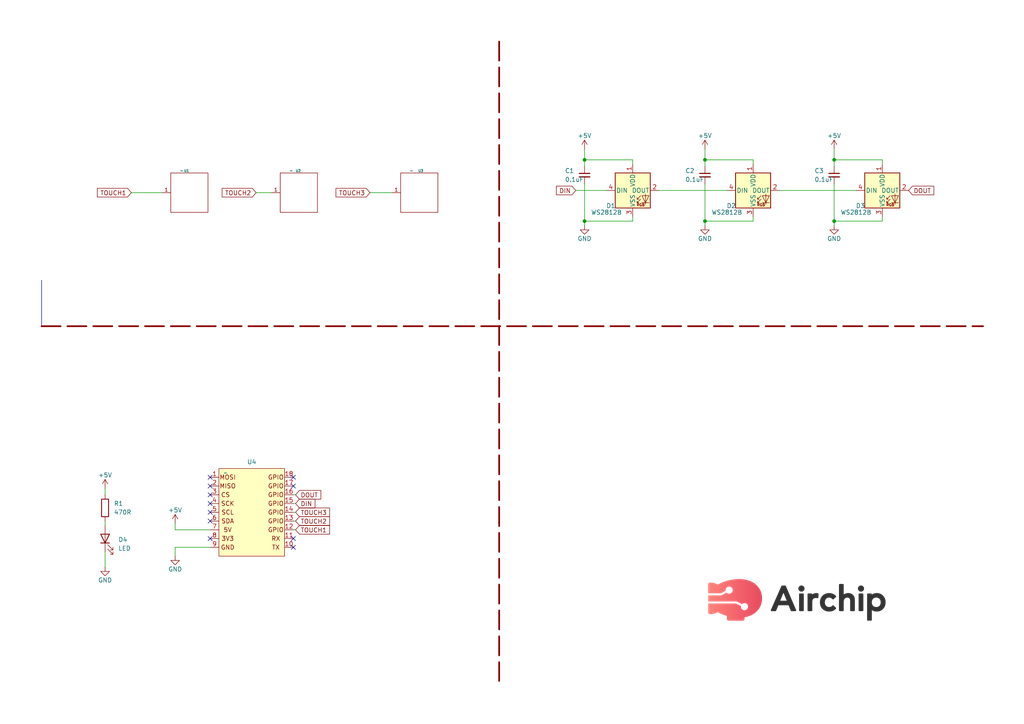
<source format=kicad_sch>
(kicad_sch (version 20230121) (generator eeschema)

  (uuid 557c8642-2428-429d-87bc-3a09f518cd85)

  (paper "A4")

  (lib_symbols
    (symbol "Device:C_Small" (pin_numbers hide) (pin_names (offset 0.254) hide) (in_bom yes) (on_board yes)
      (property "Reference" "C" (at 0.254 1.778 0)
        (effects (font (size 1.27 1.27)) (justify left))
      )
      (property "Value" "C_Small" (at 0.254 -2.032 0)
        (effects (font (size 1.27 1.27)) (justify left))
      )
      (property "Footprint" "" (at 0 0 0)
        (effects (font (size 1.27 1.27)) hide)
      )
      (property "Datasheet" "~" (at 0 0 0)
        (effects (font (size 1.27 1.27)) hide)
      )
      (property "ki_keywords" "capacitor cap" (at 0 0 0)
        (effects (font (size 1.27 1.27)) hide)
      )
      (property "ki_description" "Unpolarized capacitor, small symbol" (at 0 0 0)
        (effects (font (size 1.27 1.27)) hide)
      )
      (property "ki_fp_filters" "C_*" (at 0 0 0)
        (effects (font (size 1.27 1.27)) hide)
      )
      (symbol "C_Small_0_1"
        (polyline
          (pts
            (xy -1.524 -0.508)
            (xy 1.524 -0.508)
          )
          (stroke (width 0.3302) (type default))
          (fill (type none))
        )
        (polyline
          (pts
            (xy -1.524 0.508)
            (xy 1.524 0.508)
          )
          (stroke (width 0.3048) (type default))
          (fill (type none))
        )
      )
      (symbol "C_Small_1_1"
        (pin passive line (at 0 2.54 270) (length 2.032)
          (name "~" (effects (font (size 1.27 1.27))))
          (number "1" (effects (font (size 1.27 1.27))))
        )
        (pin passive line (at 0 -2.54 90) (length 2.032)
          (name "~" (effects (font (size 1.27 1.27))))
          (number "2" (effects (font (size 1.27 1.27))))
        )
      )
    )
    (symbol "Device:LED" (pin_numbers hide) (pin_names (offset 1.016) hide) (in_bom yes) (on_board yes)
      (property "Reference" "D" (at 0 2.54 0)
        (effects (font (size 1.27 1.27)))
      )
      (property "Value" "LED" (at 0 -2.54 0)
        (effects (font (size 1.27 1.27)))
      )
      (property "Footprint" "" (at 0 0 0)
        (effects (font (size 1.27 1.27)) hide)
      )
      (property "Datasheet" "~" (at 0 0 0)
        (effects (font (size 1.27 1.27)) hide)
      )
      (property "ki_keywords" "LED diode" (at 0 0 0)
        (effects (font (size 1.27 1.27)) hide)
      )
      (property "ki_description" "Light emitting diode" (at 0 0 0)
        (effects (font (size 1.27 1.27)) hide)
      )
      (property "ki_fp_filters" "LED* LED_SMD:* LED_THT:*" (at 0 0 0)
        (effects (font (size 1.27 1.27)) hide)
      )
      (symbol "LED_0_1"
        (polyline
          (pts
            (xy -1.27 -1.27)
            (xy -1.27 1.27)
          )
          (stroke (width 0.254) (type default))
          (fill (type none))
        )
        (polyline
          (pts
            (xy -1.27 0)
            (xy 1.27 0)
          )
          (stroke (width 0) (type default))
          (fill (type none))
        )
        (polyline
          (pts
            (xy 1.27 -1.27)
            (xy 1.27 1.27)
            (xy -1.27 0)
            (xy 1.27 -1.27)
          )
          (stroke (width 0.254) (type default))
          (fill (type none))
        )
        (polyline
          (pts
            (xy -3.048 -0.762)
            (xy -4.572 -2.286)
            (xy -3.81 -2.286)
            (xy -4.572 -2.286)
            (xy -4.572 -1.524)
          )
          (stroke (width 0) (type default))
          (fill (type none))
        )
        (polyline
          (pts
            (xy -1.778 -0.762)
            (xy -3.302 -2.286)
            (xy -2.54 -2.286)
            (xy -3.302 -2.286)
            (xy -3.302 -1.524)
          )
          (stroke (width 0) (type default))
          (fill (type none))
        )
      )
      (symbol "LED_1_1"
        (pin passive line (at -3.81 0 0) (length 2.54)
          (name "K" (effects (font (size 1.27 1.27))))
          (number "1" (effects (font (size 1.27 1.27))))
        )
        (pin passive line (at 3.81 0 180) (length 2.54)
          (name "A" (effects (font (size 1.27 1.27))))
          (number "2" (effects (font (size 1.27 1.27))))
        )
      )
    )
    (symbol "Device:R" (pin_numbers hide) (pin_names (offset 0)) (in_bom yes) (on_board yes)
      (property "Reference" "R" (at 2.032 0 90)
        (effects (font (size 1.27 1.27)))
      )
      (property "Value" "R" (at 0 0 90)
        (effects (font (size 1.27 1.27)))
      )
      (property "Footprint" "" (at -1.778 0 90)
        (effects (font (size 1.27 1.27)) hide)
      )
      (property "Datasheet" "~" (at 0 0 0)
        (effects (font (size 1.27 1.27)) hide)
      )
      (property "ki_keywords" "R res resistor" (at 0 0 0)
        (effects (font (size 1.27 1.27)) hide)
      )
      (property "ki_description" "Resistor" (at 0 0 0)
        (effects (font (size 1.27 1.27)) hide)
      )
      (property "ki_fp_filters" "R_*" (at 0 0 0)
        (effects (font (size 1.27 1.27)) hide)
      )
      (symbol "R_0_1"
        (rectangle (start -1.016 -2.54) (end 1.016 2.54)
          (stroke (width 0.254) (type default))
          (fill (type none))
        )
      )
      (symbol "R_1_1"
        (pin passive line (at 0 3.81 270) (length 1.27)
          (name "~" (effects (font (size 1.27 1.27))))
          (number "1" (effects (font (size 1.27 1.27))))
        )
        (pin passive line (at 0 -3.81 90) (length 1.27)
          (name "~" (effects (font (size 1.27 1.27))))
          (number "2" (effects (font (size 1.27 1.27))))
        )
      )
    )
    (symbol "LED:WS2812B" (pin_names (offset 0.254)) (in_bom yes) (on_board yes)
      (property "Reference" "D" (at 5.08 5.715 0)
        (effects (font (size 1.27 1.27)) (justify right bottom))
      )
      (property "Value" "WS2812B" (at 1.27 -5.715 0)
        (effects (font (size 1.27 1.27)) (justify left top))
      )
      (property "Footprint" "LED_SMD:LED_WS2812B_PLCC4_5.0x5.0mm_P3.2mm" (at 1.27 -7.62 0)
        (effects (font (size 1.27 1.27)) (justify left top) hide)
      )
      (property "Datasheet" "https://cdn-shop.adafruit.com/datasheets/WS2812B.pdf" (at 2.54 -9.525 0)
        (effects (font (size 1.27 1.27)) (justify left top) hide)
      )
      (property "ki_keywords" "RGB LED NeoPixel addressable" (at 0 0 0)
        (effects (font (size 1.27 1.27)) hide)
      )
      (property "ki_description" "RGB LED with integrated controller" (at 0 0 0)
        (effects (font (size 1.27 1.27)) hide)
      )
      (property "ki_fp_filters" "LED*WS2812*PLCC*5.0x5.0mm*P3.2mm*" (at 0 0 0)
        (effects (font (size 1.27 1.27)) hide)
      )
      (symbol "WS2812B_0_0"
        (text "RGB" (at 2.286 -4.191 0)
          (effects (font (size 0.762 0.762)))
        )
      )
      (symbol "WS2812B_0_1"
        (polyline
          (pts
            (xy 1.27 -3.556)
            (xy 1.778 -3.556)
          )
          (stroke (width 0) (type default))
          (fill (type none))
        )
        (polyline
          (pts
            (xy 1.27 -2.54)
            (xy 1.778 -2.54)
          )
          (stroke (width 0) (type default))
          (fill (type none))
        )
        (polyline
          (pts
            (xy 4.699 -3.556)
            (xy 2.667 -3.556)
          )
          (stroke (width 0) (type default))
          (fill (type none))
        )
        (polyline
          (pts
            (xy 2.286 -2.54)
            (xy 1.27 -3.556)
            (xy 1.27 -3.048)
          )
          (stroke (width 0) (type default))
          (fill (type none))
        )
        (polyline
          (pts
            (xy 2.286 -1.524)
            (xy 1.27 -2.54)
            (xy 1.27 -2.032)
          )
          (stroke (width 0) (type default))
          (fill (type none))
        )
        (polyline
          (pts
            (xy 3.683 -1.016)
            (xy 3.683 -3.556)
            (xy 3.683 -4.064)
          )
          (stroke (width 0) (type default))
          (fill (type none))
        )
        (polyline
          (pts
            (xy 4.699 -1.524)
            (xy 2.667 -1.524)
            (xy 3.683 -3.556)
            (xy 4.699 -1.524)
          )
          (stroke (width 0) (type default))
          (fill (type none))
        )
        (rectangle (start 5.08 5.08) (end -5.08 -5.08)
          (stroke (width 0.254) (type default))
          (fill (type background))
        )
      )
      (symbol "WS2812B_1_1"
        (pin power_in line (at 0 7.62 270) (length 2.54)
          (name "VDD" (effects (font (size 1.27 1.27))))
          (number "1" (effects (font (size 1.27 1.27))))
        )
        (pin output line (at 7.62 0 180) (length 2.54)
          (name "DOUT" (effects (font (size 1.27 1.27))))
          (number "2" (effects (font (size 1.27 1.27))))
        )
        (pin power_in line (at 0 -7.62 90) (length 2.54)
          (name "VSS" (effects (font (size 1.27 1.27))))
          (number "3" (effects (font (size 1.27 1.27))))
        )
        (pin input line (at -7.62 0 0) (length 2.54)
          (name "DIN" (effects (font (size 1.27 1.27))))
          (number "4" (effects (font (size 1.27 1.27))))
        )
      )
    )
    (symbol "moduler_pin:air" (in_bom yes) (on_board yes)
      (property "Reference" "U" (at 7.62 2.54 0)
        (effects (font (size 1.27 1.27)))
      )
      (property "Value" "" (at 0 0 0)
        (effects (font (size 1.27 1.27)))
      )
      (property "Footprint" "" (at 0 0 0)
        (effects (font (size 1.27 1.27)) hide)
      )
      (property "Datasheet" "" (at 0 0 0)
        (effects (font (size 1.27 1.27)) hide)
      )
      (symbol "air_1_1"
        (rectangle (start -1.905 1.27) (end 17.145 -24.13)
          (stroke (width 0) (type default))
          (fill (type background))
        )
        (text "3V3" (at 0.635 -19.05 0)
          (effects (font (size 1.27 1.27)))
        )
        (text "5V" (at 0.635 -16.51 0)
          (effects (font (size 1.27 1.27)))
        )
        (text "CS" (at 0 -6.35 0)
          (effects (font (size 1.27 1.27)))
        )
        (text "GND" (at 0.635 -21.59 0)
          (effects (font (size 1.27 1.27)))
        )
        (text "GPIO" (at 14.605 -16.51 0)
          (effects (font (size 1.27 1.27)))
        )
        (text "GPIO" (at 14.605 -13.97 0)
          (effects (font (size 1.27 1.27)))
        )
        (text "GPIO" (at 14.605 -11.43 0)
          (effects (font (size 1.27 1.27)))
        )
        (text "GPIO" (at 14.605 -8.89 0)
          (effects (font (size 1.27 1.27)))
        )
        (text "GPIO" (at 14.605 -6.35 0)
          (effects (font (size 1.27 1.27)))
        )
        (text "GPIO" (at 14.605 -3.81 0)
          (effects (font (size 1.27 1.27)))
        )
        (text "GPIO" (at 14.605 -1.27 0)
          (effects (font (size 1.27 1.27)))
        )
        (text "MISO" (at 0.635 -3.81 0)
          (effects (font (size 1.27 1.27)))
        )
        (text "MOSI" (at 0.635 -1.27 0)
          (effects (font (size 1.27 1.27)))
        )
        (text "RX" (at 14.605 -19.05 0)
          (effects (font (size 1.27 1.27)))
        )
        (text "SCK" (at 0.635 -8.89 0)
          (effects (font (size 1.27 1.27)))
        )
        (text "SCL" (at 0.635 -11.43 0)
          (effects (font (size 1.27 1.27)))
        )
        (text "SDA" (at 0.635 -13.97 0)
          (effects (font (size 1.27 1.27)))
        )
        (text "TX" (at 14.605 -21.59 0)
          (effects (font (size 1.27 1.27)))
        )
        (pin input line (at -4.445 -1.27 0) (length 2.54)
          (name "" (effects (font (size 1.27 1.27))))
          (number "1" (effects (font (size 1.27 1.27))))
        )
        (pin input line (at 19.685 -21.59 180) (length 2.54)
          (name "" (effects (font (size 1.27 1.27))))
          (number "10" (effects (font (size 1.27 1.27))))
        )
        (pin input line (at 19.685 -19.05 180) (length 2.54)
          (name "" (effects (font (size 1.27 1.27))))
          (number "11" (effects (font (size 1.27 1.27))))
        )
        (pin input line (at 19.685 -16.51 180) (length 2.54)
          (name "" (effects (font (size 1.27 1.27))))
          (number "12" (effects (font (size 1.27 1.27))))
        )
        (pin input line (at 19.685 -13.97 180) (length 2.54)
          (name "" (effects (font (size 1.27 1.27))))
          (number "13" (effects (font (size 1.27 1.27))))
        )
        (pin input line (at 19.685 -11.43 180) (length 2.54)
          (name "" (effects (font (size 1.27 1.27))))
          (number "14" (effects (font (size 1.27 1.27))))
        )
        (pin input line (at 19.685 -8.89 180) (length 2.54)
          (name "" (effects (font (size 1.27 1.27))))
          (number "15" (effects (font (size 1.27 1.27))))
        )
        (pin input line (at 19.685 -6.35 180) (length 2.54)
          (name "" (effects (font (size 1.27 1.27))))
          (number "16" (effects (font (size 1.27 1.27))))
        )
        (pin input line (at 19.685 -3.81 180) (length 2.54)
          (name "" (effects (font (size 1.27 1.27))))
          (number "17" (effects (font (size 1.27 1.27))))
        )
        (pin input line (at 19.685 -1.27 180) (length 2.54)
          (name "" (effects (font (size 1.27 1.27))))
          (number "18" (effects (font (size 1.27 1.27))))
        )
        (pin input line (at -4.445 -3.81 0) (length 2.54)
          (name "" (effects (font (size 1.27 1.27))))
          (number "2" (effects (font (size 1.27 1.27))))
        )
        (pin input line (at -4.445 -6.35 0) (length 2.54)
          (name "" (effects (font (size 1.27 1.27))))
          (number "3" (effects (font (size 1.27 1.27))))
        )
        (pin input line (at -4.445 -8.89 0) (length 2.54)
          (name "" (effects (font (size 1.27 1.27))))
          (number "4" (effects (font (size 1.27 1.27))))
        )
        (pin input line (at -4.445 -11.43 0) (length 2.54)
          (name "" (effects (font (size 1.27 1.27))))
          (number "5" (effects (font (size 1.27 1.27))))
        )
        (pin input line (at -4.445 -13.97 0) (length 2.54)
          (name "" (effects (font (size 1.27 1.27))))
          (number "6" (effects (font (size 1.27 1.27))))
        )
        (pin input line (at -4.445 -16.51 0) (length 2.54)
          (name "" (effects (font (size 1.27 1.27))))
          (number "7" (effects (font (size 1.27 1.27))))
        )
        (pin input line (at -4.445 -19.05 0) (length 2.54)
          (name "" (effects (font (size 1.27 1.27))))
          (number "8" (effects (font (size 1.27 1.27))))
        )
        (pin input line (at -4.445 -21.59 0) (length 2.54)
          (name "" (effects (font (size 1.27 1.27))))
          (number "9" (effects (font (size 1.27 1.27))))
        )
      )
    )
    (symbol "power:+5V" (power) (pin_names (offset 0)) (in_bom yes) (on_board yes)
      (property "Reference" "#PWR" (at 0 -3.81 0)
        (effects (font (size 1.27 1.27)) hide)
      )
      (property "Value" "+5V" (at 0 3.556 0)
        (effects (font (size 1.27 1.27)))
      )
      (property "Footprint" "" (at 0 0 0)
        (effects (font (size 1.27 1.27)) hide)
      )
      (property "Datasheet" "" (at 0 0 0)
        (effects (font (size 1.27 1.27)) hide)
      )
      (property "ki_keywords" "power-flag" (at 0 0 0)
        (effects (font (size 1.27 1.27)) hide)
      )
      (property "ki_description" "Power symbol creates a global label with name \"+5V\"" (at 0 0 0)
        (effects (font (size 1.27 1.27)) hide)
      )
      (symbol "+5V_0_1"
        (polyline
          (pts
            (xy -0.762 1.27)
            (xy 0 2.54)
          )
          (stroke (width 0) (type default))
          (fill (type none))
        )
        (polyline
          (pts
            (xy 0 0)
            (xy 0 2.54)
          )
          (stroke (width 0) (type default))
          (fill (type none))
        )
        (polyline
          (pts
            (xy 0 2.54)
            (xy 0.762 1.27)
          )
          (stroke (width 0) (type default))
          (fill (type none))
        )
      )
      (symbol "+5V_1_1"
        (pin power_in line (at 0 0 90) (length 0) hide
          (name "+5V" (effects (font (size 1.27 1.27))))
          (number "1" (effects (font (size 1.27 1.27))))
        )
      )
    )
    (symbol "power:GND" (power) (pin_names (offset 0)) (in_bom yes) (on_board yes)
      (property "Reference" "#PWR" (at 0 -6.35 0)
        (effects (font (size 1.27 1.27)) hide)
      )
      (property "Value" "GND" (at 0 -3.81 0)
        (effects (font (size 1.27 1.27)))
      )
      (property "Footprint" "" (at 0 0 0)
        (effects (font (size 1.27 1.27)) hide)
      )
      (property "Datasheet" "" (at 0 0 0)
        (effects (font (size 1.27 1.27)) hide)
      )
      (property "ki_keywords" "power-flag" (at 0 0 0)
        (effects (font (size 1.27 1.27)) hide)
      )
      (property "ki_description" "Power symbol creates a global label with name \"GND\" , ground" (at 0 0 0)
        (effects (font (size 1.27 1.27)) hide)
      )
      (symbol "GND_0_1"
        (polyline
          (pts
            (xy 0 0)
            (xy 0 -1.27)
            (xy 1.27 -1.27)
            (xy 0 -2.54)
            (xy -1.27 -1.27)
            (xy 0 -1.27)
          )
          (stroke (width 0) (type default))
          (fill (type none))
        )
      )
      (symbol "GND_1_1"
        (pin power_in line (at 0 0 270) (length 0) hide
          (name "GND" (effects (font (size 1.27 1.27))))
          (number "1" (effects (font (size 1.27 1.27))))
        )
      )
    )
    (symbol "touch:touch" (in_bom yes) (on_board yes)
      (property "Reference" "U2" (at 2.54 0.635 0)
        (effects (font (size 0.7 0.7)) (justify left))
      )
      (property "Value" "~" (at 1.27 0.635 0)
        (effects (font (size 1.27 1.27)))
      )
      (property "Footprint" "Library:touch" (at 0 0 0)
        (effects (font (size 1.27 1.27)) hide)
      )
      (property "Datasheet" "" (at 0 0 0)
        (effects (font (size 1.27 1.27)) hide)
      )
      (symbol "touch_0_1"
        (rectangle (start -1.905 0) (end 8.89 -11.43)
          (stroke (width 0) (type default))
          (fill (type none))
        )
      )
      (symbol "touch_1_1"
        (pin input line (at -4.445 -5.715 0) (length 2.54)
          (name "" (effects (font (size 1 1))))
          (number "1" (effects (font (size 1 1))))
        )
      )
    )
    (symbol "touch_1" (in_bom yes) (on_board yes)
      (property "Reference" "U3" (at 3.175 0.635 0)
        (effects (font (size 0.7 0.7)) (justify left))
      )
      (property "Value" "~" (at 1.27 0.635 0)
        (effects (font (size 1.27 1.27)))
      )
      (property "Footprint" "Library:touch" (at 0 0 0)
        (effects (font (size 1.27 1.27)) hide)
      )
      (property "Datasheet" "" (at 0 0 0)
        (effects (font (size 1.27 1.27)) hide)
      )
      (symbol "touch_1_0_1"
        (rectangle (start -1.905 0) (end 8.89 -11.43)
          (stroke (width 0) (type default))
          (fill (type none))
        )
      )
      (symbol "touch_1_1_1"
        (pin input line (at -4.445 -5.715 0) (length 2.54)
          (name "" (effects (font (size 1 1))))
          (number "1" (effects (font (size 1 1))))
        )
      )
    )
    (symbol "touch_2" (in_bom yes) (on_board yes)
      (property "Reference" "U1" (at 1.905 0.635 0)
        (effects (font (size 0.7 0.7)) (justify left))
      )
      (property "Value" "~" (at 1.27 0.635 0)
        (effects (font (size 1.27 1.27)))
      )
      (property "Footprint" "Library:touch" (at 0 0 0)
        (effects (font (size 1.27 1.27)) hide)
      )
      (property "Datasheet" "" (at 0 0 0)
        (effects (font (size 1.27 1.27)) hide)
      )
      (symbol "touch_2_0_1"
        (rectangle (start -1.905 0) (end 8.89 -11.43)
          (stroke (width 0) (type default))
          (fill (type none))
        )
      )
      (symbol "touch_2_1_1"
        (pin input line (at -4.445 -5.715 0) (length 2.54)
          (name "" (effects (font (size 1 1))))
          (number "1" (effects (font (size 1 1))))
        )
      )
    )
  )

  (junction (at 241.935 64.135) (diameter 0) (color 0 0 0 0)
    (uuid 20949e35-f8cc-4438-b8db-50d0f59a8b3f)
  )
  (junction (at 204.47 64.135) (diameter 0) (color 0 0 0 0)
    (uuid 4083b8fa-045a-496e-a4c3-ab52f528f0fb)
  )
  (junction (at 241.935 46.355) (diameter 0) (color 0 0 0 0)
    (uuid 73ff301b-2f3a-497c-8bd9-32e107440e10)
  )
  (junction (at 204.47 46.355) (diameter 0) (color 0 0 0 0)
    (uuid ae97dd8e-b09a-4d78-9792-6e74c58621c6)
  )
  (junction (at 169.545 64.135) (diameter 0) (color 0 0 0 0)
    (uuid c7b58d26-7f85-453e-bd0a-834dd339dc4d)
  )
  (junction (at 169.545 46.355) (diameter 0) (color 0 0 0 0)
    (uuid d67ab6fd-6d46-4308-9c75-d7939b4239da)
  )

  (no_connect (at 60.96 138.43) (uuid 0dd8d6d3-4c9b-4e14-9c3e-8d22fb61868b))
  (no_connect (at 85.09 138.43) (uuid 2414ea6d-befc-4901-9bef-dce4db83cc45))
  (no_connect (at 60.96 140.97) (uuid 48c509f7-e8db-4486-b100-728b58acb5c6))
  (no_connect (at 60.96 146.05) (uuid 87e592a6-1fe8-41c8-8816-4e1e0faac562))
  (no_connect (at 85.09 140.97) (uuid 92a02221-d79c-4aa6-a211-d6f572fbdd1d))
  (no_connect (at 60.96 148.59) (uuid 9f479f54-7aa3-466b-8d07-9961a7b42f6b))
  (no_connect (at 60.96 143.51) (uuid b149b3ed-2a1e-4551-b3d9-8bc61a318a05))
  (no_connect (at 85.09 156.21) (uuid c40e458b-9b13-4dc0-bf62-6ed3fd30c03c))
  (no_connect (at 60.96 156.21) (uuid cbbfbdab-1b53-4fb8-8ca3-5fd4e2e8167e))
  (no_connect (at 60.96 151.13) (uuid d64e3806-c2d4-4805-814c-3402ddd61815))
  (no_connect (at 85.09 158.75) (uuid dbae5b98-0fe9-462d-b4a9-580452a7d6db))

  (wire (pts (xy 241.935 64.135) (xy 255.905 64.135))
    (stroke (width 0) (type default))
    (uuid 0274c10a-e663-4cfa-acb4-a81002dc4a4c)
  )
  (wire (pts (xy 85.09 153.67) (xy 85.725 153.67))
    (stroke (width 0) (type default))
    (uuid 0ac50e9d-dfec-4bb1-bcdd-d9e102bcb135)
  )
  (wire (pts (xy 255.905 64.135) (xy 255.905 62.865))
    (stroke (width 0) (type default))
    (uuid 1e90325e-1eef-4230-87c9-1df2f9dd25dd)
  )
  (wire (pts (xy 204.47 46.355) (xy 218.44 46.355))
    (stroke (width 0) (type default))
    (uuid 29086617-34b6-4511-9276-cffd5523a969)
  )
  (wire (pts (xy 30.48 151.13) (xy 30.48 152.4))
    (stroke (width 0) (type default))
    (uuid 2b68afd3-320a-4c9a-9c6b-ab639bac4e3d)
  )
  (wire (pts (xy 204.47 43.18) (xy 204.47 46.355))
    (stroke (width 0) (type default))
    (uuid 39d03bb1-3f43-4f68-b443-525fa5ab35dc)
  )
  (wire (pts (xy 50.8 161.29) (xy 50.8 158.75))
    (stroke (width 0) (type default))
    (uuid 40aa4fb2-131e-4010-860f-23fc8a219ef3)
  )
  (wire (pts (xy 50.8 151.765) (xy 50.8 153.67))
    (stroke (width 0) (type default))
    (uuid 41a099c2-eada-418c-b9cd-02d956267636)
  )
  (wire (pts (xy 169.545 53.34) (xy 169.545 64.135))
    (stroke (width 0) (type default))
    (uuid 484a42d4-bad1-4140-a528-76ae0b22ef3a)
  )
  (polyline (pts (xy 12.065 94.615) (xy 285.115 94.615))
    (stroke (width 0.5) (type dash) (color 132 0 0 1))
    (uuid 49112ffc-2997-486e-9e4c-2e26ff815c53)
  )

  (wire (pts (xy 30.48 143.51) (xy 30.48 141.605))
    (stroke (width 0) (type default))
    (uuid 4c8dccda-a179-4806-9cda-c7a1179471a8)
  )
  (wire (pts (xy 169.545 46.355) (xy 183.515 46.355))
    (stroke (width 0) (type default))
    (uuid 4e2726d9-98c8-4087-8f19-fb0dd19a2178)
  )
  (wire (pts (xy 218.44 46.355) (xy 218.44 47.625))
    (stroke (width 0) (type default))
    (uuid 50c99b61-e334-444e-8d10-aa82fb0e4840)
  )
  (wire (pts (xy 204.47 65.405) (xy 204.47 64.135))
    (stroke (width 0) (type default))
    (uuid 5153f862-db75-4dc4-82c9-79e225971cf6)
  )
  (wire (pts (xy 169.545 65.405) (xy 169.545 64.135))
    (stroke (width 0) (type default))
    (uuid 54af088a-4b78-477e-a679-ac7289dd14bf)
  )
  (polyline (pts (xy 144.78 12.065) (xy 144.78 197.485))
    (stroke (width 0.5) (type dash) (color 132 0 0 1))
    (uuid 5628557f-b97a-41bc-b49b-de3f4865c2d2)
  )

  (wire (pts (xy 85.09 146.05) (xy 85.725 146.05))
    (stroke (width 0) (type default))
    (uuid 56952c7b-2bc4-4aa1-92c2-86ab54e88e85)
  )
  (wire (pts (xy 167.005 55.245) (xy 175.895 55.245))
    (stroke (width 0) (type default))
    (uuid 68d1f581-691b-4e40-a928-ac42beb33874)
  )
  (wire (pts (xy 169.545 43.18) (xy 169.545 46.355))
    (stroke (width 0) (type default))
    (uuid 6e21bf22-a9a8-4b0b-a7c9-3e85754a67a1)
  )
  (wire (pts (xy 191.135 55.245) (xy 210.82 55.245))
    (stroke (width 0) (type default))
    (uuid 72a30294-0c5e-4726-b7a0-4298903c80ee)
  )
  (wire (pts (xy 85.725 148.59) (xy 85.09 148.59))
    (stroke (width 0) (type default))
    (uuid 7395d3f5-1c8f-438d-83c5-1705cef2dd53)
  )
  (wire (pts (xy 183.515 46.355) (xy 183.515 47.625))
    (stroke (width 0) (type default))
    (uuid 7ebe11e9-3e3b-4834-aaab-3fac2f8695a3)
  )
  (wire (pts (xy 241.935 43.18) (xy 241.935 46.355))
    (stroke (width 0) (type default))
    (uuid 7f062554-4812-40eb-9e44-dd3fb1225c6c)
  )
  (wire (pts (xy 241.935 65.405) (xy 241.935 64.135))
    (stroke (width 0) (type default))
    (uuid 83e83a26-41fa-4b7f-8691-e4692d79f7e2)
  )
  (wire (pts (xy 241.935 53.34) (xy 241.935 64.135))
    (stroke (width 0) (type default))
    (uuid 86fb168e-b139-4fcc-80b3-f07462db6b51)
  )
  (wire (pts (xy 204.47 64.135) (xy 218.44 64.135))
    (stroke (width 0) (type default))
    (uuid 88c99130-ccf0-4efd-baa4-50a0f708af6b)
  )
  (wire (pts (xy 169.545 64.135) (xy 183.515 64.135))
    (stroke (width 0) (type default))
    (uuid 90df6d0e-6b88-475a-af39-61ff8c943631)
  )
  (wire (pts (xy 255.905 46.355) (xy 255.905 47.625))
    (stroke (width 0) (type default))
    (uuid 93d65509-5387-4741-861b-4ff91884d622)
  )
  (wire (pts (xy 204.47 46.355) (xy 204.47 48.26))
    (stroke (width 0) (type default))
    (uuid 93f78302-a1af-47ac-906a-3e97242ef3a8)
  )
  (wire (pts (xy 74.295 55.88) (xy 78.74 55.88))
    (stroke (width 0) (type default))
    (uuid 960d4c5d-a5b2-44bd-b612-9c3ba30c8313)
  )
  (wire (pts (xy 85.09 143.51) (xy 85.725 143.51))
    (stroke (width 0) (type default))
    (uuid 987e0d47-0c3f-446c-afbf-491d5682cab3)
  )
  (wire (pts (xy 50.8 158.75) (xy 60.96 158.75))
    (stroke (width 0) (type default))
    (uuid b334f9b7-1068-4694-b1d1-28011732a2a4)
  )
  (wire (pts (xy 218.44 64.135) (xy 218.44 62.865))
    (stroke (width 0) (type default))
    (uuid b3ab7380-e441-49de-8ab9-e3792ec279b2)
  )
  (polyline (pts (xy 12.065 81.28) (xy 12.065 94.615))
    (stroke (width 0) (type default))
    (uuid c0a2e5c8-906b-404f-8748-5afff1f11786)
  )

  (wire (pts (xy 169.545 46.355) (xy 169.545 48.26))
    (stroke (width 0) (type default))
    (uuid c35200ab-246d-4389-a075-1272dd827d59)
  )
  (wire (pts (xy 50.8 153.67) (xy 60.96 153.67))
    (stroke (width 0) (type default))
    (uuid c84220d6-3378-446b-a20e-09feefe89a7d)
  )
  (wire (pts (xy 30.48 164.465) (xy 30.48 160.02))
    (stroke (width 0) (type default))
    (uuid d8aeab2c-201d-40be-8c77-6adcad93f9fa)
  )
  (wire (pts (xy 38.1 55.88) (xy 46.99 55.88))
    (stroke (width 0) (type default))
    (uuid e5c034f4-ba71-48fd-9337-6cad33a7397c)
  )
  (wire (pts (xy 183.515 64.135) (xy 183.515 62.865))
    (stroke (width 0) (type default))
    (uuid e7d5c88b-ebf4-4762-aad5-70fda5365205)
  )
  (wire (pts (xy 241.935 46.355) (xy 241.935 48.26))
    (stroke (width 0) (type default))
    (uuid eff141e9-c560-4cb1-9948-a406baee9e4c)
  )
  (wire (pts (xy 85.725 151.13) (xy 85.09 151.13))
    (stroke (width 0) (type default))
    (uuid f1c69288-9c33-47f8-ae5d-328216582a0f)
  )
  (wire (pts (xy 107.315 55.88) (xy 113.665 55.88))
    (stroke (width 0) (type default))
    (uuid f34fe925-1ac6-4ee4-9ea8-d5a473d54bf2)
  )
  (wire (pts (xy 204.47 53.34) (xy 204.47 64.135))
    (stroke (width 0) (type default))
    (uuid f4fcd0e9-759e-4e59-b48d-b59e9c5273f7)
  )
  (wire (pts (xy 241.935 46.355) (xy 255.905 46.355))
    (stroke (width 0) (type default))
    (uuid fcb485fd-0c2b-419c-8fe5-c8a30b53c3a5)
  )
  (wire (pts (xy 226.06 55.245) (xy 248.285 55.245))
    (stroke (width 0) (type default))
    (uuid fe4318c2-8df7-43b1-9875-4accff1b11fb)
  )

  (image (at 231.14 173.99) (scale 0.303838)
    (uuid 0f38aaa5-3567-4c5f-824c-96efe8e18763)
    (data
      iVBORw0KGgoAAAANSUhEUgAAB9AAAAHVCAYAAACpJWDwAAAABHNCSVQICAgIfAhkiAAAIABJREFU
      eJzs3XeYnGW9//F3SEKyCS0hARUVBCSKYvuiqKiAokRasKAeRUn4WSghFUTNsYAiICGNA6gQEBso
      TfEg6hFE8KjouRFsIAgiiEJCEwhJKJnfH88sKdtmdmfmnvJ+XddcuzzPPfd8dpjMzj6fpwxDkjrQ
      ox+ZPhzYnBKbA5sDW5S/dt82BbqATSkxFugqwSbl5SOBzYqZSpsAI4CNgTHFIjYFNuo3QKnXpSuB
      J8oDHgWeLsHjwBOUeILi+5XACuAx4N/l77tvD5eXPUiJh4AHgYc2P//MFZU+L5IkSZIkSZIkSZ1s
      WO4AklQLj3706E2BZ1NiIvAcYCKw5Tpft4TS+PL3W1GU4X0V2esrrfel95UDLKp+TGn9YZXM2ff8
      TwIPQel+4F5gObAMuJcS3cvuA+4G7tv862c9XeWjSZIkSZIkSZIktQULdElN7bGPHb0J8FxKbAPP
      3J4LbFOCZwFbU3wdDQxQNA+t7G7hAr3vhT0XPV0qCvV/lG/3UBTrdwJ3UOLOLb5x1oNVppEkSZIk
      SZIkSWoJFuiSsnnsYzOGUZTf2wLbQWnb8vfdt+fRfar0SntqC/R+xleWtYKn8BHgb8CdULoduLV8
      u22Lb3z5H1XllCRJkiRJkiRJaiIW6JLq6rHDZ4wCdijftn/m+xI7AC+guHZ4WT/VrQV6depboPe3
      YAUlbgP+AtwC/An4I3DbFt/88lP9TS1JkiRJkiRJkpSbBbqkIVtxxIzhJXg+8CJgJ0pMAiYBO1Gc
      br2nattvC/Tq5CvQ+5rgSYpC/Q/An4GbgN9t8c0v39Pfw0mSJEmSJEmSJDWSBbqkiq04YubGFCX5
      zlDaGXgp8EJgp9K6R5IPukC2QN9wQBsV6H1ZTokbgN+VKL4Ct4/71per/YklSZIkSZIkSZKGzAJd
      Ug8rjpw5HNgReDnwUkq8FNi5vGx4MWr9frPU53/0wQK9ogEdUKD39vw+BKXfAL8Grgd+M+5bX3mg
      ylklSZIkSZIkSZKqZoEudbgVR84cR1GUvxx4WfnrzkDXM4MqKGMt0Ac350ADOrRA722S2yhxPfAL
      4FrglnHf/opHqUuSJEmSJEmSpJqyQJc6yIqjZj4LCOAVQFBiV+B5A97RAr2foRbo1U3Q95wDFOgb
      Lrof+F/gOopC/Xfjvv2Vp6p8ZEmSJEmSJEmSpPVYoEttasVRs7YCXg2l3Vhbmj9nvUGVFp0W6P0M
      tUCvboK+56yyQN/QI8DPgauAqyjxp3EXeIS6JEmSJEmSJEmqjgW61AYenz5rLMUR5bsBrwZeU4Jt
      i7XVldKVj7NAr8WcAw2wQB/kvCXuo7tMhx+Nu+Ar/6wylSRJkiRJkiRJ6kAW6FILenz6rB2B1wOv
      A3YHXgJstG7BWOrlux4s0C3Q27dA39BNULoCuBL41bgLvvp0FbNJkiRJkiRJkqQOYYEuNbnHp88a
      TXFUeXdh/npgYq+DLdAt0Psd39EF+roLHwZ+AlxeKnHF+Au/+nAVM0uSJEmSJEmSpDZmgS41mceP
      nrUZRUn+Jkq8CdgVGFXRnS3QLdD7HW+B3mNJiacorp3+PeD74y/86t1VPIokSZIkSZIkSWozFuhS
      Zo8fPXs88CZgTyi9AXglsBEwpNLUAn0ok/Q+xgK9t5UtX6BvKAEXAxeNv/Crt1fxiJIkSZIkSZIk
      qQ1YoEsN9viM2ZsDb6TEXsBbgJfxzL/FDdo8C/R+V1mgVzu/BXqPJf3PeQNwEXDB+Au/+vcqHl2S
      JEmSJEmSJLUoC3SpzlbOmD26BG+kKMv3ojgl+0YVFXwW6P2uskCvdn4L9B5LKp/zeuACSlww/jtf
      XVZFEkmSJEmSJEmS1EIs0KUaWzlj9jCKo8rfVr69oQSjewy0QK8ukAV6dSzQK1pYRYHePcVTwP8A
      3wC+N/47X11Z5QySJEmSJEmSJKmJWaBLNbBy5uxnUWIfisL8rcDEdddXXvRaoFcz3gK92vkt0Hss
      Gdrz+ihwMZTOG/+ds6+rciZJkiRJkiRJktSELNClQVg5c/Zw4HXAZGBf4JVV99QW6NUFskCvjgV6
      RQuHWKCvu/BW4Bzg/PHfOdtTvEuSJEmSJEmS1KIs0KUKrZw5ZyLw9uJWmgxssd4AC/Tq5rVAr2iA
      Bfog5218gd7tKeByYCnwo/HfOXtNlY8gSZIkSZIkSZIyskCX+rFy1pyXAAdS4gDgtTzzb6a6cs8C
      fXBzDrTKAr3a+S3Qeyyp1/NauIMSZwHnjv/u2Q9W+UiSJEmSJEmSJCkDC3RpHStnzRkJvAk4AJgC
      bAcMuTS0QB/cnAOtskCvdn4L9B5L6lugd69aBVwInDH+u2f/X5WPKEmSJEmSJEmSGsgCXR1v5aw5
      YyhOzX4QRXG+eY9BFugDLrRAH9ycAw2wQB/kvM1VoK/r1yVYAFy25XfPfqrKR5ckSZIkSZIkSXVm
      ga6OtHLWnPHAfsA7gcnA6H7vYIE+4EIL9MHNOdAAC/RBztu8BXr3or8Di4ClW3737EerTCFJkiRJ
      kiRJkurEAl0dY+XsOVtRFObvosSewIiK72yBPuBCC/TBzTnQAAv0Qc7b/AV6t0cocTawaMuLzv5H
      lWkkSZIkSZIkSVKNWaCrra2aPXc8lN4BHFyCvYHhQA3KSAt0C/TazDnQAAv0Qc7bOgV694IngfOB
      U7a86Oy/VplKkiRJkiRJkiTViAW62k5RmvMO4GDgLVAaAYMoePsdb4FugV6bOQcaYIE+yHlbr0Dv
      tga4CEonbXnROTdVF06SJEmSJEmSJA2VBbrawqo5c7uAAynxfoprmm+8du0GRWSP/6iABfqACy3Q
      BzfnQAMs0Ac5b+sW6Osu/D5w/JYXnfO7irJJkiRJkiRJkqQhs0BXy1o1Z+4IitOyf4DiiPOx/ZVb
      FuiVZqh0nAV6LeYcaIAF+iDnbY8CvZtFuiRJkiRJkiRJDWKBrpazas7cXYEPAe8DJq630gK9l28t
      0KufpPcxFui9rbRAb0CB3u0y4D+3vOicP/f9gJIkSZIkSZIkaSgs0NUSVs2Zuw3FkeaHAjv3OdAC
      vZdvLdCrn6T3MRbova20QG9ggV6sKPFN4DNbXnzOnX0/sCRJkiRJkiRJGgwLdDWtVXPnjqHEQRSl
      +d7ARgPeyQK9l28t0KufpPcxFui9rbRAb3CB3r3qSeAM4MQtLz7n/r4HS5IkSZIkSZKkaligq+ms
      mjs3gP8HvJ8Sm1d1Zwv0Xr61QK9+kt7HWKD3ttICPVOB3u0R4FRgwZYXn/N433eSJEmSJEmSJEmV
      sEBXU1g195hxUDqEojh/+TMralhuWaBXmqHScRbotZhzoAEW6IOct3MK9G73AMcB397y4nOq/akk
      SZIkSZIkSVKZBbqyWTX3mGHAHsBHgXdCaVSPQRbo1bFAt0Dvd7wFeo8l7VOgd7semLXlxef8ut9R
      kiRJkiRJkiSpVxboarjVxxwzHvhQqcTHgBetXVO7Iq63hRbolWaodJwFei3mHGiABfog5+3cAr3b
      tynx8S0vOeeeikZLkiRJkiRJkiTAAl0NtPqYY14LHA68B+jqWVxZoFugW6BvOMACfZDzWqBDiceA
      40uwaMIl5zxV4b0kSZIkSZIkSepoQyrQ1xz/qS1KJV4KTAK2ADZdZ/VqYOUG3z9MiVXl7x8CHgAe
      HH78F1eitrT6mGO6gPcDR7Putc3prbiyQLdAt0DfcIAF+iDntUBf93n9E3DUhEvO+XmF95QkSZIk
      SZIkqWNVXaCvOf5TOwAfBPYHXlUqVTlH70XBKuBBYBlwLyXuBu4F/gncDdwJ/G34CSc9Xm1e5bH6
      mGO2A44EPgyM622MBXoFCy3Q+11lgV7t/BboPZZ0RoHe7ZvA3AmXnLOswhkkSZIkSZIkSeo4FZff
      a46ftxuU/pOiOH9GXcqHvue8F7ijBHcAtwA3A3+mxO0jPn/Sk1UmUY2tPuaYYcCewAzgQGCj/sZb
      oFew0AK931UW6NXOb4HeY0lnFehQ7Kw2F0rnT7hkabU/vSRJkiRJkiRJbW/AAn3N8fMmAqcChzas
      fBhgzl7Kh6eAW4Eby7ffQemGEZ8/+cEq02kQVh97zCjgEErMBl5S6f0s0CtYaIHe7yoL9Grnt0Dv
      saTzCvTulVcBH51wydI7KpxNkiRJkiRJkqSO0G+Bvub4eXsAFwDPLpY0bYHe16i7gV+Xb78Cbhjx
      +ZNXDxxSlVh97DETKE7TfhSwVbWlmQV6BQst0PtdZYFe7fwW6D2WdG6BDrAS+AywcMIlS5+ucFZJ
      kiRJkiRJktpanwX6muPnTQWWst5puFuuQN/QE8ANlPg5cA3wixFfOPmx/h9NG1p97LEvgtJs4EPA
      6GdWWKBXfvdKF1qg97vKAr3a+S3Qeyzp7AK92/XAoRMuWfqXCmeWJEmSJEmSJKlt9Vqgrzlh3uGU
      OKvnmpYv0Ddc9TTwf8DVwI+BX474wsleS70Pq4899nXAJ4H9odTztWOBXvndK11ogd7vKgv0aue3
      QO+xxAK920pKfApYMuHSpWsqfARJkiRJkiRJktpOjxJ0zQnz3gV8l9K6R553a7sCfUOPAj+lKNN/
      OOILJ9/df5L2t/rYY4cBkymK8zeuXTP00swCvYKFFuj9rrJAr3Z+C/QeSyzQN1x0LTB1wqVL/1bh
      o0iSJEmSJEmS1FbWK9DXnDDvhcDvgLFZy4d8BfqG424AvleC74088eQ/VHivtrD648eOoMTBwCeA
      l/UcYYFe2WP3s8oCvbpAFujVsUCvaKEFeq+LHgOmT7h06fkVPpIkSZIkSZIkSW3jmQJ9zQnzhgO/
      BnYF8pYPzVOgr/vlDihdClw48sRTUoUztJzVHz92Y+CDwCcpsUPfIy3QK3vsflZZoFcXyAK9Ohbo
      FS20QO930XeAwydcuvThCh9RkiRJkiRJkqSWt26BfhTwX8+ssUDvpXx45rvbKIqFb4888ZSbK5yt
      qZWL88OATwHPA+pTRK473AJ94IUW6P2uskCvdn4L9B5LLNAHmvcu4JAJly69rsJHlSRJkiRJkiSp
      pQ0DWHPCvC7gb8DWz6yxQO+vQF/X74CvUZTp91c4c9N44uPHdgEfKcExdBfn3SzQ+xlvgW6BXps5
      BxpggT7IeS3Qa/m6XQN8Hvj8hEuXPl3ho0uSJEmSJEmS1JK6C/TpwOnrrbFAr7RA7/YkJS6nKNOv
      HPnFU5q6ZHiiOOL8YxRHnD+rYUXkusMt0AdeaIHe7yoL9Grnt0DvscQCvZp5r6bEByZctvTeChNI
      kiRJkiRJktRyugv03wGvWG+NBXq1Bfq6q/8BnA2cPfKLp/yrwkdriCeOO3YEJaYBn2adI84t0Kud
      1wLdAr02cw40wAJ9kPNaoNfrdXsf8N4Jly39eYUpJEmSJEmSJElqKcPWnDBvEnBLjzUW6EMp0Ls9
      BXwfOHPkF0+5usJHrYsnjjt2I+AQ4DOU2GHD9Rbo1c5rgW6BXps5BxpggT7IeS3Q6/m6XQN8Fjhx
      wmVLq30GJUmSJEmSJElqasN6PX07WKCvM24IBfq6/gAsoMS3R550yhMVJqiJJ4479h3AicCLgbxF
      5LrDLdAHXmiB3u8qC/Rq57dA77HEAr26edcf8wPgkAmXLX2kwkSSJEmSJDWliBgBvACYAIzKHKfb
      CuDelNLduYNIktRphq05Yd4FwPt6rLFAr3WB3j3mPuC/gC+PPOmU+ytMMihPHPfxNwCnQOn1G2To
      JVYvLND7GW+BboFemzkHGmCBPsh5LdAb9br9C3DQhMuW9jyTjSRJkiRJTS4i9gSmA5OBsXnT9Ole
      4BJgUUrpr7nDSJLUCYatOWHejcDLe6yxQK9Xgd5tBXAOcOrIk065p8JEFXniuI/vDJwMHNBrMAt0
      C/Rq57dA72eoBXp1E/Q9pwX64Ofsb1wDXrePAodOuGzpZZUFkyRJkiQpr4gYT7Ft9h25s1ThSeAk
      4ISU0tO5w0iS1M6GrTlh3oPAuB5rLNDrXaB3exJK5wGnjjzpS0Pag/CJ4z6+HfBp4FBgeJ8PaoFu
      gV7t/Bbo/Qy1QK9ugr7ntEAf/Jz9jWvc67b0WeDzEy47t9pnVZIkSZKkhomI5wI/A3bMnWWQvge8
      J6X0ZO4gkiS1q2FrTphX8bZ1C/S6FOjdC9cAl1Oc3v1nI0/60poKZuOJT3x8I2B3SnwY+ADrFed9
      PKgFugV6tfNboPcz1AK9ugn6ntMCffBz9jeugQU6wIXAtAmXnbuqgtkkSZIkSWqoiOgCrgd2yZ1l
      iM5KKR2ZO4QkSe3KAr2CB2pQgb6uB0rwI+CXlLgFuJPilO9PABOArYGXArsB+wDPrqrxskC3QK92
      fgv0foZaoFc3Qd9zWqAPfs7+xjW4QAe4vgQHTbzs3HsrmFGSJEmSpIaJiJOAT+TOUSN7p5Suyh1C
      kqR2ZIFewQNlKNCrL80s0PsZb4FeyfhK5+1roQX64OYcaIAF+iDntUDPWaBTgruAAyZedu7vK5hV
      kiRJkqS6i4hxwN3A2NxZauR/U0pvyB1CkqR2tFHuAJIkqe08H7hu+UGH7Z07iCRJkiRJZe+mfcpz
      gN0jYvvcISRJakcW6JIkqR42A364/KDDDskdRJIkSZIk4E25A9TBHrkDSJLUjizQJUlSvYwEvrH8
      oMPa5fpykiRJkqTWtWPuAHXwgtwBJElqRxbokiSp3k5aftBhpy8/6LBhuYNIkiRJkjpWV+4AdbBZ
      7gCSJLUjC3RJktQI0ymORh+RO4gkSZIkSZIkSX2xQJckSY3yAeDS5Qcd1o57/UuSJEmSJEmS2oAF
      uiRJaqQDgCuWH3TY5rmDSJIkSZIkSZK0IQt0SZLUaHsBP7FElyRJkiRJkiQ1Gwt0SZKUw2uwRJck
      SZIkSZIkNRkLdEmSlMtrgGuWTzlsYu4gkiRJkiRJkiSBBbokScrrFcDVluiSJEmSJEmSpGYwIncA
      SZLU8V5KUaK/ceL3z304dxhJklSZiNgaeBEwCdgR2AzYpHwDeKx8ewS4DbgVuCWldF/j00qSJKmV
      RcSmwE4Unz93AsYDmwJblIesZu1nz7uAvwC3AH9PKT3d8MCSWpoFuiRJagYvBX68fMphb5v4/XP/
      nTuMpPYSEeOA/wAmA7sA4/ImesYqig07vwC+lVJKmfNI/YqI5wBvA/YE9ga2GeQ89wA/Ba4BfpxS
      +leNIkqSJKlNRMRYYC/gLeWvLwOGDWKqRyPiWuBq4Kcppd/XLqWkdjVszQnzSr2u6XVpz4Wl3u/d
      t0rmHWDOHqsrzFrp/BuOK224YCjzVvq8VjPngOMGfn6rfQorn6SfGSr5H1nD11dpwHHVzFtd1sqf
      3+r+LfR394pet0N6fZX6/q8a/lvob1XDXrc93gtqN+dAA6p+L+h3fGVZq3sKa/fvtp9XVPXz5vwd
      NsCqfL/DBphkyK/bXt51Bvce87/A2yZ+/9zHK7y3JPUpIoYBc4BPA5tnjlOJK4DpKaU7cweRukXE
      JsA7gA9RbLwczEbL/pQoyvRvAJemlFbUeH5JkgCIiBuBl+fOUWOLU0qzcoeQaiUiNqLYWfNDwLtY
      e2ajWroZ+DrwzZTSP+owv6Q24DXQJUlSM9kd+O/lUw7ryh1EUmuLiDHAfwPzaY3yHGA/4IaI2Ct3
      ECkiJkTEicA/KDYw7k3ty3PKc761/Bj3RMQXImJCHR5HkiRJTSoiRkbEVIpTrl8FHEp9ynOAFwMn
      AXdFxIURsUudHkdSC7NAlyRJzWYv4ILlUw4bnjuIpNZUPvL8ImDf3FkGYRxweUS029FRahERsUVE
      zAfuBD5FY3dA2RyYB9wZEadGxBYD3UGSJEmtKyI2iogPA7cD5wEvbODDDwPeC/w+Ir4XES9u4GNL
      anIW6JIkqRlNAb66fMq0ehzpJqn9HUVrlufdNgEujIiNcwdR54iIYRFxKHAbMBcYmzHOWOAY4LZy
      JkmSJLWZiNgV+C1wNvC8zHGmAH+IiNPK116X1OEs0CVJUrM6DDgxdwhJrSUiNgU+lztHDbyI4n1Q
      qruIeDZwJfA1oJlOnz4B+FpEXFnOKEmSpBZXPl37F4FfA6/KnWcdw4E5wB8jYvfcYSTlZYEuSZKa
      2SeXT5k2K3cISS3l/wFb5g5RI3Mjwr/ZVFcR8RbgJmCf3Fn6MRm4KSLenDuIJEmSBi8ingtcB3yS
      orBuRtsB10bEJ8uXB5PUgdwYI0mSmt3C5VOmvTt3CEnNLyKGAzNz56ihHSmKQ6kuIuJo4CfAxNxZ
      KjAR+J+ImJ47iCRJkqoXEbsBCdgtd5YKbAR8EfhORHTlDiOp8SzQJUlSK/jG8inTXpc7hKSmN4Xi
      aIF2MiN3ALWf8vXOvwQsobW2C2wEnB4Rp3g0kCRJUuuIiAOAnwFb5c5SpYOBqyJi89xBJDVWK/2h
      LEmSOtdo4PLlB07bPncQSU1tTu4AdbBPREzKHULto1w8nwkcmzvLEHwcONMSXZIkqflFxIHAJUCr
      Hsn9OuBqS3Sps1igS5KkVjEB+OHyA6eNzx1EUvOJiF2B3XPnqBNPWa1aOgU4PHeIGjgcOCl3CEmS
      JPUtIiYDFwMjc2cZolcBP4mIsbmDSGoMC3SpuTwN3Az8ADgdmAccAUwD3gt8sPz9TOBE4Dzg58C/
      coSVpAwmARcvP3DaiNxBJDWd2bkD1NHUiNgsdwi1vvI1z1v5yPMNHec10SVJkppTRLwSuIjWL8+7
      vQa4MCKG5w4iqf7c+Czl9SjwU4oS/JfA78ecvmj1YCZ6fPqsrYAA9gD2Al4NeEpDSe1oL2ARHpEp
      qSwitgHekztHHW1CsRPl4txB1Loi4s0Uvz/bzeKI+FNK6We5g0iSJKkQEVsC36P4W6ad7E9xYNsn
      cgeRVF/D1pwwr9Trml6X9lxY6v3efatk3gHm7LG6wqyVzr/huNKGC4Yyb6XPazVzDjhu4Oe32qew
      8kn6maGS/5E1fH2VBhxXzbzVZd1g1b+BSyhxIXDNmNMXPlllmoqsOGrW1sCBUHo/Ranes0wf0uur
      1Pd/1fDfQn+rGva67fFeULs5BxpQ9XtBv+Mry1rdU1i7f7f9vKKqnzfn77ABVuX7HTbAJEN+3fby
      27L+v8M+OvHy886u8FEktbGIOIn234DxV2BSSmlN7iBqPRHxbOAmYGLuLHWyHNglpXRf7iCSpOYV
      ETcCL8+do8YWp5Rm5Q4hrSsihgE/BCbnzlJHB6aUfpA7hKT68Qh0qXFuoDgt+3fHLFn4eL0fbOwZ
      i+4DzgbOXnHUzO2BjwIfAbx2sKR2ccbyA6fdMvHy867LHURSPhExBvhY7hwNsCPFBqgf5g6ilnQu
      7VueQ/GznQfsmzuIJEmSOJr2Ls8BlkbES1JKy3MHkVQfXgNdqr9rgb3HLFkYY5Ys/FojyvMNjT1j
      8R1jz1j8CWBbYC6wrNEZJKkORgIXLztw2ja5g0jK6lBgXO4QDTIjdwC1nog4lPbfgAnw9oj4UO4Q
      kiRJnSwitgO+mDtHA0ykOFhOUpuyQJfq5xZg/64lC/cYs2ThVbnDAIw9Y/FjY89YvADYATgeWJk5
      kiQN1VbARcsOnDYydxBJjVc+NWAnnbJyn4iYlDuEWkdEbA6cmjtHA80v/8ySJEnKYxEwNneIBnlv
      RLwldwhJ9WGBLtXeKoprcO7StWThFbnD9KZcpH8O2Bm4MnMcSRqq1wHzc4eQlMW+wE65QzTY9NwB
      1FI+SXufun1DEyn+FpMkSVKDRcQewJTcORpsQXnHbkltxgJdqq3fAi/rWrLwlK4lC5/KHWYgY89c
      fOfYMxfvC0wDHsmdR5KGYMayA6e9N3cISQ03O3eADKZGxGa5Q6j5RcQEOnOHi6PLP7skSZIa67O5
      A2TwMjpvpwGpI1igS7VzKvD6riULb8sdpFpjz1z8NeBVwA2Zo0jSUCxdduC0F+UOIakxImIXoBNP
      l7cJxc6P0kBm0Dmnz1zXWDpzxwFJkqRsIuK1wF65c2QyL3cASbVngS4N3Urg3V1LFn68FY4678vY
      MxffDuwOfDN3FkkapLHAhcsOnDY6dxBJDdGJR593mx4R/i2nPkXEGIoCvVPNioiu3CEkSZI6yCdz
      B8hoV6+FLrUfN7pIQ3Mf8MauxQsvyR2kFsaeuXjV2DMXf5DOPN2OpPbwcrweutT2ImIr4P25c2S0
      IzA5dwg1tYOAzXOHyGhz4B25Q0iSJHWCiJgI7Js7R2ZTcweQVFsW6NLg3QO8oWvxwpQ7SK2NPXPx
      CcBRuXNI0iAdtezAaQflDiGpro4ERuUOkVknH12sgR2aO0AT+GDuAJIkSR3i/cCI3CEye2dEbJI7
      hKTasUCXBuce4E1dixf+NXeQehl75uIzKTZOS1IrOnfZgdOelzuEpNqLiFHAEblzNIF9ImJS7hBq
      PhGxNbB37hxN4G3ls1VIkiSpvj6QO0ATGAO8M3cISbVjgS5V735gz67FC+/IHaTexp65+Czg2Nw5
      JGkQxgFfW3bAtGG5g0iquQ8AlmKF6bkDqCm9Ff/Wh+I5eFvuEJIkSe0sIrYEds2do0n42VNqI/5R
      LVVnFTClnY8839DYMxfPB07PnUOSBuHNeIpjqR3Nyh2giUyNiM1yh1DT2St3gCayZ+4AkiRJbW4v
      wIMXCm/JHUBS7VigS9X5aNfiBb/MHSKD2cBVuUNI0iCcsuyAaS/OHUJSbUTE3sAuuXM0kU2AablD
      qOm44W4tT2UvSZJUX+68udazIuJFuUNIqg0LdKlyZ3UtXvCN3CFyGHvW4qeB91Fc+12SWsko4JvL
      Dpg2MncQSTXh0ec9TY8I/64TABExHtg2d44msm1EjMsdQpIkqY15+vb1+XxIbcINLVJl/gTMyR0i
      p7FnLb4fOAQo5c4iSVV6FTAvdwhJQxMRk4B9c+doQjsCk3OHUNPwiJeefE4kSZLqZ1LuAE1mp9wB
      JNWGBbo0sKeBD3UtXrAqd5Dcxp61+BpgSe4ckjQIn1x2wLSX5g4haUhJ6ZcxAAAgAElEQVRm4rX1
      +jIjdwA1DTdg9uRzIkmSVAcRsTWwee4cTcadN6U2YYEuDWxB1+IFN+QO0UQ+BdyVO4QkVWlj4Lxl
      B0wbnjuIpOqVT0t9aO4cTWyf8hH60va5AzShF+QOIEmS1KZ2zB2gCfl5XGoTFuhS//4FnJA7RDMZ
      e9bix4G5uXNI0iDsSodfjkNqYR8FxuQO0eSm5w6gprBp7gBNyKOiJEmS6sPPnj352VNqExboUv/m
      dS1a8FjuEM1m7FmLLwZ+kTuHJA3C8csOmOoe0lILiYiRWA5XYmpEbJY7hLLbIneAJuRGTEmSpPrY
      JHeAJuROBVKbsECX+nYr8I3cIZrYvNwBJGkQuoAzc4eQVJWDgW1yh2gBmwDTcodQdm7E7MnnRJIk
      qT78nNWTz4nUJizQpb6d2LVowVO5QzSrsWctuRa4LncOSRqEty47YOp7c4eQVLHZuQO0kOkR4d94
      nW1N7gBNyOdEkiRJjeJnT6lNuHFF6t0/gQtzh2gBp+QOIEmDtGjZAVM91bHU5CLiDcCuuXO0kB2B
      yblDKCsvP9WTz4kkSVJ9PJI7QBN6NHcASbVhgS717uyuRQueyB2iBVwJ/C13CEkahGcBJ+YOIWlA
      s3IHaEEzcgdQVm7E7MmNmJIkSfXh56ye3HlTahMW6FJPJWBp7hCtYOxZS9bgcyWpdR257ICpL88d
      QlLvIuIFwDty52hB+0TEpNwhlM2DuQM0oQdyB5AkSWpT7rzZ079zB5BUGxboUk8/61q04O7cIVqI
      p7qX1Ko2AhbnDiGpT0fj3yuDNT13AGVzR+4ATcgzZkmSJNXHrbkDNCGfE6lNuEFK6uni3AFaydiz
      ltwO/DZ3DkkapD2WHTD14NwhJK0vIjYDPpw7RwubWn4O1Xluzh2gCfmcSJIk1UFK6SFgee4cTcYC
      XWoTFuhST1fkDtCCfpg7gCQNwanL9p/alTuEpPUcBmyaO0QL2wSYljuEsrgtd4Am5EZMSZKk+vlL
      7gBN5pbcASTVhgW6tL6buxYtuCt3iBb049wBJGkItgXm5g4hqRARw4GZuXO0gekR4d97HSal9Ahu
      tFvXn1NKj+YOIUmS1Mauzx2gyfwmdwBJteEGFWl91+UO0KJ+C6zMHUKShuATy/afunXuEJIAmAJs
      lztEG9gRmJw7hLK4KneAJvKz3AEkSZLanJ+31rojpXRn7hCSasMCXVrfr3IHaEVjz1ryFF4HXVJr
      Gwt8JncISQDMyR2gjczIHUBZuBFzLXcmkCRJqq+fA0/nDtEk/BwutRELdGl9N+YO0MJuyh1Akobo
      Y8v2n/rC3CGkThYRuwK7587RRvaJiEm5Q6jhfgo8kTtEE3gCuDp3CEmSpHaWUnoMz+ra7YrcASTV
      jgW6tNYa4M+5Q7SwP+YOIElDNBw4KXcIqcPNzh2gDU3PHUCNlVL6N3B57hxN4Pvl50KSJEn19fXc
      AZrAQ8APc4eQVDsW6NJa93QtWuCRGoN3R+4AklQD71q2/9TdcoeQOlFEbAO8J3eONjQ1IjbLHUIN
      50ZMnwNJkqRGuRhYmTtEZhemlFbnDiGpdizQpbXuzh2gxd2VO4Ak1cjxuQNIHWo6MCJ3iDa0CTAt
      dwg13I+Ae3OHyOhfwI9zh5AkSeoEKaVHgYty58js3NwBJNWWBbq0VidvYKqFZbkDSFKN7LNs/6mv
      zR1C6iQRMQb4WO4cbWx6RPi3XwdJKT0JnJI7R0ZfKj8HkiRJaoxTgFLuEJn8JKX0f7lDSKotN6JI
      az2SO0Ar2+SsJQ/TuR+SJLWfk3MHkDrMocC43CHa2I7A5Nwh1HDnAA/kDpHBA8BXc4eQJEnqJCml
      PwOX5s6RyUm5A0iqPQt0aa1/5w7QBtwJQVK72GPZ/lP3zB1C6gQRMQyYlTtHB5iRO4AaK6X0GPCl
      3DkyOCWl9HjuEJIkSR3oC3TeAVbXpJSuyR1CUu1ZoEuSJPXus7kDSB1iX2Cn3CE6wD4RMSl3CDXc
      EuBvuUM00N8ofmZJkiQ1WErpRmBp7hwNVAJm5w4hqT4s0KW1xuQO0AZ8T5HUTvb0WuhSQ7jBoXGm
      5w6gxkoprQKOzJ2jgY5IKa3OHUKSJKmDfQK4P3eIBjm9vNOApDZk2SWtNTZ3gDawae4AklRjn8od
      QGpnEbEL8JbcOTrI1IjYLHcINVZK6UfAeblzNMB5KaUf5w4hSZLUyVJKDwBH5M7RALcD83KHkFQ/
      FujSWhboQ/DYETM2z51BkurggGX7T31Z7hBSG/Po88baBJiWO4SymEmxka9d/RWYkTuEJEmSIKV0
      Me29A+eTwAdSSo/lDiKpfizQpbW2yh2gxT03dwBJqpNP5g4gtaOI2Ap4f+4cHWh6RPh3YIdJKT0K
      vBN4PHeWOngceKcbMCVJkprKUcBNuUPUydyU0vW5Q0iqLzecSGttnztAi3te7gCSVCcHL9t/6ra5
      Q0ht6EhgVO4QHWhHYHLuEGq8lNLvgUOANbmz1NAaiqN//pA7iCRJktZKKa0EDgTuzZ2lxr6SUjo9
      dwhJ9WeBLq219cpZc7yG9+BZoEtqV8OBo3OHkNpJRIyiM66L16w81XWHSildBkzPnaOGjkopfS93
      CEmSJPWUUroLeDvwSO4sNXI5xZH1kjqABbq0vh1zB2hhu+QOIEl19JFl+091Jyupdj6Al8/JaZ+I
      mJQ7hPJIKZ0FfCJ3jho4NqX05dwhJEmS1LeU0o3A22j9Ev0HwMEppadzB5HUGBboUuFfFEdBeeq/
      wds1dwBJqqPNgP+XO4TURmblDqC2OgpZVUopnQIcTmuezn0NcHhKaX7uIJIkSRpY+XrhewHLcmcZ
      pIuBd6eUnsgdRFLjWKCr0z0AfBzYoWvRgi93LVrwVO5ArWjFETNGAK/MnUOS6mzWsv2nDs8dQmp1
      EbE3nrmmGUyNiM1yh1A+KaWvAAcBj+XOUoXHgCnl7JIkSWoRKaUbgNcCN+fOUqUvAe+xPJc6jwW6
      OtUK4ASK4vzUrkULVuYO1OJeAYzOHUKS6mxbYL/cIaQ24NHnzWETYFruEMorpfQDYDdaY0Pmn4HX
      pJT+O3cQSZIkVS+l9DfgNcBFubNU4FHgvSml41JKpdxhJDWeBbo6zWpgMbBd16IFn+1atODfuQO1
      if1zB5CkBjkidwCplZWvu71v7hx6xvSI8G/CDpdS+jPF5ZjOyJ2lH2cAu6aUWqHolyRJUh9SSo+l
      lN4DHEZRUjejXwCvSCl9N3cQSfm4sUSd4mlgKbBT18IFs7oWLbg/d6A2MyV3AElqkH2W7T91h9wh
      pBY2ExiWO4SesSMwOXcI5ZdSejylNB3YA/hT7jzr+CPwppTS9JSSZw2TJElqEyml84AXA5fmzrKO
      h4HpwB4ppTtyh5GUlwW6OsF3gZ27Fi74cNfCBXflDtNuVhwx43kUp3CXpE4wDDg8dwipFUXEeODQ
      3DnUw4zcAdQ8UkrXUny2Pxy4O2OUu8sZXplSui5jDkmSJNVJSumelNK7gL2AazNGWQEsBHZMKZ2R
      UlqTMYukJmGBrnb2I+BVoxcueO/ohQtuzR2mjU3NHUCSGuyw+/abOip3CKkFfRQYkzuEetinfGp9
      CYCU0lMppa8AOwDTgEb+LXVr+TG3Tyl9JaX0VAMfW5IkSRmklK5JKe1BcTakHzXwoR8Gvghsl1Ka
      k1J6oIGPLanJjcgdQKqDXwCfGr3wNI9UqLMVR8zYCPhw7hyS1GDjgYOA7+QOIrWKiBhJcSo8Nafp
      wNG5Q6i5pJSeBL4WEecDrwM+BLwX2KLGD/UwcCHwjZTSL2s8tyRJklpE+WxI10bEdsAHy7cX1vhh
      nqIo6b8OXJ5SWl3j+SW1CQt0tZMbgXmjF572w9xBOsi+wPNzh5CkDA7DAl2qxsHANrlDqE9TI2Je
      SumR3EHUfFJKJeCXwC8jYgbwGuAtFKfa3BUYW+WUjwEJuLp8+01K6YnaJZYkSVIrSyndCXwe+HxE
      vJjis+eewBuArauc7ingFuAq4BrgZymlf9cqq6T2ZYGudnAb8BngO6MXnlbKHabDHJM7gCRl8tb7
      9pv6/K2v+NpduYNILWJ27gDq1yYUp81enDuImlu56P5F+XY8QEQ8F9iJ4uigTSleT91HqT9MUZg/
      SvF3260ppX80OLYkSZJaVErpZuBm4L8AImILYFL5Np7ic+cmFF3XCtZ+9ryLojj/W/nMSpJUFQt0
      tbK7gROAr41ecJrXxmuwFUfM2JPiujSS1ImGAVMpfg9J6kdEvIHiKFU1t+kRcXpKaU3uIGot5UL8
      HxRHk0uSJEl1k1J6GLi+fJOkutkodwBpEB4A5gCTRi847RzL82xOzB1AkjI79L79pg7LHUJqAbNy
      B1BFdgQm5w4hSZIkSZKUm0egq5U8AiwAThu94LTHcofpZCuOmHkQlF6fO4ckZbY98FrgV7mDSM0q
      Il4AvCN3DlVsBvDD3CEkSZIkSZJyskBXK1gFnAGcPHrBaffnDtPpVhwxc1NgSe4cktQkPoAFutSf
      o/GsV61kn4iYlFL6S+4gkiRJkiRJubgxS83saeArwA6jF5x2jOV50/g88LzcISSpSbznvv2mjswd
      QmpGEbEZ8OHcOVS16bkDSJIkSZIk5WSBrmZUAi4AXjR6wWmHj15w2j9zB1JhxREzd6c4kkySVJgI
      7J07hNSkDgM2zR1CVZta3vlBkiRJkiSpI3kKdzWbHwCfHn3aaTflDqL1rThi5jjgW7jjjSRt6P3A
      lblDSM0kIoYDM3Pn0KBsAkwDFucOIkmSJEmSlINFmJrFz4HXjz7ttAMtz5vPiiNmbkRRnm+bO4sk
      NaED79vv0I1zh5CazBRgu9whNGjTI8K/FSVJkiRJUkfyCHTldgPwqdGnzf9x7iDq18nA23OHkKQm
      tRnwZuBHuYNITWRO7gAakh2Bt+H7miRJkiRJ6kAeVaBcbgbeDexqed7cVhw5czpwbO4cktTkDs4d
      QGoWEbErsHvuHBqyGbkDSJIkSZIk5WCBrka7m+Kaii8bfdr8S0afNr+UO9BgrZw5e1TuDPW24siZ
      HwBOz51DklrAgfftd+jw3CGkJjE7dwDVxOSIeGHuEJIkSZIkSY1mga5GuQ+YBew4av78r42aP/+p
      3IEGa+XMObFy5uwfA79bOXP2c3PnqZcVR878EPD13DkkqUVMAN6UO4SUW0RsA7wndw7VxDBgeu4Q
      kiRJkiRJjWaBrnr7N/CfFMX54lHz5z+RO9BgrZw5Z+eVM+dcDPwfxTUhXwz8fOXM2ZPyJqu9FUfO
      nAucj+8RklSNA3IHkJrAdGBE7hB19tXcARpoWkRsmjuEJEmSJElSI7X7xi3lswpYDJwyav78h3KH
      GYqVs+Y8nxInAIcAG56ed3vgVytnzn5n1+KF1zQ8XI2tOHLmSGAJcHjuLJLUgvYH5uQOIeUSEWOA
      j+XOUWd/AGYC7wK2zJylETYFpuIlfSRJkiRJUgfx6FLV2pPAmcD2o+bP/0Qrl+crZ83ZeuWsOYuB
      vwKH0rM87zYO+OnKGbOPXTlj9rCGBayxFUfO3Aa4CstzSRqsF96336FeL1id7FCKz0Xt7KyU0iqK
      M/V0iukR0bKfcSVJkiRJkqrlEeiqlaeBbwHHj5o//47cYYZi5aw5WwDHUhxdNLbCuw0HvgTstXLG
      7A93LVn4z3rlq4cVR848GDiLzjiSSpLqaX9gYe4QUqOVC9ZZuXPU2WPAN8vfn0XnnHFiJ2Af4Ee5
      g0hSpSJic+A5FDt2jQPGU/zdPgroAh4FnqK47NwT5a//BO5JKbXspedUfxHxzGsopfR07jxSq4iI
      EcBWwERgc2Cz8teR5SFblL+uBFaXv19B8f78b+Bh4IGU0v2NyixJtRIRmwFbU7zXbV7+ukl59ejy
      7Qng8fKyFRQHq64EHuy+pZRa9oDVVmSBrqF6iOIInMWj5s+/M3OWIVk5a04XRWl+HGs/tFXr7cAf
      Vs6YfSxwXteShaVa5auHFUfOfDbFBuApubNIUpuwQFen2peiaG1nX08pPQqQUvprRFwNvDlzpkaZ
      gQW6pCYTESOBXYCXAS8GJgEvBJ7P2g2Sg5n3PuBu4HbgT8BNwG9SSvcONbOaQ0SMBp63zu25wLNZ
      u8PFurdRFNtPexxgEREAJeCR8qLHWLuR+4Hy14eAfwB3AX8H7kopPVCfn0zKKyImUrwvTwJ2KN+2
      o9ihaasaPcZqih2e/gXcAdwK3Fb++qeU0up+7i5JdVHeSWgnis+kLyzfXgBsQ/E5Y0yNHqcE3M/a
      zxbdt78DfwFucWfQ2hm25oR5vRd8vS7tubBUbT1YybwDzNljdYVZK51/w3GlDRcMZd5Kn9dq5hxw
      3MDPb4WxngbuA/4Ipd9RbES7btSp81t6j9uVs+ZsDHwY+DTwrF4HVfKi67nol8DsriULfzO0hLW3
      4qiZXcBRlPhPij2e+lfBC6TU96pBzznQqmqnqHyS3sdU/GY56J+/54Cq3wv6HV9Z1uqewkH+/L2M
      7+cVVf28OX+HDbAq3++wASYZ8uu2l9+WOX+H9bty6K/bnq+dZxasBsZvfcX5j284QmpnEfFT4C25
      c9TZLimlP3b/R0S8C7g4Y55GKgGTUkq35Q4iqXNFxJbAG4E9gd0pivONGxjh78A1wNXAlSml5Q18
      bA1CRDyXYkP2hreaFHlD8DjFDhp/Lt/+WP7615TSUzmDtbuIuBF4ee4cNbY4pdTwM0FFxARgN+B1
      wKspntetG51jA08BNwO/A34D/AL4Q0ppTdZUktpKRAwHXkLx/rcbxfvfSyh2usvtaYpLEnd/vrgR
      +FVK6V9ZU7WoYWtOmNf7kbYW6Bbo6y98ctSpp66oME1LWDlrzkbAIcDnKPYG6tvQSsOLS3DimCUL
      b6wuYe2tOGrmCGAqxc+8zdBeXxbotZhzoAEW6IOc1wLdAr3flXUt0AH22fqK839S3YxS64qIXYDf
      585RZ9ellN607oLykY93k39DYaMsSSnNzB1CUueIiI0oSpn9KM50EnkTrWcN8CtgKXBBSmlV5jwd
      r1zm7Qq8pnx7NfmL8mqtAm6geG39BvhlSukfeSO1Fwv0wYuIcRQ7ML2F4ixML673Y9bII8B1wE+A
      H6aU/po5j6QWU/5M+kqK97+9KYrzQZ/tKJO7gV8D1wPXAsmdiwY2LHcAqdFWzp4zjBJTgBOBnSu6
      0xBLw/KqK4EzgCvHLFnY0DenFUfN3Br4WPn2nA2DDcgCvZ+hFujVTdD3nBbog5+zv3EW6BUurG2B
      ftrWV5x/THUzSq0rIs4FpuXOUWf/kVK6cMOFEfF54D8z5MnhUWCb7tPYS1I9RMQwiiN5Dgb+g+K0
      2s3uTuCjKaX/yR2kk0TEeOBNFBuy96LS7Tut51/AVcBPgf9JKf0zc56WZoFenYjYnuKyjwcCb6A9
      Lgd7O/B94CLg+pRStVuGJHWA8jXLJ1O8B04GxudNVHMPUpxV6ScUny/uzBunOVmgq6OsnD3nLcCJ
      lNitqjvWpkDvdhdwASW+Peb0hXU7WmvFUbM2BfaD0juBg4CRAwXrkwV6P0Mt0KuboO85LdAHP2d/
      4yzQK1xY2wL9pq2vOP8V1c0otaaI2Iris00znKqsXpYBz+vtOmIRsS3FtRc3aniqPGaklE7PHUK1
      VS4s96TYOPQqiiM2R+fMtI5VFP8Gb6DY2H1Nu23oLp+W/H0UBeALgC3zJlrPgxSnLb8a+G5K6b56
      PVBEPAc4lGKHrBfW63HqaA1weErp7NxB2llEvIpi+8a+FEeCdcrv33X9kaJM/2+K98SWvqxio1mg
      D6z8fvy+8u3VtZq3Sd0NfBs4N6V0a+4wnSQiXkjxGns98Dya52jep4EHgFuAHwOXppRW5o1UWxGx
      MbA/8HZgF4rPnj17gzxWAP+kOFL64pTSTY188IjYlOJzxgcoPps38lJBuf0R+B7FZ/4/5A7TLCzQ
      1RFWzZ6zWwm+SHGKoRqUkUMq0NddeDfFteSvAX4x5vSFd1WZ7BmPT5/VRYmg+ODxphK8Fdi4lkVc
      fwst0Ac350ADLNAHOa8FugV6vyvrXqADbLX1Fed7XUy1vYj4HPDZ3Dnq7IsppXl9rYyIH1BsgOgE
      twIvarcCs5NFxO7AfwGtsuPXjcD0lNL/5g4yVBExmuL9cxbNs8NCf1YDZwKfTinV7PJuEfFG4Gjg
      ncDwWs2bSQk4KKV0ee4g7aJ8jdE9KXbwOYiiZNFay4HLgYuBq1JKT2bO0/Qs0HsXESMoPs9+lOJI
      y07sDK4FzqYoj3rsOKvaKO+gsZDiTDOt8Dp7gOKMY19ph7+BIuJ9wJdond+nV1LsxF23Sy+UT8++
      D8VOnAfQGp/L6+12is8W30wp/TF3mJxa4U1KGrRVs+fuDKUvAlOqLnj7HV+zAn3DhQ9RXEP0NuAu
      SvwT+DfwMPBUedAmwKbARGA7YPvy15dQWnsqpV6qrKoyV5C17/+yQK94zoEGWKAPcl4LdAv0flc2
      pEA/eOsrzr+4ulml1hIRoyiOPm+164tWYw2wfUrp730NiIj9gR80LlJ2b08p/Sh3CA1dRMwG5tN6
      R3CuAeamlBblDjJY5Y3H/01xBG2ruZnifaDP98WBlDdUTqHYIP2qWgVrEvcDO6WUHsodpJVFxMuB
      D1IcAfaszHFaxUMUp6Q+L6X069xhmpUF+voiYgJwOHAkrXHJjEb4F8XOhV9OKT2YO0w7iYjXU5xR
      aELuLINwKfDBlNLjuYMMRnmHtLOAj+TOMgiPAe9LKV1Ry0kjYhvg/5Vvz6/l3G3m/4BzgQtSSg/n
      DtNoFuhqS6tmz90e+BxwCJSGwSAK3n7H161Ar3jOgR7IAn0ok/Q+xgK9t5UW6BboPVdaoAOwZOsr
      zp9Z3axSa4mIw4CluXPU2eUppSn9DSgXQX+jc/7ovjKltG/uEBqaiJgOtPrp+I9KKZ2ZO0S1ImJz
      4FfAi3NnGYLbgdemlO6v5k7lywW8F/gMrf3zD+TzKaXP5A7RasrXNJ8KfIj2Kzgb7c8UG7u/kVJa
      ljtMM7FAL0TEjsCxFP/ePNqydysoivT51f6+U0/lHaOuBTbLnWUIfkBxppk1uYNUKyLOBj6cO8cQ
      PAlMTildPdSJImJXijNAvYfmOXV9K1hFsSPJkpTS9bnDNEqr7Wku9WvV7LnPXjV77hkU1yn5IO4k
      IknKY4/cAaQGqNm1FpvYWQMNKG9A+WoDsjSLyeVrFqpFlTdgLsydowYWRcTLcocYhP+i9cvjHYBz
      qrlDROxDcS37C2j9n38gh+UO0Eoi4uURsRT4B3Aa7Vdu5rAzxRlG7omIb5XLAomI2DEivkax3fSj
      WJ73ZyxwHHBnRJxU3gFOg1A+c9l3ae3yHIrTe8/OHaJa5dO2t3J5DkXRfUFEjBvsBBHxtoj4GfBb
      ijPcWJ5XZzTwfuDXEfG/EfHu8uU/2poFutrCqjlzx62aM/dkij3hj8Q3QElSXrvct++h/oGtthUR
      ewO75M5RZ3cAP6lw7FLWXm6n3Q0DpucOoSH5EtAOGztGUvwsLSMiXg0ckjtHjUyJiD0HGhQRkyLi
      SuBHwCvqnqo5bFM+ulN9iIiNyhterwVupNjpoCtzrHY0gmJj928j4tqIOKh85hx1mIjYOiLOpCjO
      DwWGZ47USsYCnwBui4iPlU+FreocAeyUO0SNfC4itsgdolIRsTEt9nm5H1sBn6z2ThExOSJ+DfwY
      2LPWoTrU6ykuG/PXiJgZEW37Gc4PTWppq+bM3WTVnLnzKE6beRz+wSVJag4bAbvnDiHVUSccff7l
      Sk/Pl1K6F/henfM0k2kRsWnuEKpeROwEvC13jhrap8WKyiNyB6ixo/paERFjIuJk4A/A5MZFahov
      yh2gGUXEiIh4P/BHig2vb8wcqZO8EbgM+EtETO2Eo8ZUHPkbEZ8C/krxO8jyd/AmAl8GboiI1+YO
      02L6/LzQgjahuPRBq5gCPC93iBr6SPmMBgOKiNeVd9S7EtitvrE61rbAIuCOiDiqvMNGW7FAV0ta
      NWfuxqvmzJ1B8QHwC4BH+UmSms3rcweQ6iEiJgHtfg3s1RTXDq3Gl+sRpEltSnGdWrWediwyW+n9
      qJWyVmKf3o7Ei4g3A7+n2Mm9U88OZzm5jnJxPpXi6Ndv0f6n8W9mOwLnAbdExH94RHr7Kp8x6g/A
      iRSln2rj/7N332F6lmXC/7+BAFLSUBMU1gWpouDqiR1XVkUQdLGyP+UVk4DApiCQuLr2vuvaXpUk
      hJqgFNeugIqi2MB2oaCCBRSwICIliUCo+f1xT3xDSJlJ5rnPu3w/xzGHJjPzPF/S5pn7vK/r2hu4
      JCI+EhH+uq7H0NFPbbrZcTja9Hru+dkBo2wisM4bWCLi0RHxWeASvFGvLttRHVN1dUQc06Wb9HyR
      pFZZfsKcsctPmDOVanD+EWBKbpEkSWv15OwAaUBeS7WNd5d9spRy8wg/5xvAbwYR01CzIqLrfw66
      6HHZAQPQiv+miHg43fv+dRyw48ofRMSWETEPuIjqnHSJiDiEasX5Gfjnokl2Bs4Gfh4RL8uO0eiJ
      iIdGxCeArwG7Zvd01BjgWKq/Pw7o1m3v7IABaNNRZq14nTxCj13TTw7tfvRO4ErgxfUmacg/AAuA
      n0VEJ27ecICuVlh+wpwxy0+Y81Kqu9jPoFtbj0iSuunJNx70aodL6pSI2Jbq3MSuWzDSTyilrAAW
      DqClqXYDDsiO0Ig9PDtgAB6WHTBM22YHDMg4gIh4AnAZMCM3pzH+lh2QLSKeFBHfoTriZPfsHq3V
      Y4BPRcTFEfH47BhtnIg4mOra6WHZLT3xj8DFEfGOLq24HGVdPPapTa/puvja/0H/TUPD2quAtwDD
      2uJdA7UHcEFEnD+0g2FrOUBX4y0/Yc4BwI+AT+M2X5Kk9piAFwvVPUcBW2VHDNhPSynf38DPPYNq
      +/e+ODY7QCPWxRu72nJdY8vsgEGJiKOAS/Hc71Utzw7IEhFTht0bTjMAACAASURBVFa//hDYN7tH
      w/YsqrOdTxraMUMtMnTW+YnAecAjs3t6ZhPgrcA3I2K77BjV4iHZASPQxdf+f/9vGtpx40zgAuBR
      eUlai4Oodup4X0S06e/N37XlG0310PI5c562/IQ5FwNfASI5R5KkDfGU7ABptETEZsCs7I4azNvQ
      Tyyl3AJ8ahRbmu7AoXMNJfXXR6l233C1zwP1bgV6RGwSEUdTnXPu6td22gQ4Gvh1RBzpUS2t8Wjg
      B8DM7JCe2xcoEeE1AKkGQztu/AJ4VXaL1mks8B9U27o/KztmpBygq3GWz5mz9/I5c74IXEJ1B6wk
      SW21T3aANIpeDmyfHTFgS4BzNvIxRrz9e4uNoR83VUhaO89+XbPbswPqFBF7A98FTgImJudo400E
      TgG+FhE7ZcdovV4IuP1+MzwS+HZEONCTBuchq+y4MSU7RsO2C9WRFydFxPjsmOFygK7GWD5nzi7L
      58w5G/gp1Ys/SZLa7p+yA6RRdHx2QA0Wl1I2auhRSrkE+Pko9bTBtIjo4tmGkrQxerGFe0RsGhFv
      oDp272nZPRp1z6FaMfbaiPAasjQ8mwNnRsR/ZodIHfU63HGjzY4GroiIp2eHDIcvfpRu+Zy5j1w+
      Z+5JVNt8vYJuns0hSeqnx9940Kv9uqbWi4h96ceOCqO1erxPq9DHAVOzIySpYZZlBwza0MrkbwH/
      RTUwUjdtDfxf4KKI8GxtafjeGxEf8ygEadQ502y/f6TareNNEbFpdsy6+IdNaZbPmfuw5XPmvh+4
      hurOk0b/ZZEkaQOMozqTTmq747IDavDNUsovR+mxPkG/tu+d5cVBSXqATn8NiIhpwBXAM7JbVJv9
      qFaMHZwdIrXILGC+r5Ml6UE2Bd5NdYPeDtkxa+MAXbW7a+7ciXfNnft2qsH5XOAhuUWSJA2U27ir
      1YZWmL04u6MG80frgUopS4GzR+vxWmA34IDsCElqiPtLKfdkRwxCRDwkIk4HTge2ye5R7R4KnBcR
      H4oIdx2QhucYYEHTV1lKUpJnASUinpkdsiYO0FWbu+bOfejQ4Pxa4G3A+NQgSZLq8fjsAGkjzab7
      3zfcAHxhlB/zpFF+vKY7NjtAkhqik9u3R8SjgUuBadktSnc81darj8gOkVriaPr3vYEkDddkqpXo
      R2eHrK7rF8LUAHfNnfuUu+bOXQT8kWpwPiG3SJKkWu2ZHSBtqIgYDxyZ3VGDk0d7tWAp5TLgR6P5
      mA13YETsmh0hSQ3Que3bh7btLrizkv6fpwA/ioh9skOkljgyIt6eHSFJDbUZcFJELGjSLjdjswPU
      PXfNnTuG6puqlwCvAHbOLZIkKdVjsgOkjTAdGJcdMWD3AacM6LFPAp40oMdumjFU5zy+NjtEkpLd
      lR0wmiJiNvB/cRGOHmx74DsRMb2Uck52jNQCb4uIP5RSTs0OkaSGOgbYJSJeOnQ0XioH6Npod71u
      7lhgL1bwFOAZwPOotl2QJEmw640HvXrslAsW35sdIo3E0Dl9fRiGfrGU8scBPfa5wIfozw5M0yLi
      zaWUTm5fLEnDlH6xbzQMvQ74EB7RoXV7CHB2ROwJvLWUsiI7SGq4hRHxu1LKRdkhktRQzwW+GRHP
      L6X8JTNk7P3vfNOL1vieNb7cefBPrhjpy6LhPO56HvNB7x5m63Aff/WPW7H6T2zM4w7313Ukj7ne
      j1v/r+8wssZQXfjbDHg4rHgksAOwO7AL3owhSdLabEb1tfKX2SHSCB0C7JgdUYP5g3rgUsodEbGY
      /gwfxgFTgY8ld0hSpjuyAzZWRGxFdRPYC7Nb1BpvBnaIiNeUUrxxWFq7TYBPRkSUUq7LjpGkhnoi
      cElEHFBKuSYrYizwuawnlyRJ6onH4ABd7XNCdkANfg0MevXHQvozQAeYFREnugJNUo8tzw7YGBEx
      ATifaodBaSSmAg+NiH8rpdyZHSM12EOBz0bEvv5dkaS12hn4XkTsX0r5WUaA5xdJkiQN3i7ZAdJI
      RMQ+9OPC+YJBD3pLKVcC3x7kczTMbsAB2RGSlKi1W7hHxMOBC+nHawANxguB8yNiXHaI1HBPBD6c
      HSFJDTcF+EZE7JXx5A7QJUmSBm/n7ABphI7PDqjBncDimp5rYU3P0xR9WnEvSatr5RbuETEZ+Abw
      5OwWtd6/AF8f2s1A0todHREvyI6QpIZ7GElDdAfokiRJg+cAXa0REdsDh2Z31ODcUsqtNT3Xp4Gb
      anquJjgwInbNjpCkJHdlB4zU0Mrz7wCPy25RZzwZuDAitskOkRrutKEbmCRJa7dyiL5HnU/qAF2S
      JGnwHKCrTWYBY7MjajCvricqpdwNLKrr+RpgDNWfI0nqoyXZASMxtEr461RHcEij6cnAFyNiq+wQ
      qcEmAwuyIySpBR4GfC0idqjrCR2gS5IkDd6jbjzo1ZtlR0jrM3SB8+jsjhr8qJRSan7Ok4CBnrfe
      MNM8/1RST92ZHTBcQ1/3vwLsnd2izvoX4JyI2DQ7RGqwl7iVuyQNyw7ABXUdE+MAXZIkafA2pXqR
      JzXdq4FJ2RE1mF/3E5ZSfku1wq8vxgFTsyMkKcHy7IDhiIjNgS8BT81uUef9K/Ce7Aip4U50twZJ
      Gpa9gM8PvZYdKAfokiRJ9XCArkaLiDHAcdkdNbgVODfpuWsf3CebNfTnSpL6pC1buJ8KPDs7Qr0x
      NyL2zI6QGuwfgbdkR0hSS+wHLB709QYH6JIkSfVwgK6mO4h+nH96Rikla3XgecCfkp47w27AAdkR
      klSzxm/hHhFvAl6V3aFe2RSYmx0hNdxxEfEP2RGS1BL/H/Cfg3wCB+iSJEn18BthNd3x2QE1WZD1
      xKWUe4FTsp4/ybHZAZJUs0Zv4R4RhwLvzu5QL700IsZmR0gN9hDgXdkRktQi74qI5w/qwR2gS5Ik
      1WP77ABpbSJiL+A52R01uLCUcnVyw2nAfckNdTowInbNjpCkGjV2C/eI2AdYnN2h3hoP+JpAWrfD
      I2Lv7AhJaolNgLMjYpdBPbgkSZIG75HZAdI6uPq8JqWU31Nt5d4XY4BZ2RGSVKNGrkCPiEnAp6hW
      OEpZJmcHSA03BnhrdoQktchE4PMRseVoP7ADdEmSpHo4QFcjRcRk4JXZHTX4A/Cl7IghC7MDajYt
      IsZlR0hSTRo3QI+IMcCZwI7JKdIW2QFSC7wkIh6THSFJLfJY4EOj/aAO0CVJkurxsOwAaS1m0I+L
      mSeXUpqydfpXgd9lR9RoHDA1O0KSanJbdsAavB54QXaEBNyYHSC1wBiqf7clScN3TEQcMpoP6ABd
      kiSpHm5XqMaJiC2Af8/uqME9wCnZESuVUu4HTs7uqNmsoRWQktR1jVqBHhHPAN6d3SEBfwOuzI6Q
      WuKwiNghO0KSWub0iNh+tB7MAbokSVI9Jt540Ks3y46QVnMY/bi543OllD9nR6zmdKrBfl/sBhyQ
      HSFJNWjMAD0itgEWA5tmt0jAF0opfXrtI22MscBR2RGS1DLbAotG6+Z9B+iSJEn1mZAdIK3muOyA
      mizIDlhdKeUvwGezO2p2bHaAJNWgSVu4vx/YOTtCAlYAH8yOkFrmNRHhTfiSNDLPBaaPxgM5QJck
      SarP+OwAaaWIeC6wV3ZHDa4spVycHbEWJ2UH1OzAiNg1O0KSBuyu7ACAiDgAOCa7Qxoyr5Tyk+wI
      qWW2A16UHSFJLfTBiHjExj6IA3RJkqT6bJMdIK3C1ef5vgX8MjuiRmOAWdkRkjRIpZQ7sxsiYjzV
      USFSE3wDmJMdIbXUEdkBktRCE4D5G/sgDtAlSZLqs3V2gAQQEbsDB2V31OB24MzsiLUppawAFmZ3
      1GxaRIzLjpCkAVmaHTDkXcAjsyMk4EvAC0spd2eHSC21f0RMzo6QpBZ6UUS8ZGMewAG6JElSfVyB
      rqZ4LdVq4K47q5TSlGHG2iwG0lcr1mgcMDU7QpIGZHl2QEQ8AZiZ3SEBZwAvLqXckR0itdgmwKHZ
      EZLUUh+MiC039JMdoEuSJNXHAbrSRcS2wKuzO2qy0Vt2DVop5Vbgf7M7ajYrIvpwA4ek/km9ISoi
      NqE6umTTzA4J+B/giFLKfdkhUgcclh0gSS21I3DChn6yA3RJkqT6OEBXExwFbJUdUYNLSimXZ0cM
      U5PPaR+E3YADsiMkaQCWJD//kcBTkhukE0oprx86qkbSxntqRDwiO0KSWuqNEbH9hnyiA3RJkqT6
      uBpIqSJiM2BWdkdNWjOULqX8AGjLsH+0HJsdIEkD8NesJ46IbYB3Zj2/BNwDvKqU8uHsEKmDDs4O
      kKSW2gr47w35xLGjHCJJkqS1cwW6sr0c2KA7b1vmr8CnsiNGaAFwUnZEjQ6MiF1LKb/JDpGkUXRF
      4nPPBaYkPr/67U7gpaWUL2eHKNUtwJ+Am4BbgWWrvX9LYDyw3SpvGp4XAKdmR0gakfuAG4Abqf5N
      vBW4Yw0fNw6YCEwCHkH1es4jz0bXYRHxP6WUn43kkxygS5Ik1ccV6Mp2fHZATU4rpdyVHTFCZwMf
      oD832oyh2g3htdkhkjSKzst40ojYjmqArg33J+Ay4Brg2qG331Fty78EWF5K+fsZ9xGxBTCB6mL3
      JOAfht52Bh4DPBaYXFt9rpuBF5RSvp8dotrcDRTgUuCnwC+AX5VSbh/JgwztnPEY4HHAM4D9qP4O
      6cH2j4gtWvg9jtQHd1PtKPcj4Mqht98AN5RS7hvpgw3tHLg91dFne1K9pnjK0P/3uuKGGQO8C3jR
      SD7JAbokSVJ9tswOUH9FxL7APtkdNVgBLMyOGKlSyrKI+Djw79ktNZoWEW8upay+OkmS2uiXwDeT
      nvutwNZJz91Wvwa+AnwH+E4p5caRfPLQEOsvQ28ADxoeR8Q/Ak8H9gWeD+y0McEN9QfgeaWUq7JD
      NHB/Bj4NfBm4uJSyplWUI1JK+RvVwOlHwBkAEfFo4FDgMKrBuipbAU8DLk7ukFRdc7gU+BpwEfDD
      0by5pZRyD//vZr4LV/58RGxN9briucDzgH8arefsiUMi4omllMuG+wkO0CVJkuqzRXaAeu247ICa
      fLmU8rvsiA10Mv0aoI8DpgIfS+6QpNFwfCnl/rqfNCIeBbym7udtqcuBc4HP1HGESCnlOuA64ByA
      iNiD6jidw4DdB/38NbiKanj+h+wQDcy9wBepXqN+fUNWUo5UKeW3VGfV/ndEPA34D+AQ3M4Y4Jk4
      QJcyfYdq57jPjfTGu9EwtMvH14beXh8ROwIvpXpd8YS6e1rqvcCBw/1gB+iSJEn12Tw7QP0UETsB
      L87uqMmC7IANVUr5aURcSrW6pC9mRcSJpZQV2SGStBHeV0r5StJzvwGv763LHcCZwKmllJIZUkr5
      JdX2oe+KiKcCM4B/o53fI3yfatv2m7NDNBDLgVOAD5RSrs+KKKVcCrw4IvYE3g8clNXSEM+i+jdE
      Un1uodrh7rRSyjXZMasqpVwLfBD4YETsDRwDHI67Eq3LARHxpFLKj4bzwb7AliRJkrpvNrBJdkQN
      rgUuyI7YSAvp1wB9N+AAqm10JWkk7qM6o3rlmdV/otpO+6ah990G3A8sHfr4zam2wH0YsAPVdto7
      UW0RvDFba78P+M+N+PwNFhGPAKZlPHcL3Ax8GDipiUPeofPCvx8Rr6c6v/5o2nPB+8vAy0ZjC281
      0mLgLaWU32eHrFRKuRI4OCJeBJwETElOyvL0iBhbSrk3O0Tqgd8D/wUsKqXcmR2zPqWUK4AZEfEm
      qtcUc4GH5lY11uuojgpZLwfokiRJUodFxHjgyOyOmizM2D53lH2S6oL/pOyQGh2LA3RJ63cV8F2q
      la+XAVeWUu4ejQeOiElUW1/uAzyDapvc9f07fBXVtu1fHY2GDXQ88JDE52+iO4APAB8spSxd3wdn
      K6XcAMyJiPcB76Dajn/T3Kp1+jhwxND5rOqWXwJHllK+lx2yNqWUz0fEJcBZVGcA982WwN5UXwMl
      DcZfgLdTrTgfldeZdSql3Ep1BMaJwGupdiraJreqcV4SETsN5+g/B+iSJEn18dw2ZZhOddZ0190N
      nJ4dsbFKKcsjYjH9ObMe4MCI2LWO82gltcq9wEXAp4GvDPKc5aGLjd8YeiMiNqEaUjwLeCrwaGAL
      qm08rwDOBy7KvGlraOg/I+v5G+ps4D9KKX/MDhmpUspfgH+PiI9RHUfzz8lJa/JhYI7HrnTSPGBu
      KWV5dsj6lFL+EhEHAh8BZmb3JHgCDtClQbiX6uvcu9twA976lFL+BrwnIk6jWkk/NbeoUTYFTqDa
      qXGdHKBLkiTVpy3bMqojImJTqruO++BTQxefu+Ak+jVAHwPMoj9/ViWt26+ojrP4eCnlrxkBQ4Px
      nw69fSSjYRim4WvLlX4PHJV4Dv2oKaVcGRH7Ue0e9AFgfG7R3/1HKeX92REadXcAU0spn8oOGYlS
      yn3ArIhYStIRGomeCJyWHSF1TKHaXeXy7JDRVkr5MzAtIs4ETgZ2SU5qimkR8bZSyi3r+qA+nIMo
      SZIk9dUhwI7ZETVZkB0wWkopvwIuzu6o2bSI6MNOCZLW7gfAvwKPKaV8OGt43gZDK+T7uPJyTf4X
      2LsLw/OVSikrSimnAI8HLknOuR+Y5vC8k24EntG24fmqSilvBD6U3VGzJ2YHSB1yP/Be4KldHJ6v
      qpTyTaodLFq/a98o2Ro4fH0f5ABdkiRJ6q4TsgNqckWTz2vcQJ25IWCYxuG2clJf/RZ4KfC0UsqX
      3B56WA6g2la+z+4BZpZS/q2Uclt2zCCUUq6l2sr9PUkJdwKHlFIWJT2/Bue3wL6llJ9mh4yCucAX
      siNq9LjsAKkj/go8r5TyplLKvdkxdSil/K2UcgRwGNXX+L47cn0f4ABdkiSpPn/LDlB/RMQ+wDOy
      O2rSxWHz56lWBvXJrIgYkx0hqTb3Ua36eVwp5bMOzkdkVnZAsr8CzymlzM8OGbRSyn2llDcDLwaW
      1fjUtwH7l1LOq/E5VY8/AgeUUq7ODhkNQ187XgVck91Sk20i4pHZEVLLXQ48qZRyUXZIhlLK2cDT
      geuzW5I9NiKevq4PcIAuSZIkddPx2QE1WQZ8IjtitJVS7qZ/26vtRrWqUlL3XQf889CqH1fAjEBE
      /CPw/OyORNdRrZz9TnZInUopnweeSj0Xu/8IPLODu/sIllDdGNGJ4flKpZRlwCuptmPug12zA6QW
      u4jqNei12SGZhnYgeTrws+yWZEet650O0CVJkqSOiYjtgUOzO2pyZimlq7s7nAz0bUXmsdkBkgbu
      YiBKKdlnO7fVYUBfd+u4hmp4/qvskAyllCuphuiXDfBpfk11LvbPB/gcynEf8NJSylXZIYNQSvkh
      8NHsjprslh0gtdSXgINKKUuzQ5qglPJH4JnAD7NbEh0aEdus7Z0O0CVJkqTumQWMzY6oSRe3bwf+
      fvbpV7I7anZgRLiqRuquc6m2Dr45O6TFXpUdkOQaYL9Syh+yQzKVUm4Ang18cwAP/yOqGxSuG8Bj
      K9+be7Bd8duBPnx92SU7QGqhLwEvG9rpTUNKKUuA59HfIfqWVMfkrJEDdEmSpPrcnh2g7ouIrYCj
      sztq8u1Syi+yIwbspOyAmo3Bs32lrjoT+D9euNxwEfEkYI/sjgQ3Ud140evh+UpDF7tfAFwwig97
      IfAvpZSbRvEx1RxfB96XHTFoQ3833p3dUYMdsgOklvk6Ds/XapUhetevrazN/7e2dzhAlyRJqk9f
      zmRTrlcDk7IjajI/O6AG5wN9GxhMi4hx2RGSRtVngemllPuyQ1ru/2QHJLiTarvVa7JDmqSUcgfV
      iqkvjcLDfRJ4YSnFm327aQkwtZTSl2OBFtL9VeiPyA6QWuRyHJ6v19AQ/UDgj9ktCZ4XEduu6R0O
      0CVJkupzR3aAui0ixgDHZXfU5Ebgc9kRgzY0bDo5u6Nm44Cp2RGSRk2hWnnu8HwjRMQmwKHZHQmO
      KqX8ODuiiYaGAS9j47Zz/yjwCgcLnfaGoXNue6GUcicwL7tjwLbPDpBa4q/AIUPDYa3H0E4/LwLu
      ym6p2Vjg5Wt6hwN0SZKk+rgCXYN2ELBbdkRNTu3Rxd7TgL4NnmYN3RAiqd1uAV48NNDQxnkSsF12
      RM1OLKV8IjuiyYZeC70A+OoGfPobSymv7dHK5D66jP7diAlwKt3+3tsBurR+9wOHllKuyw5pk6Gb
      Fo/J7kiwxnPQHaBLkiTVx20RNWjHZwfU5H6q7Rl7oZTyJ+AL2R01243qHDZJ7XZkKeX32REdcUh2
      QM1+DrwuO6INhrZzfwHV2c/3DONTbgD+tZTyXwMNUxPMKaV0eZC8RkNfdy7K7higrSNi8+wIqeHe
      XUrZmB1aequUsgg4K7ujZvtFxNar/6QDdEmSpPq4hbsGJiL2Ap6T3VGTL/VwINObGwZWMSs7QNJG
      OauU0vmjNmrUpwH6vcBhpZTl2SFtUUq5t5TyFmB3qkH6r4BVV5bfBXyL6qif3Uopo3F2uprta6WU
      i7MjEn0yO2DAJmYHSA32Q+Bd2REtNwO4NjuiRlsAz139J8cmhEiSJPWV25dqkPqy+hxgQXZAgq8B
      1wA7Z4fU6OCI2LmUck12iKQRuw04ITuiKyJiV2DP7I4avb+UckV2RBuVUn4HvAV4S0RsQbXt/13A
      LT06+kaVd2YHJPsS1U0kXT0SaALwl+wIqYHuBqaVUu7NDmmzUsrSiDiaDTsipq0OZrWd/1yBLkmS
      VB9XoGsgImIy8MrsjppcQzVM7pWh80n7tgp9DK5Cl9rqPaUUL+yPnudnB9Tod7hqbFSUUu4qpVxX
      Svmzw/PeubSU8t3siExDX4Muy+4YIFegS2v2P6WUK7MjuqCUciH92sr9oNV/wgG6JElSfTwDXYMy
      g2rLqT5Y0MezHIecQXVHfZ9Mj4htsiMkjcjvgROzIzrm2dkBNfqPUoq7Nkkb56PZAQ3R5fOPH3RW
      ryR+D7w3O6JjXkd/rmVuHxF7rPoTDtAlSZLqsyw7QN0ztD3nv2d31OQuqiFyL5VS/gp8OrujZuOB
      w7MjJI3IBzy7evRExCbAP2d31ORS4DPZEVLL3QR8NjuiIbq8Cr8vN09LI/Gf3oQ3ukopNwDvy+6o
      0X6r/sABuiRJUn2WZAeokw4DJmdH1OTcUsot2RHJTsoOSDA7Irp6fqXUNTcDp2RHdMwTgUnZETV5
      y9CRJZI23Cfcsv/vfpQdMEBbZgdIDfNT4OzsiI76MNVr/D7Yb9UfOECXJEmqjyvQNQjHZQfUaEF2
      QLZSyneAX2R31GwPYP/sCEnDcoYrf0bdftkBNflBKeWi7AipAxwgDSml/An4a3aHpFq8w5vwBqOU
      8jfgA9kdNXnmqj9wgC5JklSfpdkB6paIeC6wV3ZHTS4rpfwgO6IhFmYHJJidHSBpWE7ODuigZ67/
      QzrBM0uljXdNKeXH2REN8/PsgAEZmx0gNcgvgS9kR3TcicBt2RE1eGRE7LLyBw7QJUmS6nHzlAsW
      358doc7p0+rz+dkBDXImcEd2RM0OjoidsyMkrdMPSim/yY7ooKdkB9TgOuC87AipA76YHdBAv80O
      GJBtsgOkBvmIq88Ha2gVel9ulP37a28H6JIkSfX4S3aAuiUidgcOyu6oyRLgnOyIpiilLAHOze6o
      2RhgVnaEpHU6KzugayJie2BKdkcNTiqleKOptPG+lB3QQFdnB0gaqNuobjDX4M0D+vB6LVb+Hwfo
      kiRJ9fhTdoA657VUQ8U+WFRK6duK6/Xp43nw0yPC1TZSc7nycfT1YfX5/cCi7AipA+4Evpcd0UB+
      Hy5129leK6hHKeV64MLsjhrss/L/OECXJEmqx43ZAeqOiNgWeHV2R436OCxep6HzLS/L7qjZeODw
      7AhJa3RFKeW67IgOivV/SOt9vZTy5+wIqQO+V0q5Ozuigfz3Req207MDeqYPv95PiIhNwAG6JElS
      Xf6YHaBOOQrYKjuiJt8opfwqO6Kh+ngu/OyI6MvOC1KbfC07oKP2Wf+HtJ5b/0uj49vZAQ11U3aA
      pIH5VSmlZEf0zHnA7dkRA7YNsBs4QJckSarLDdkB6oaI2Ix+nQU9Lzugwc4FlmVH1GwPYP/sCEkP
      cnF2QEc9JjtgwO6nuhAraeP9IDugoZZmB0gamM9mB/RNKeVO+vHabU9wgC5JklSX67MD1BkvB7bP
      jqjJn/BM3bUqpdwOLM7uSDA7O0DSg3w3O6BrImIb4B+yOwbsu6WUW7IjpI74YXZAQzlAl7rLAXqO
      z2QH1GB3cIAuSZJUFwfoGi3HZwfU6JRSyr3ZEQ13cnZAgoMjYufsCEl/9+tSym3ZER20e3ZADc7P
      DpA64nr/HV4rz4WXuukm4LLsiJ76OtUuQl22O8DY7ApJkqSecICujRYR+9KP81BXeltEvC07Qo0z
      huoYgz7dTCI12Y+zAzpqz+yAGnwjO0DqiCuyAySpZheWUro+xG2kUsqtEfED4GnZLQPkCnRJkqSa
      3DXlgsU3ZkeoE47LDpAaYvrQ9saS8v0sO6Cjur4CfRnwk+wIqSN+mR3QVK7Mlzrrm9kBPXdxdsCA
      7QEO0CVJkurw2+wAtV9E7AS8OLtDaojxwOHZEZIAuDI7oKN2yg4YsEtLKfdlR0gd8evsAEmq2SXZ
      AT333eyAAZsYERMdoEuSJA3eNdkB6oTZeAOstKrZETEmO0KSA/QB2SE7YMDc+l8aPX6/KalPbsWd
      N7Jdmh1Qg+29ACdJkjR4V2cHqN0iYjxwZHaH1DB7APtnR0g9dz9wXXZER3V9gF6yA6QO+VN2gCTV
      6CellBXZEX1WSrkVuDa7Y8B2cIAuSZI0eA7QtbGmA+OyI6QGmp0dIPXc70sp92RHdFTXB+iXZQdI
      HXJjdoAk1ejy7AAB3f99cIAuSZJUAwfo2mARsSnw2uwOqaEOjoidsyOkHrshO6CLImIKsHl2xwAt
      x50LpNFy99BKQEnqi59lBwjo/u/D9mPxBaukbtoc2Gro9KmHMQAAIABJREFUf7dMbpGkq7ID1GqH
      ADtmR0gNNQaYBRyfHSL11E3ZAR21XXbAgP3GrVelUeO/w5L6xkUqzdD134dHjN3kre/ZMbtCkgZp
      2Wtmbw08Etge2J3qvMwnAE+iGrJL0iDdPuWCxddnR6jVTsgOkBpuekS8pZTyt+wQqYfcNngwHpod
      MGC/yQ6QOsSdQCT1ja8jmqHrA/SJY7MLJGnQxp3ysdupvrD+Brh45c8ve82sTYHHA88DDgT2BTZN
      SJTUba4+1waLiH2AZ2R3SA03HjgcmJ8dIvXQzdkBHTUpO2DArs0OkDrkr9kBklSju0spf86OEAC/
      yw4YsEkO0CX11rhTTrwPuGzo7b+XHTlrMvASqguwT8tsk9QpDtC1MdyWWhqe2RGxwC2Bpdo5uBmM
      rg/QXTErjZ67sgMkqUa+hmiOvwArqI5V66KJm2QXSFJTjDv1xL+MO/XEk8adeuLTqVamLwSWJ2dJ
      ar+fZweonSJie+DQ7A6pJfYA9s+OkHrIAfpgdH2A/ofsAKlD7skOkKQaOUBviFLKvVRD9K6a5ABd
      ktZg3KknXjHu1BOPAR4NfAC4PTlJUntdnh2g1poFuGOUNHyzswOkHvL7pMHo+gC9yxdbpbr577Ck
      PrkpO0AP0OWbaV2BLknrMu7UE28Yd9qJrwN2Bj6Kd/ZKGrmfZgeofSJiK+Do7A6pZQ6OiJ2zI6Se
      8fujwdgqO2DAbs0OkDrk/uwASarRkuwAPUCXfz+2cIAuScMw7rQTbxx/2omvBXYBFgP3JSdJaocb
      p1yw+MbsCLXSq+n+6jNptI2h2rlBUn3uzQ7oqK6eJbnSbdkBUocszQ6QpBp1eWDbRp3+/XCALkkj
      MP60E68ff9qJU4G9gc8k50hqPlefa8QiYgxwXHaH1FLTI2Kb7AipR/6WHdBRE7IDBqzTF1slSdLA
      ePNms9ydHTBA4xygS9IGGH/aiVeOP+3ElwH7ABdm90hqrJIdoFY6CNgtO0JqqfHA4dkRkqR1ckc3
      SZK0Ibx5s1nuyg4YoE0coEvSRhh/2rwy/rR5BwD/Anw/u0dS4/wwO0CtdHx2gNRys4d2cpA0eF7E
      HIxNswMGqZTiCnRJkrQhXIHeLHdmBwySA3RJGgXjT5t38fjT5j0NOAS4IrtHUmP8ODtA7RIRewHP
      ye6QWm4PYP/sCKknvIg5GOOyAyRJkqQ+c4AuSaNo/Gnzvgg8ATgMuCY5R1KuP025YPEfsyPUOq4+
      l0bH7OwASdoIy7MDJEmSGmiL7AA9QKdv+nSALkmjbPzp8+4ff/q8s6lWP/07cENykqQcbt+uEYmI
      ycArszukjjg4InbOjpCkDeQAXZIk6cG2zA7QA3T52KF7HKBL0oCMP33eveNPn3cSsDPwOuDm5CRJ
      9fpudoBaZwbeTS2NljHArOwISdKDRUSXL7ZKkqTBeUh2gB5gq+yAAbrDAbokDdj40+fdOf70eR+g
      GqS/E7g9OUlSPb6XHaD2iIgtqHYtkTR6pkfENtkRkrQBuv49Y6e3+5QkSQMzPjtAD9Dp3w8H6JJU
      k/Gnz1sy/vR5bwN2BD6C2/JJXbYcuCw7Qq1yGDA5O0LqmPHA4dkRkrQB7skOGLAJ2QGSJKmVfA3R
      LF3+/bjTAbok1Wz86fP+Ov6MeccBuwOnAfclJ0kafT+acsHiu7Mj1CrHZQdIHTU7IsZkR0jSCHX9
      deTE7ABJktRKD88O0AN0+ffjVgfokpRk/Bnzrh9/xrwjgT2B/83ukTSqvp0doPaIiOcCe2V3SB21
      B7B/doQkjdCt2QED5q47kiRpQ+yQHaDK0FGED83uGKDbHKBLUrLxZ8z79fgz5v0b8ETgy9k9G+ku
      4E/Ab4HLgZ8D1wE3Afcndkl1uyg7QK3i6nNpsGZnB0jSCHV9gP7I7ABJktRKkyNi0+wIAfCI7IAB
      u3VsdoEkqTL+jHk/AQ5aOm3mM4H3AvsmJ63LzcClVGc8XwFcA/x24sdPWrq2T7jt/xwzBtgOeDSw
      K/AEYB8ggC0GHSzV6C6qvx/SekXE7sBB2R1Sxx0cETuXUq7JDpGkYer6AH377ABJktRKmwL/AFyb
      3CHYKTtgwG5zgC5JDTP+jHnfAZ65dNqMg4D3AP+UnASwAvgecB7VKvmfTfz4ghUjeYCJnzhpBXDD
      0Nv3gEUAtx12zEOApwH/OvT26FGrlnJ8f8r5i5dnR6g1Xgt4PrM0WGOAWcDx2SGSNExdH6Dvmh0g
      SZJaa2ccoDfBLtkBA+YKdElqqvFnzL9gybQZXwb+DXgnORcZfgecCnxi4pkLrh/EE0w866TlwDeH
      3o6/9bBjnga8GjgM2GYQzykN2DeyA9QOEbEt1b93kgZvekS8pZTyt+wQSRoGB+iSJElrtjsendgE
      u2cHDNgfPQNdkhpswhnzV0w4Y/65wJ7Aa4Df1/TU36VaDb7LxDMXvHdQw/M1mXTWSZdOOmvhMVTb
      +s2hOlNdapOvZAeoNY4CtsqOkHpiPHB4doQkDdMN2QED9pjsAEmS1Fp7ZQcI6P7vw5/G3v/ON719
      je9a48a8D/7JFSPawHeYj7uex3zQu4fZOtzHX/3jVqz+ExvzuMP9dR3JY67349b/6zvSX8LhP8g6
      HmE4v5Gj+OdrxXo/biSPO7LW4f/6juzvwro+fVh/bjfqz9eKtf9oFP8urOtd63mIu4AlwF+AnwFX
      jzvlY/cNo6yRJiyafy9w6pKpM84CjgHeBDx0AE/1I+A/J565IP0uvklnLVwKfOjWw44+kWrI9Fbg
      4blV0nrdDPw4O0LNFxGbUW0pLak+syNiQSllpK+yJaluNwD3UZ3z2UXbRsSjSim13agtSZI6ownH
      nar7vw9/HAu8LbtCkmpwx7LXzPo68Hngs+NOOXFJdtCGmLBo/p3Ah5dMnXEK1ersE6hWVG2sG4HX
      UW3V3qiLypPOWng3cOKtrzz6TKoh+nF090KS2u9rU85ffH92hFrh5VQ7bUiqzx7A/sCF2SGStC6l
      lPsi4gZgh+yWAdoHcIAuSZJGau+IGFtKuTc7pK8iYntgcnbHgP3BLdwl9cVWVFuSnw78ftlrZn1w
      2WtmPSq5aYNNWDT/bxMWzX8HsDPwQWD5RjzcImCPCWcu+PiEhg3PVzXp7IVLJ529cC4QwOXZPdJa
      fDU7QK1xfHaA1FOzswMkaZj+kB0wYE/ODpAkSa20FfCE7Iie2zc7oAa/d4AuqY/GUa3c/tWyI2d9
      eNmRsx6WHbShJiya/9cJi+bPBXYBFlJt8zdctwIvmXDmgmkTzlxw20ACB2DS2Qsvp7rY8r7sFmk1
      K4AvZ0eo+SJiX6pVV5Lqd3BE7JwdIUnDcF12wIDtlx0gSZJa6xnZAT339OyAAbuplHK7A3RJffYQ
      qu3Ar1125Kx3LDty1oTsoA01YdH8P05YNP8Yqq1Jz2H9J9FfBjxhwpkLPjfwuAGYdPbCuyedvfAN
      wAuB1gz/1Xnfn3L+4huzI9QKrj6X8owBZmVHSNIwdH2Avk9EjMuOkCRJrfTs7ICee052wID9EsAB
      uiTB1lRna1+z7MhZc5cdOWvL7KANNWHR/KsnLJr/SqptbM5by4d9Bth3wuIFrb8gM+nshecBTwN+
      l90isfa/c9LfRcROwIuyO6Semx4R22RHSNJ6/DI7YMA2pfsXXyVJ0mA8OyI2z47oo4jYAXhsdseA
      /QYcoEvSqh4KvB+4etmRs45ZduSssdlBG2rC4vmXT1g8/4VU29l8a5V3fQw4dMLiBXfmlI2+SWcv
      /CXwFOCn2S3qvS9kB6gVjsXX4FK28cDh2RGStB5XZQfU4AXZAZIkqZW2Bv45O6KnDswOqMFV4MU7
      SVqTRwILgF8uO3LWK5cdMau1/1ZOWDz/kgmL5+9H9YVt7oTFC46dsHjB/clZo27S2QtvojpD74fJ
      Keqv3045f/EvsiPUbBExHjgiu0MSALMjYkx2hCStQ9dXoAP8a0Rsmh0hSZJa6WXZAT3Vh1/3X4MD
      dElal52Bs4CfLDti1guzYzbGhMXzvzph8YIPZncM0qSzFy4Bngdcnt2iXvpUdoBa4QjAsz6lZtgD
      2D87QpLWppRyG3BDdseAPRx4bnaEJElqpUMiwhlnjSJiW/pxBM/PwQG6JA3H3sAXlx4x69KlR8za
      LztGa7fKEP3a5BT1jwN0rdPQ6qpjszskPcDs7ABJWo8+bOP+yuwASZLUStvhTdF1+zegtcfeDtOt
      pZTfggN0SRqJpwLfXHrErK8uPWJWZMdozSadvfAvwEHAkuwW9cb1U85fXLIj1HgvAnbMjpD0AAdH
      xM7ZEZK0Dj/ODqjByyNiYnaEJElqpenZAT3Th1/vv1/jdYAuSSP3PODHS4+Y9emlR8zcMztGDzbp
      nIVXAVOzO9Qbn84OUCscnx0g6UHGALOyIyRpHfowQN8SODw7QpIktdKLImJydkQfRMQ/Aftkd9TA
      AbokjYKXAlcsPWLmoqVHzHxUdoweaNI5Cz8PfCi7Q71wdnaAmi0ingQ8I7tD0hpNj4htsiMkaS1+
      kB1Qk9meYSpJkjbA5sAx2RE9cVx2QE1+svL/+OJUkjbOpsCrgauXHjHzI0uPmDklO0gP8Ebg59kR
      6rRfTTl/kdu3a3368k2G1EbjceWjpIYqpVwP/CW7owa7AC/OjpAkSa00IyK2zI7osoh4BPCK7I6a
      /P0GVgfokjQ6NgOOBa5ZOn3mu5dOn+kZbg0w6ZyFdwHTgPuzW9RZrj7XOkXEDsCh2R2S1ml2RIzJ
      jpCktfhRdkBN3uy/xZIkaQNMAY7Ojui411Ot9u+660op1678gQN0SRpdWwNvAn63dPrMNyydPtO7
      35JNOmfhj4H52R3qLAfoWp+ZwNjsCEnrtAewf3aEJK3Ft7IDavJPwEuyIyRJUiu93lXogzG0+rwv
      Nyg84HW3A3RJGoyJwH8Bv106feaMpdNn9uEOrSZ7K3BbdoQ655Ip5y+6OjtCzRURW9OfbzKktpud
      HSBJa/HN7IAavTci/N5ZkiSN1HbAa7MjOurtwEOyI2rynVV/4ABdkgZrO2AecNXS6TMPXzp9pv/u
      Jph0zsJbgXdnd6hzzsgOUOMdDkzKjpA0LAdHxM7ZEZK0BpcBt2ZH1GQ3vKFJkiRtmDdGxOTsiC6J
      iL2AI7M7anTxqj9wkCNJ9Xg0sBj42dLpM1+0dNpMz3ar33zg5uwIdcYdwP9mR6i5ImIT4LjsDknD
      NgaYlR0hSasrpdxPf7ZxB3hbRGyfHSFJklpnHPCB7IiuiIgxVAsD+zJHvq6U8oCdRvvyHy5JTbEn
      8Dng0qXTZj47O6ZPJp1z8p3Ah7I71BmfmXL+oqXZEWq051OtopLUHtMjYpvsCElag4uyA2o0Djgp
      O0KSJLXSqyJi/+yIjjgKeGZ2RI3OX/0nxmZUSJJ4CnDR0mkzvwG8cfwZ836QHdQTJ1Odh75Fdoha
      7/TsADXe8dkBCQ4rpZydHaHRERGfBw7J7qjZeKqjF+Znh0jSas4HPpYdUaMXRMSrSymLs0PaKCIe
      TvX17ABgL2BL4B7gGuCbwKJSyq/yCiVJGqhTI2LvUsqS7JC2iogdgf/J7qjZgwborkCXpFzPBr6/
      dNrMzy+dNnPP7Jium3TOyX/Fbbe18a6iX9toaoSGzoh6TnZHzW4GPpMdoVF1cnZAktlDW9VJUmOU
      Un4HXJHdUbN5EbFrdkSbRMTYiHgrcC3VFrb7A9sBE4CHUd3I/wbgqog4IyImZbVKkjRAjwIWZEe0
      VURsCpxFdYN5X9xJdZPhAzhAl6RmOAT4+dJpMxcvnTbz0dkxHffx7AC13slTzl+0IjtCjdbH1eeL
      Syl3ZUdoVH0F+F12RII9qAYOktQ0n88OqNnWwKciYqvskDaIiAnAhcA7gPX9mo0BpgKXRcQuA06T
      JCnDKyLiqOyIlnov8PTsiJp9vZRy5+o/6QBdkppjDNU2a79cOm3GvKXTZjwiO6ijLgL+nB2h1roT
      ODM7Qs0VEZOBw7I7EvR1tXJnlVLuB07N7kgyOztAktbgC9kBCR5PtQ2rO4OsQ0RsDnwO+JcRfuqO
      wMUO0SVJHXViRDwtO6JNIuJlwH9kdyRY442qDtAlqXk2A2YA1yyZNuO/l0ybMTE7qEsmnXPy/cB5
      2R1qrf+dfN6iW7Ij1GgzgM2zI2r2Lc/R7KzTqM5M7ZuDI2Ln7AhJWlUp5TLg99kdCV4BvD07oqki
      YhOqbVZHOjxfaXscokuSumkz4At+bzc8Qzcb9HHR0N2s5UhCB+iS1FxbAq8Hrl0ydcablkydsU12
      UIdckB2g1vpIdoCaKyK2oBqg942rzzuqlHIj/dsyGKpdgWZlR0jSGpydHZDkrRFxdHZEQ30MeNlG
      PoZDdElSVz0c+HJEPDw7pMkiYlfgi1TziL75cillyZre4QBdkppvAvBu4OolU2ccu2TqjL6tbByE
      bwGeYa2R+u7k8xb9JDtCjXYY1TdnfXIza7lTV52xIDsgyfSI8OZFSU3Tx1VBK82PiD4ek7NWEfHf
      jN7Nmw7RJUldtSvwDYfoazb0tf+bwMOyW5Kcu7Z3OECXpPaYQrX69TdLps6YumTqjE2zg9pq0jkn
      3wL8IrtDrePqc63P8dkBCRaXUu7KjtBAXQz8OjsiwXjg8OwISVpVKeVKoGR3JNkEODMijsgOyRYR
      Y4aG568f5Yd2iC5J6qrHUQ3Rt8sOaZKI2IPqe/7tk1Oy3E618n6NHKBLUvs8CjgD+NmSqTP8xnbD
      9fXCkzbM9fRzG2MNU0Q8l+obsr5x+/aOK6WsAE7K7kgyOyLGZEdI0mo+nh2QaBPg1Ih4U3ZIlojY
      lOrr8mgPz1faHvhuROw1oMeXJCnL44BLvFGsEhFPBb5Lf4fnAJ8spdyxtnc6QJek9noMsEV2RIv9
      NDtArfLRyectujc7Qo3Wx9Xn3yql/Co7QrVYDPRxp4E9gOdmR0jSas4G7smOSPbuiDg9Inp1vFlE
      bAV8EjhqwE81hWqVnkN0SVLX7AT8ICKenR2SKSJeCXwDeGh2S7KF63qnA3RJaq8VwNXZES3mr52G
      awnreUGlfouI3YHnZ3ckcPV5T5RSbqG6YN9Hs7IDJGlVpZSbgE9ldzTANOBbEbFDdkgdIuKRwLeB
      l9b0lA/DIbokqZu2BS6MiDl923EsIjaLiA8CZwFbZvcku7yU8sN1fYADdElqr99PWDS/j6vBRstv
      swPUGvMnn7fob9kRarTjgF590wXcDHwmO0K16uuNRC+MiJ2yIyRpNR/LDmiIpwJXRMSLskMGKSKe
      A1wGRM1P7RBdktRVmwIfAC6IiMnZMXWIiF2BS4ETslsaYr2LQhygS1J7XZ8d0HI3ZgeoFe4CPpod
      oeaKiG2Bw7M7EiwupXgTV4+UUi4BrsjuSDAGV6FLaphSyveBkt3REJOAz0XEJyKiU9uQRsQWEfEu
      4EKqbdUzOESXJHXZgcBVEdHZ6zoRsWlEzAEup/6b8Zrqb8An1vdBDtAlqb2WZAe02aRzTr4ZuC+7
      Q423aPJ5i/6cHaFGOxrYKjsigdu391NfV6FPj4itsyMkaTWuQn+gw6gugB8ZEa2/3hkR+1DdJPFm
      8q/fOkSXJHXZtsDiiLgoIvbOjhlNEfHPwI+pVtv3fcv2VZ1cSlm6vg/KfgEmSdpwt2cHdIDbcmtd
      7gHemx2h5oqIzYCZ2R0JvlVK+VV2hFJ8gn5+7ZwIvCo7QpJWcy7gjZ4P9HDgFODHEXFgdsyGiIjJ
      EbEQ+CHw2OyeVThElyR13bOBn0TEKRHxqOyYjRERe0bEp4FvAf+U3dMw9wIfGc4HOkCXpPZygL7x
      7s8OUKN9fPJ5izwqQetyKLB9dkQCV5/31NAd2udkdySZHRFjsiMkaaWho1Tel93RUE8AvhwRl0TE
      C9rw73dETIyItwO/AY6iOkKkaRyiS5K6bhPgSODqiDg5IvbMDhqJiHhqRPwv8HPgpdk9DfXJUsqw
      rvc6QJek9nL78Y3nr6HW5j7gv7Ij1HjHZQckuBn4THaEUi3IDkiyJ9WKBElqklOovjZrzZ4GfIlq
      a/fZEbFtdtDqImLniPgQcC3wNmB8btF6OUSXJPXBZsBrgF9ExIUR8bKI2CI7ak0iYlxETI+IHwCX
      Ai+nmTfiNcX7h/uBYwdZIUkaqM2yAzrAX0OtzScmn7fo6uwINVdE7Avsk92RYPHQijf1VCnlJxHx
      I+BJ2S0JjgUuyo6QpJVKKbdHxAfwxs/12R34KPCBiPg81c2AF5RSUo4liYgJwIuBVwLPpX0XuVcO
      0Z9dSvlZdowkSQO2/9DbLRHxGeCzwDczr41ExDbAAcBLgBcBW2W1tMwXSimXD/eDHaBLUnv5hXHj
      +WuoNbkHeEd2hBrv+OyAJG7fLqhWofdxgP7CiNiplPK77BBJWsV84PXAxOyQFtic6gieQ4HlEfEd
      4KtU54P+tJRy7yCeNCLGAnsD+wEHAc8camkzh+iSpL7ZlmpV+muAZRHxbeDrwHeBy0sp9wzqiSNi
      S6ojap4FPAfYF2jkiviGG9H1XgfoktRek7MD2uzWVxw1ccUKV6BrjU6ffN4ihyNaq4jYieoO3775
      VinlV9kRaoRPAh8GJmSH1GwMMAuYkx0iSSuVUpZGxHsYwXaUAuAh/L8VZQB3RsRPgJ8BVwK/Bq4H
      rh/uSvWIGAf8A/AoYGeq4z/2AoJu3rztEF2S1FfjgIOH3gDuiojLgV9QvY74DfAH4A+llBuH84AR
      sQkwhep1xA5UO+jsQXUT3uOATUfzP6CHPllK+clIPsEBuiS115TsgJbz109rshxXn2v9jgU2yY5I
      4OpzAVBKuSMiFlP9Xeib6RHx1lLK7dkhkrSKj1Hd4POP2SEttiXw9KG3B4iIu4FbgNuB1YfpE4Ct
      gUn08zqrQ3RJkqrV4E8eenuAiAC4FVhK9Tpi1R1vNqd6HTERGD/wyv66D3jnSD+pjxf+JKkrHr1k
      6oy2nZXWJLtlB6iR5k0+b9EN2RFqrogYDxyR3ZHgZqrzQqWVFmYHJJkIvCo7QpJWNXQG55uyOzps
      c2A7qlXlj1/tbUfg4fRzeL7SyiH6XtkhkiQ11CSqGx0fywNfRzyGasW5w/PBWlxKuXKkn+QAXZLa
      a3Oq7eG0YXbPDlDj3Aq8JztCjXcE1VZdfXPG0MV5CYChbz6/nd2RZHZEeBOjpKY5GyjZEeoth+iS
      JKmJlrGBN5o6QJekdnt8dkCLPSY7QI3znsnnLbo1O0LNFRGb0s8tq6G/q421bn39c7En8OzsCEla
      VSllBf19naJmcIguSZKa5t2llD9vyCc6QJekdntidkCLRXaAGuU64MTsCDXei6i26eybb5RSrs6O
      UCN9BrgpOyKJQypJjVNKuQQ4JbtDveYQXZIkNcXVwP/d0E92gC5J7fbM7IA2uvUVR20L7J3doUb5
      z8nnLXJ7aq3P8dkBSfq6yljrMbSt/6LsjiQvjIidsiMkaQ3eQH9vblIzOESXJElNcFwp5e4N/WQH
      6JLUbk9fMnXGFtkRLfTPgGeXaqXvAedmR6jZIuJJwDOyOxLcBHw+O0KNdjKwIjsiwRhgVnaEJK2u
      lHILMCe7Q73nEF2SJGX6ZCnl/I15AAfoktRuWwLPyo5ooedmB6gxVgDHTj5vUR+HPxqZ47IDkiza
      mLt11X1D2/t/PbsjyfSI2Do7QpLW4BPAhdkR6r2VQ/Sds0MkSVKv3AzM3tgHcYAuSe13SHZAm9z6
      iqM2AV6S3aHGOGPylxZdlh2hZouIHYBDszuSnJwdoFY4KTsgyUTgVdkRkrS6UsoKYDpwa3aLeu9h
      wOciYvPsEEmS1BuvLaVs9JFGDtAlqf1evmTqjM2yI1pkP+AR2RFqhCXAG7Mj1AozgbHZEQm+MbS6
      WFqfLwI3ZEckmR0RHgsjqXFKKX8EZmR3SMBe9Hc3J0mSVK8LSilnjcYDOUCXpPZ7OHBAdkSLvCI7
      QI3xpslfWnRjdoSabWh75qOzO5IszA5QO5RS7gVOze5Isifw7OwISVqTUsq5wLnZHfr/27vzMLnq
      Ot/j70ASEhglZLtedVCv3HFQ3O5xYRx11FEQ3HB0FAgkLqMxkTUkgKCOgCwJJlFQCQlJcBJkNwsq
      GAQ3UBG+CrLpCIgg+4ROsyUdkq77x2kkZOlUpav7W8v79Tz1hJxT/atPmqqu0/U5v98R8HlPOJMk
      Sf3sYcpVmOrCAl2SWoMzC6rQccBnRwLjsnOoIQRwVnYINYXxwC7ZIRI8AizNDqGmMg/ozg6R5LDs
      AJLUi8nA3dkh1PZ2Bf5fdghJktTSJkRE3SZLWaBLUmt4b+cnJv9Ddogm8FlgeHYIpasAk8Zedm67
      Fj2qUlEU29G+y02eGxFrs0OoeUTEvcAPsnMk+UBRFC/LDiFJmxMRHcBHga7sLGp7b8gOIEmSWtas
      iLiingNaoEtSaxgEfCE7RCPrOOCzQ4FDsnOoIXx77GXnXp8dQk1hH6BdT06amx1ATWlOdoAkg/AY
      Q1IDi4gADs3Oobb3wuwAkiSpJQX90I1YoEtS6xjX+YnJzn7assnAi7JDKN29wHHZIdQ0jswOkOTq
      iLgjO4Sa0hXAX7JDJPlUURQ7ZYeQpC2JiHnAudk51NZc3UiSJNXb/wAf6Y9VFC3QJal1DAFOzQ7R
      iDoOmDgC+GJ2DjWEyWMvO/ex7BBqfEVRvBr41+wcSc7ODqDmFBHdtO/qBSOAg7NDSNJWTAauyw6h
      tlW3a5JKkiQB64B/j4h+OZHfAl2SWsvHOz8x+S3ZIRrQccCo7BBKd8HYyxZ+PzuEmka7zj5/BFia
      HUJNbQHwdHaIJIcWRTEoO4QkbUlErAY+CNydHEXt6WfZASRJUkuZEhE/7a/BLdAlqfWc3Tlh8pDs
      EI2i44CJrwemZOdQuv8BDssOoeZQFMVYYFx2jiTn9seyV2ofEfEg7XsSxiuBd2WHkKTeRMTDwL5A
      Z3YWtZXbI+JP2SEkSVLLmB8RZ/bnA1igS1Lr2QPIsN9ZAAAgAElEQVQ4PjtEI+g4YOIQYCGwfXYW
      pZs49rKFj2SHUNOYDAzNDpGkXZffVn3NyQ6QyJO1JDW8iLgd+Ajtu2KIBt4p2QEkSVLLuByY2N8P
      YoEuSa3pi50TJu+ZHaIB/Cfw2uwQSvfdsZct/F52CDWHoih2oCzQ29HVEXFHdgi1hJ8A/50dIskH
      iqJ4WXYISdqaiLgKOBDozs6ilncFcF52CEmS1BKuAz4aEev7+4Es0CWpNW0PXNg5YfLI7CBZOg6Y
      +D6ciS+4H2cDqjbjgDHZIZKcnR1ArSEiKrTv82kQcEh2CEmqRkRcAnwiO4da2q3AuJ5jA0mSpL74
      E/CBiHhqIB7MAl2SWteuwAWdEya33fLlHQdMfDmwODuHGsKnxl62cGV2CDWVI7MDJHmE9r1utfrH
      uUBXdogknyqKYqfsEJJUjYhYRPuuvqP+9WfgvRHxaHYQSZLU9O4D3h0RA3aJTgt0SWpt7wG+nR1i
      IHUcOHEM8ANgRHYWpTtj7GULf5QdQs2jKIp3A3tk50hybkSszQ6h1tHzYflF2TmSjAAOzg4hSdWK
      iLOAI7JzqKXcB+wVEX/NDiJJkprefcA7IuKegXxQC3RJan2f7Zww+cTsEAOh48CJzwd+CLwiO4vS
      3Qwckx1CTaddZ58DzM0OoJY0JztAokOLohiUHUKSqhUR3wA+g9dEV9898yH3HdlBJElS00s7rrBA
      l6T28KXOCZOOzQ7RnzoOnPh3lMsPvyE7i9J1AePGLl+4JjuImkdRFK8A9snOkeRqP+BUf4iIX1Ke
      0NSOXgm8KzuEJNUiIs4BxgFPZ2dR07I8lyRJ9XI3iccVFuiS1D5O7Zww6eTsEP2hZ9n2q4B3ZmdR
      Qzhi7PKF7VrYaNsdAbTrbNGzswOopbXzLPTDsgNIUq0i4gLgI8Dq7CxqOncC/2x5LkmS6uBG4J8y
      jyss0CWpvRzXOWHSuZ0TJg3NDlIvHQdOfAnwM+BN2VnUEC4cu3xhO5c12gZFUYwExmfnSPII5eod
      Un9ZDDyVHSLJB4qieFl2CEmqVURcBrwNeDA7i5rGjZTl+V+yg0iSpKZ3FeXM89RjUQt0SWo/E4Ar
      OydMekF2kL7qOHDie4AAds/OooZwF+V1G6VaTQR2zA6R5NyIWJsdQq0rIh4DzsvOkWQQcEh2CEna
      FhERlCcp35SdRQ1vBeWH3A9lB5EkSU3vImDfiOjMDmKBLknt6e3A7zrHT2rKa3N2HDhx+44DJ34J
      uAIYlZ1HDaEL+NjY5Qsfzw6i5lIUxRDg89k5Es3NDqC20M6XCfhUURQ7ZYeQpG0REfcCbwW+n51F
      DeubNMiH3JIkqemdAOzfKBM9LNAlqX29ALiqc/ykr3eOn9Q0My87Dpy4O3AtcCK+j+lZk8cuXxjZ
      IdSUPga8KDtEkqu9RqUGQs8sxuuzcyQZARycHUKStlVEPAF8CPgy0J0cR41jHTApIg6NiPXZYSRJ
      UlN7AtgvIr4SEZXsMM+weJAkHQ7c3jl+0gezg/Sm48CJwzsOnPhlymurvTk7jxrKvLHLFy7IDqGm
      dUR2gERnZQdQW2nnWeiHFkUxKDuEJG2riOiOiJOAvYBHsvMo3Upg74iYkx1EkiQ1vT8Bb46IZdlB
      NmaBLkkC2BVY1jl+0tWrxk8qssNsqGPcxO07xk38NOWb6QnA0ORIaizXA4dmh1BzKorircAbsnMk
      eQhouF9O1NLOB9p1eddXAk152RxJ2lBEXAW8jnJFMLWnnwOvjYirs4NIkqSmdyHwxoi4LTvI5lig
      S5I29E7ghlXjJ12xavykt2cG6Rg3cXjHuImfBW4BzqF9l1jWlj0EfGTs8oVd2UHUtI7MDpBoQUQ8
      nR1C7SMingIWZedIdFh2AEmqh4i4H/gX4FigIa5PqQHRDZwEvCsi7ssOI0mSmtqTwCcjYv+IaNgT
      7QdnB5AkNaS9gb1XjZ/0e2AucMGI/zpr5UA8cMe4z+0BlYOAzwAjB+Ix1ZTWAv82ZvnCe7ODqDkV
      RfFiYL/sHEkqlCcmSQPtLOCQ7BBJPlAUxd9HhO9bkppezzWvpxdFcTnwX8BrkyOpf90PjO9ZgUCS
      JKkvAtg/Iu7IDrI1FuiSpN68Bvgm8PVV4yddSYXlwBUjFp11d70eYNW4zw0GXleBfYCPAXvUa2y1
      tM+NWb7wl9kh1NQ+RvuuxvTjiLgrO4TaT0TcVhTFNcBbs7MkGAR8HPhadhBJqpeI+H1RFG8GvgQc
      DQxJjqT6OweYFhGrsoNIkgScAbyA8jMdNZcu4ETg9GZZEdECXZJUjcGUBfc+AKsOnvQX4Fqo/A64
      CbgTuGfEojnrehtk1UGf2xH4B+AVwO7AnlR4K7BTP2ZX65k1ZvnChdkh1PTekh0g0dnZAdTWzqI9
      C3SAf8YCXVKLiYgu4ItFUXwX+BbwjtxEqpO7gYkRsSI7iCRJG+iIiMOLovghcCbwvOxAqsovgM9E
      xB+zg9TCAl2StC1e0nM7cINt3asO/txKKqykPKPsMcr3mR17bi/Agxr13WWUs1ukvto1O0CSh4Dl
      2SHU1i6lnDUwKjtIghdnB5Ck/tKzysi7gIMoTxYamxxJ22Y9ZSHxpYh4IjuMJEmbExHfKYriJ5Qn
      aO+bnUdbtAo4FpgbEZXsMLWyQJck1ct2wJiem9QffgscMGb5wvXZQdQShmYHSLKgWZbKUmuKiK6i
      KBYA07KzJGiEpY17XS2oSTXLzzSLKLW8ng9GFxVFcRlwPHAIMCw3lWqwAjgiIm7PDtKPurMD9IO1
      2QGUwuOKPE9mB1ApIu4B3lcUxThgNn4m3UjWU57c8JWIWJkdZlu163UfJUlSc7kXeP+Y5Qv9RUX1
      8mB2gAQVyutYStnmZgdI8lB2AFrzZ1+z/JseyQ7QT/4nO4AaT0SsiohplJfu+g7lMYga1x3AByNi
      7xYvzwEeyA7QDxrh+KLRNW1504tmOa5oxeOEh7MD6Lki4jzKY44zKYtb5boCeHVEHNrM5TlYoEuS
      pMb3GLDvmGULW/HDDuWJ7AAJfhwRd2WHkCLiDuDK7BwJGuHnzu+yA/SDpvg3RUQncGd2jjp7KCL+
      mh1CjSsi7omITwCvA5Ylx9Gm7gUmAa+KiMuywwyQpnjPqFEjHF80uhuyA9RZN3Bjdogqtdr3HsrV
      EdVgIqIjIg6jPOb4cXaeNnUdsHdE7NMqJ+RZoEuSpEa2BvjAmGULb8kOopazJDtAgjnZAaQNtOPz
      sRF+7nyf1pqVsY7y39QslmYHqDMLUVUlIn4fEfsBrwYupDWX0W4mf6UszneLiDkR0U5LgLfaz+GV
      wLXZIZpAq71f/aTnxLyGFxEPAr/JzlFnjXBMry2IiFsi4j3Au2nNEzga0XXAPhGxZ0SsyA5TTxbo
      kiSpUXUD48YsW/jz7CBqPRFxA3BNdo4BdDut94GhmttSyudlu7g2Iq7PDhERDwGLs3PU0eKIaKZl
      NM+kea7ZvjXdwDeyQ6i59HyovT/lMqsLKE+W1cD5IzAZ+Ic2LM6Bv/0O8LPsHHV0ZkS0yvtKf1pE
      ay0lPjM7QI1mZQeoo3uBi7NDaOsi4irgTcCHaZ4VG5rNVTxbnF+RHaY/WKBLkqRGNXnMsoXfyw6h
      lnYo0C4fHB4aEc72UsPoeT4eQntcF/dp4LDsEBs4DujIDlEHHZT/lqYREX8BTsnOUSdfj4jbskOo
      OUXEHRHxaeDFwDHA3bmJWt6PgfcDu0fEWRGxOjtQssNpjd8B7gBOzw7RDCLiCeDI7Bx1sjwiLs8O
      UaOLKIu2VnBYO5581KwiohIRSyPi9cA+uGJHPXRRngT5moh4d6sW58+wQJckSY3oC2OWLTg7O4Ra
      W0TcSDkLp9V9oefsa6mhRMTVwLHZOQbA5yOiYa6VGBH3Ax+nuWdCPw18LCIeyA6yDU4CfpAdoo9+
      AnwhO4SaX0SsjIgZwMuBDwE/pLUuM5HpUeBblB9wvycifhAR7XDS2lZFxE3A57Jz9NFjwIcj4qns
      IM0iIhZTviaa2W3AJ7ND1KrnZ89BwJ3ZWfrotIhwVbcmFRFXRMRbgTdSrsjVzL8LZbgL+CKwa0R8
      OiJuzg40ECzQJUlSo5k+ZtmC07JDqD1ExHzgYMqzaFvNeuDIiPD1pIbVU5wcQXkt61bTBUyIiHnZ
      QTYWEVdSzsJYmZ1lG6ykXCrwx9lBtkVErAf+jeZdSn8J8H5nX6meIqI7IpZHxPuAF1HOFG2YE4+a
      SDdwOfDvwAsj4pB2+YC7VhGxkPJ3gGa8jMDdwNsj4pbsIE3oUKBZfze6FnhHRDyaHWRb9FwL/R1A
      JEfZFt3AlyLCkwdbQETcEBEHA7tSrmbV7Cd29Kcnge8A/wLsFhEnN9nls/psUPeJx2/+7MPNbt10
      Y6XWcxerGXcrY26yu8qs1Y6/8f0qG2/oy7jVfl9rGXOr99v697fWb2H1g/QyQjX/I+v4/Kps9X61
      jFtb1uq/v7W9Fnr78qqet316flW2/Lc6vhZ62zVgz9tNfhbUb8yt3aHmnwW93r+6rLV9C+v3uu3l
      GVX7uJnvYVvZlfcetpVB+vy83cxPnW37GfPtMcsWfL7Kr5TqpiiK3YDplNfHGpQcpx5WAEf3zLCR
      Gl5RFK8BZgB7Z2epgwplyXhsRPwpO0xviqJ4AeWS4gcBQ5LjbM3TlNcwPa7nWu5NryiKDwNfBV6Z
      naUKdwD/CZzvLFYNlKIoXgl8DNgPeG1ynEbVDfyU8n3n0iZdmSNNURT/l/L440M0/u8ATwLfBr4a
      EY9lh2lmRVG8nfJ3vz2zs1ThAcpjtTkR0fQnnBZFMYTy5NmjgdHJcarxU8pj+uuyg2yLoijuBl6S
      naPOToiIr9RrsKIoBlEWxOOBjwDPr9fYTWoNcAXwPWBpRDyenCeVBXoVD2SBXuVOC/Tqv7zajRbo
      ve6yQK91fAv0TbZYoNc2bv8X6AuBT49ZtsAPZZWmKIoXAvtSfkg7CtgxN1HVVlPOyrwZuDIi7krO
      I22ToiheBuwFvJryNTg8N1HVnqJ8Dd4EXB4R9yXnqUlRFKMoZ6QXwBjg73IT/c0TwCOUs5Uuj4hm
      nDHfq54P7d4EvBPYDdiZxjiZYR3QSblc48+Aay3OlakoipdQlpwfAt5GY7xOsjwJXE1Zmi9r1hmp
      jaQoihcD76Xxfgd4DHgQ+A1wRc+1vFUnRVG8ivK4c3fK998dchMB5UkxncA9wDXATyOi5ZaaLopi
      KPCvwFuAv6f8/jfCSSxrgFWUy+WviIg/JOfpEwv02hRFsQPlCd0HUP5utHN/PE4DWgX8CLgY+JHv
      Nc+yQK/igSzQq9xpgV79l1e70QK9110W6LWOb4G+yRYL9NrG7d8C/bvA+DHLFnjNQ0mSJElbVBTF
      TpQl+juAdwOvp7UvU7kOuA74MXAVcJ2XUZAkbY0F+rbrWS3hrcAHKUv13fv7MQfQ08CvgCt7bjf0
      XGZKGxmcHUCSJLU9y3NJkiRJVYmIJymXF70CoCiKnSlnMb6RckWHNwD/Ky1g391PWZj/BriesjB3
      NpgkSQOkZ+WHn/TcKIrif1OumvAOymOOf6QxVk2oxsOUxxW/pjy2+FXPsZS2wgJdkiRlsjyXJEmS
      tM0iohO4vOcG/G1J7jdQfsD9j5Qzx3YHnpeRcQs6KZcJ/kPPn7cDv4uI+1NTSZKk54iIB4DFPTeK
      ohjBsyftvRp4DfAKYPusjJQzy585prgNuAX4bUTcnZipqVmgS5KkLPOASZbnkiRJkuopIv4K/HXj
      7T0zyF5Cec3dXYEX99xeAOyywW14Hx7+SaBjg9sDwL09eZ65/TkiHu7DY0iSpCQRsQpY0XMDoCiK
      ocDLgd16/vw/lMcXzxxnjAV22saHXAU8SnlcsRK4h/LY4p4NbndHxLptHF+bYYEuSZIynAV8fszS
      BbVeiV6SJEmStknPDLIHKJcx3aKiKHagLNKH9WzamXKp1kGUs9gf69m+DnhmefWngI6eZV8lSVIb
      iYi1lKvJ3L6l+xRFsT0wgvJYYsQGu54PPA5UgPU9/w3lMcajEdHdH5nVOwt0SZI00KaPWbrg2OwQ
      kiRJkrQ5EdEFPJidQ5IktY6IWE85g3xldhZt3XbZASRJUlv5kuW5JEmSJEmSJKlROQNdkiQNhG7g
      c2OWLpiXHUSSJEmSJEmSpC2xQJckSf3taeDAMUsXXJIdRJIkSZIkSZKk3ligS5Kk/vQYsN+YpQt+
      kh1EkiRJkiRJkqStsUCXJEn95a/AvmOWLrg5O4gkSZIkSZIkSdXYLjuAJElqSTcBe1qeS5IkSZIk
      SZKaiTPQG18FuB9YB3QBuwBjUhNJktS7K4CPj1m64LHsIJIkSZIkSZIk1cICvfE8CaygLB9+Cfxp
      6Gkzuja8w9pjjx4CvAp4M7AXsC8wbIBzSpK0Od8EjhizZMH67CCSJEmSJEmSJNVqMOXMZov0fHcC
      ZwLnDjl1Rmdvdxx62oyngRt7bmevPfbovwP2B44FXt7fQSVJ2ox1wKGjlyyYkx1EkiRJkiRJkqRt
      NRjowCXBM/0eOBW4eMipM7Zptt7Q02Y8AZyz9pijFwIHACcBL61bQkmSetcBfHT0kgVXZweRJEmS
      JEmSJKkvBgN3YIGe4dfAKcD3h5w6o1KPAYdOn7EeWLz2mKMvAj4PHA+MqsfYkiRtwc3AfqOXLLgr
      O4gkSZIkSZIkSX01GLgF+KfsIG2iG1gCzB5y6vRr++tBhk6fsRaY3TMjfRowBa+RLkmqv/OB/xi9
      ZP5T2UEkSZIkSZIkSaqHwcDPgc9kB2lxTwDzgW8MOXX6nwfqQYdOn7EKOH7tMdO+CXwZ+DQwZKAe
      X5LUstYDx4xeMn9mdhBJkiRJkiRJkuppMLCCcmb0dslZWtEtwFnAoiGnTH88K8TQ6ac/AExae8y0
      GcB/AgcB22flkSQ1tQeAj49eMv8X2UEkSZIkSZIkSaq3QQDdJx7/Q2Cf5+zZ7FW5N91YqfXq3dWM
      u5UxN9ldZdZqx9/4fpWNN/R+/7XAJcBZQ06Zfk2VjzSg1h49bXfKIv1j9DwHav0WbnZnjc+FTZ87
      fR+zt39IZav3q2Xc2rJW//2t7bXQ25dX9byt8bXQ28aav791eN0O2PN2k58F9Rtza3eoPPev1av2
      m1Nr/H583fbyjKp93Mz3sK3synsP28og1T1vrwYOGL1k/sNVppAkSZIkSZI0wIqiuBt4SXaOOjsh
      Ir6SHULtYXDPn3PYuEBXrQI4FzhvyCnTO5Kz9GrojNNvB/Zfe/S0EymXdv9bkS5J0mZ0AycDJ4xe
      Mn99dhhJkiRJkiRJkvrLMwX6ZcBNwGsTszSjB4DzgYVDTp5+S3aYWg2dcfptWKRLknp3P3DQ6O/N
      /0l2EEmSJEmSJEmS+tt2ANt9+eQKMCU5S7N4FDgbeBfw4iEnTz+qGcvzDQ2dcfptO8w4fX9gD+BC
      ypmGkiQtB15jeS5JkiRJkiRJahfPmW3cfeLxi4CDAK+BvsH9KvAwsBwqlwJXDTl5+tNVjtCUuo6e
      thtwLBXGA0M2fy+vgV7dY/eyy2ug1xbIa6DXxmugV7XRa6BvcdMaYCrw7dHfm1/rd0mSJEmSJElS
      Iq+BLvXN4I3+PhnYE9gtIUujuQNYBiwFfjnk5NPaZlb2DjNOvwP4j65p006kXJlgIjAsN5UkaYAE
      5ZLtf8gOIkmSJEmSJEnSQNvketfdJx6/O3ANFUZueveWnoG+GrgaWAH8cPBXT7uj9xTto2vatNHA
      4ZQnWPQ8L5yBXt1j97LLGei1BXIGem2cgV7VRmegP2fTeuAU4KTR35vf0iutSJIkSZIkSa3MGehS
      32xSoAN0n3j8m6mwAnj+c/e0VIG+Hvg18NOe2zWDv3ramt4fub11TZu2E/ApYApUXrrJHSzQq//y
      ajdaoPe6ywK91vEt0DfZYoH+jD9SYcLo782/rsrRJUmSJEmSJDUoC3SpbzZboAN0n3D8q4HLgRc9
      u7WpC/Qngd8Av6bCzykL8yd6fyRtTte0aYOh8lHK6+MWf9thgV79l1e70QK9110W6LWOb4G+yRYL
      9PXAdOCk0ZfO9yQySZIkSZIkqQVYoEt9s8UCHaD7hOPHAIuBvcotTVOgr4PK7ZTXcf0N8Cvg5sEn
      nba+ypSqUte0qW8HjgD2o9L782ljFuhVbLRA73WXBXqt41ugb7KlvQv0W4FPjL50/g1VjihJkiRJ
      kiSpCVigS32z1cKz+4TjBwHjgdOhMmbj/Q1QoD9IhduBW4DfA78Dbhl80qldNSZTH3RNm/oyKhxO
      ucT786r5Ggv0KjZaoPe6ywK91vEt0DfZ0p4FehdUTgFOHX2p1zqXJEmSJEmSWo0FutQ3Vc8Y7j7h
      +B2h8lngcOClz2wfoAL9EeBO4M/AXZXyv/8I3Db4xFNX1ZhA/ahr6tTnU5bonwd26+2+FuhVbLRA
      73WXBXqt41ugb7Kl/Qr0q4FJoy8957+rHEWSJEmSJElSk7FAl/qmpiW3AbpPOG4Q8Hbg/cA7KxX2
      AHaoeoDyk/xuoAN4tLxVHgVWAg9Tzij/K/BAz+2e7U88dXWtOZWra+rU7SiX/j8E2JfNPNcs0KvY
      aIHe6y4L9FrHt0DfZEv7FOgrganAd0Zfek6t/2pJkiRJkiRJTcQCXeqbmgv0ja3/ynHbAbsCuwA7
      b7DrceCZa46vBtYAnVR4avsTTlnb18dV8+iaOvXlwGTgk5TPE8AC3QK9xkAW6LWxQK9qYxsU6JUK
      zAWOG33pOY9W+ZWSJEmSJEmSmpgFutQ3fS7QpWp1TZ06DPg4MBH4Jwv0KjZaoPe6ywK91vEt0DfZ
      0toF+nXAIaMuPeeGKr9CkiRJkiRJUguwQJf6ZnB2ALWPHb72tTXAd4DvdE2d+lrKIv0g4HmpwSSp
      tTwEfAE4d5TLtUuSJEmSJEmSVBMLdKXY4WtfuwmYvOaoqUdTzkr/D2DP3FSS1NS6gNnAKaMuOefx
      7DCSJEmSJEmSJDUjC3SlGjbza08A84H5a4466lXAp4HxwKjUYJLUXC4Cjhl1yTl3ZweRJEmSJEmS
      JKmZWaCrYQybOfNWYMqao446FvgQ8Elgb2C71GCS1Lh+QVmc/yo7iCRJkiRJkiRJrcACXQ1n2MyZ
      a4GLgYvXTDnqfwMHA58Ads/MJUkN5BbgC6MuOef72UEkSZIkSZIkSWolFuhqaMNmzXwAmAHMWDPl
      qDcCE4ADgJGpwSQpx93AV4BFoy45pzs3iiRJkiRJkiRJrccCXU1j2KyZ1wPXr5ly1JHAXsCBlEu9
      75QaTJL6373AKcCCUZecszY7jCRJkiRJkiRJrcoCXU1n2KyZTwM/AH6wZspROwIfpCzT9waGZmaT
      pDp7EJgOfHvUxRbnkiRJkiRJkiT1Nwt0NbVhs2Y+BVwAXLBmylEjgY9QLvH+DmBQYjRJ6ot7KYvz
      BaMuPmd1dhhJkiRJkiRJktqFBbpaxrBZMx8F5gHz1hx51AuB/SlnphepwSSpencCpwKLnHEuSZIk
      SZIkSdLAs0BXSxo2e+b9wCxg1pojp7wc+HdgP+DNqcEkafN+C8wELhp18bx12WEkSZIkSZIkSWpX
      FuhqecNmz7oTOA04bfWRU/6eskj/CPA2YLvMbJLa3grg9FEXz/txdhBJkiRJkiRJkmSBrjYzfPas
      e4EzgTNXHzFlLPAB4KPAu4ChmdkktY21wPnArFEXzft9dhhJkiRJkiRJkvQsC3S1reFfn/UwMB+Y
      v/qIKTsD7wf+DXgvsGNmNkkt6UHgLGDOqIvmPZwdRpIkSZIkSZIkbcoCXQKGf31WJ3AecN7qI6YM
      B/YC9gXeB7woM5ukpvcr4FvAxSMvmrc2O4wkSZIkSZIkSdoyC3RpI8O/Pms1sKznxuojpryOZ8v0
      PfG66ZK27glgMXD2yIvm3ZgdRpIkSZIkSZIkVccCXdqK4V+fdSNwI3DK6sOnjAL2oSzU3wvskplN
      UsP5LTAPOG/khfMezw4jSZIkSZIkSZJqY4Eu1WD4N2atpJxVunj14UduD7yFZ2envzozm6Q0j1Je
      AmL+yAvn3ZQdRpIkSZIkSZIkbTsLdGkbDf/G7PXAL3puX1h92JGV5EiSBs56YAXwHWDpyAvndSXn
      kSRJkiRJkiRJdWCBLklS9W6gXIXi/JEXzn04O4wkSZIkSZIkSaovC3RJknr3R+BiYPHIC+f+MTuM
      JEmSJEmSJEnqPxbokiRt6i7gAuCCkRfMvTk7jCRJkiRJkiRJGhgW6JIklW4BlgJLR14wN7LDSJIk
      SZIkSZKkgWeBLklqVxXg18ASYMnIC+bekZxHkiRJkiRJkiQls0CXJLWTTuBHwA+BH468YO4jyXkk
      SZIkSZIkSVIDsUCXJLW6G4ErKUvza3Y5f+665DySJEmSJEmSJKlBWaBLklrNA5SF+Qrgyl3OP/vh
      5DySJEmSJEmSJKlJWKBLkprdQ8BPn7nt8t2z/5CaRpIkSZIkSZIkNS0LdElSs7kHuBa4Bvg5cOsu
      3z27khtJkiRJkiRJkiS1Agt0SVIjWwfcBPySntJ8l++efV9uJEmSJEmSJEmS1Kos0CVJjeRPwPXA
      dcBvgBt3Oe/sNbmRJEmSJEmSJElSu7BAlyRlWA/cBvxug9uNu5w3pzM1lSRJkiRJkiRJamsW6JKk
      /nYPcAtwa8+ftwC3jlg8pys1lSRJkiRJkiRJ0kYs0CVJ/eU+4JUjFs95LDuIJEmSJEmSJElSNbbL
      DiBJalnrLM8lSZIkSZIkSVIzsUCXJEmSJEmSJEmSJAkLdEmSJEmSJEmSJEmSAAt0SZIkSZIkSZIk
      SZIAC3RJkiRJkiRJkiRJkgALdEmSJEmSJEmSJEmSAAt0SZIkSZIkSZIkSZIAC3RJkiRJkiRJkiRJ
      kgALdEmSJEmSJEmSJEmSAAt0SZIkSZIkSZIkSZIAC3RJkiRJkiRJkiRJkgALdEmSJEmSJEmSJEmS
      AAt0SZIkSZIkSZIkSZIAC3RJkiRJkiRJkumElykAAANzSURBVCRJkgALdEmSJEmSJEmSJEmSAAt0
      SZIkSZIkSZIkSZIAC3RJkiRJkiRJkiRJkgALdEmSJEmSJEmSJEmSAAt0SZIkSZIkSZIkSZIAC3Sp
      nlZnB5AazLrsAJIkSZIkSZIkSbWwQJfq54nsAFKDWZUdQJIkSZIkSZIkqRYW6FL93JkdQGowd2cH
      kCRJkiRJkiRJqoUFulQ/t2UHkBrMrdkBJEmSJEmSJEmSamGBLtXPL7IDSA3G14QkSZIkSZIkSWoq
      FuhS/VwFVLJDSA3iKeCX2SEkSZIkSZIkSZJqYYEu1cnwM2bfC/wsO4fUIJaMWDznqewQkiRJkiRJ
      kiRJtbBAl+prTnYAqUHMzQ4gSZIkSZIkSZJUKwt0qb4uBu7MDiEl+9mIxXN+nh1CkiRJkiRJkiSp
      VhboUh0NP2N2NzAlO4eUqAIcnR1CkiRJkiRJkiRpW1igS3U2/IzZy4Fl2TmkJN8asXjOb7JDSJIk
      SZIkSVIbW5kdoB90ZAdQ+7BAl/rHp4B7s0NIA+wmYFp2CEmSJEmSJElqc3dkB+gH/50dQO3DAl3q
      B8PPmP0o8H7gsews0gC5D/jQiEVz1mQHkSRJkiRJkqQ296PsAHW2BrgmO4TahwW61E+GnzH798C+
      WKKr9T0A7DNi0Zy/ZAeRJEmSJEmSJHEJ0Jkdoo4uiIjHs0OofVigS/1o+BmzrwXejsu5q3XdBvzz
      iEVzbs4OIkmSJEmSJEmCiHgMOCU7R52sBk7MDqH2YoEu9bPhZ8y+CXgdsCw7i1RnC4A3jVg058/Z
      QSRJkiRJkiRJzzETuCo7RB1Mjgg/g9aAGpQdQGonTx125IeB04GXU9ncPSq9/nWrKpv7z14GqXb8
      KrJWtrxrm8fc2q5ah6h+kM3fZ/N37duYW7tD5bl/rV6135xa45c7bwKmjFh01tU1ppIkSZIkSZIk
      DZCiKHYGllOulNtsKsDUiJiVHUTtxxno0gDa8YzZS4B/BA4CrkmOI9WiG1gB7Ae83vJckiRJkiRJ
      khpbRHQC7wa+CjydHKcWfwb2sjxXFmegS4meOvTIlwDvAd4G7AGVlwK78Mxr0xnove5yBnqt41c9
      A3090AHcCdwK/BS4csR/nfVgjSkkSZIkSZIkSQ2gKIoXAZ8G9gX2AHbKTbSJB4HrgAuBSyNibXIe
      tbH/D6mCHXVVS4MVAAAAAElFTkSuQmCC
    )
  )

  (global_label "TOUCH2" (shape input) (at 74.295 55.88 180) (fields_autoplaced)
    (effects (font (size 1.27 1.27)) (justify right))
    (uuid 1f5a6617-01ce-40b0-b1a8-ab0b1b91a707)
    (property "Intersheetrefs" "${INTERSHEET_REFS}" (at 63.9506 55.88 0)
      (effects (font (size 1.27 1.27)) (justify right) hide)
    )
  )
  (global_label "TOUCH3" (shape input) (at 107.315 55.88 180) (fields_autoplaced)
    (effects (font (size 1.27 1.27)) (justify right))
    (uuid 3194b0dd-3f25-4704-abc4-bdaef9058ecd)
    (property "Intersheetrefs" "${INTERSHEET_REFS}" (at 96.9706 55.88 0)
      (effects (font (size 1.27 1.27)) (justify right) hide)
    )
  )
  (global_label "DOUT" (shape input) (at 263.525 55.245 0) (fields_autoplaced)
    (effects (font (size 1.27 1.27)) (justify left))
    (uuid 32bdcf85-0132-4a8f-81b8-0ab72c8e5063)
    (property "Intersheetrefs" "${INTERSHEET_REFS}" (at 271.4088 55.245 0)
      (effects (font (size 1.27 1.27)) (justify left) hide)
    )
  )
  (global_label "TOUCH3" (shape input) (at 85.725 148.59 0) (fields_autoplaced)
    (effects (font (size 1.27 1.27)) (justify left))
    (uuid 4befd65e-8cca-4f4f-8a83-859e2837c5e5)
    (property "Intersheetrefs" "${INTERSHEET_REFS}" (at 96.1488 148.59 0)
      (effects (font (size 1.27 1.27)) (justify left) hide)
    )
  )
  (global_label "TOUCH1" (shape input) (at 85.725 153.67 0) (fields_autoplaced)
    (effects (font (size 1.27 1.27)) (justify left))
    (uuid 4ed58d1f-4f7c-49fc-b651-9c86861153df)
    (property "Intersheetrefs" "${INTERSHEET_REFS}" (at 96.1488 153.67 0)
      (effects (font (size 1.27 1.27)) (justify left) hide)
    )
  )
  (global_label "TOUCH1" (shape input) (at 38.1 55.88 180) (fields_autoplaced)
    (effects (font (size 1.27 1.27)) (justify right))
    (uuid 7a3e953b-68c6-4e3b-b282-788f75cb1870)
    (property "Intersheetrefs" "${INTERSHEET_REFS}" (at 27.7556 55.88 0)
      (effects (font (size 1.27 1.27)) (justify right) hide)
    )
  )
  (global_label "DIN" (shape input) (at 85.725 146.05 0) (fields_autoplaced)
    (effects (font (size 1.27 1.27)) (justify left))
    (uuid 986f6297-af12-4942-a7c1-518a6c552059)
    (property "Intersheetrefs" "${INTERSHEET_REFS}" (at 91.9155 146.05 0)
      (effects (font (size 1.27 1.27)) (justify left) hide)
    )
  )
  (global_label "DOUT" (shape input) (at 85.725 143.51 0) (fields_autoplaced)
    (effects (font (size 1.27 1.27)) (justify left))
    (uuid 9ed0399a-1f8c-4f9a-9901-e1d640f395e3)
    (property "Intersheetrefs" "${INTERSHEET_REFS}" (at 93.6088 143.51 0)
      (effects (font (size 1.27 1.27)) (justify left) hide)
    )
  )
  (global_label "TOUCH2" (shape input) (at 85.725 151.13 0) (fields_autoplaced)
    (effects (font (size 1.27 1.27)) (justify left))
    (uuid e8d978a4-8ce5-434b-8a8d-b3663c793229)
    (property "Intersheetrefs" "${INTERSHEET_REFS}" (at 96.1488 151.13 0)
      (effects (font (size 1.27 1.27)) (justify left) hide)
    )
  )
  (global_label "DIN" (shape input) (at 167.005 55.245 180) (fields_autoplaced)
    (effects (font (size 1.27 1.27)) (justify right))
    (uuid f8d0e3d3-0e68-4037-a0c1-6af3d25fb52d)
    (property "Intersheetrefs" "${INTERSHEET_REFS}" (at 160.8145 55.245 0)
      (effects (font (size 1.27 1.27)) (justify right) hide)
    )
  )

  (symbol (lib_id "power:GND") (at 50.8 161.29 0) (unit 1)
    (in_bom yes) (on_board yes) (dnp no)
    (uuid 028708ae-daf0-4626-a9e2-c042a87ee473)
    (property "Reference" "#PWR011" (at 50.8 167.64 0)
      (effects (font (size 1.27 1.27)) hide)
    )
    (property "Value" "GND" (at 50.8 165.1 0)
      (effects (font (size 1.27 1.27)))
    )
    (property "Footprint" "" (at 50.8 161.29 0)
      (effects (font (size 1.27 1.27)) hide)
    )
    (property "Datasheet" "" (at 50.8 161.29 0)
      (effects (font (size 1.27 1.27)) hide)
    )
    (pin "1" (uuid 3b406357-d2cd-4fce-bf1b-1d7a7dfaf2e3))
    (instances
      (project "0009_Touch_Module_ESP32_PIN"
        (path "/557c8642-2428-429d-87bc-3a09f518cd85"
          (reference "#PWR011") (unit 1)
        )
      )
      (project "0003_RGB_Module_WS2812"
        (path "/99715b6e-d81f-417d-a5ed-a504ec927164"
          (reference "#PWR010") (unit 1)
        )
      )
      (project "0003_RGB_Module"
        (path "/c9cb7c53-2c66-4374-831d-7016d29a1e29"
          (reference "#PWR05") (unit 1)
        )
      )
    )
  )

  (symbol (lib_id "power:GND") (at 204.47 65.405 0) (unit 1)
    (in_bom yes) (on_board yes) (dnp no)
    (uuid 0ed9be11-e288-4049-817f-d544bab8db57)
    (property "Reference" "#PWR04" (at 204.47 71.755 0)
      (effects (font (size 1.27 1.27)) hide)
    )
    (property "Value" "GND" (at 204.47 69.215 0)
      (effects (font (size 1.27 1.27)))
    )
    (property "Footprint" "" (at 204.47 65.405 0)
      (effects (font (size 1.27 1.27)) hide)
    )
    (property "Datasheet" "" (at 204.47 65.405 0)
      (effects (font (size 1.27 1.27)) hide)
    )
    (pin "1" (uuid 01898d79-3549-40a2-9934-450e4e058ad9))
    (instances
      (project "0009_Touch_Module_ESP32_PIN"
        (path "/557c8642-2428-429d-87bc-3a09f518cd85"
          (reference "#PWR04") (unit 1)
        )
      )
      (project "0003_RGB_Module_WS2812"
        (path "/99715b6e-d81f-417d-a5ed-a504ec927164"
          (reference "#PWR010") (unit 1)
        )
      )
      (project "0003_RGB_Module"
        (path "/c9cb7c53-2c66-4374-831d-7016d29a1e29"
          (reference "#PWR05") (unit 1)
        )
      )
    )
  )

  (symbol (lib_id "power:+5V") (at 30.48 141.605 0) (unit 1)
    (in_bom yes) (on_board yes) (dnp no)
    (uuid 17661f2b-71db-45ef-a873-fc3265ad5824)
    (property "Reference" "#PWR012" (at 30.48 145.415 0)
      (effects (font (size 1.27 1.27)) hide)
    )
    (property "Value" "+5V" (at 30.48 137.795 0)
      (effects (font (size 1.27 1.27)))
    )
    (property "Footprint" "" (at 30.48 141.605 0)
      (effects (font (size 1.27 1.27)) hide)
    )
    (property "Datasheet" "" (at 30.48 141.605 0)
      (effects (font (size 1.27 1.27)) hide)
    )
    (pin "1" (uuid 36e8adcd-2ec6-4ff7-932d-042a252f7596))
    (instances
      (project "0009_Touch_Module_ESP32_PIN"
        (path "/557c8642-2428-429d-87bc-3a09f518cd85"
          (reference "#PWR012") (unit 1)
        )
      )
      (project "0003_RGB_Module_WS2812"
        (path "/99715b6e-d81f-417d-a5ed-a504ec927164"
          (reference "#PWR09") (unit 1)
        )
      )
      (project "0003_RGB_Module"
        (path "/c9cb7c53-2c66-4374-831d-7016d29a1e29"
          (reference "#PWR04") (unit 1)
        )
      )
    )
  )

  (symbol (lib_id "Device:C_Small") (at 241.935 50.8 0) (unit 1)
    (in_bom yes) (on_board yes) (dnp no)
    (uuid 204a65c0-37af-4296-9129-e7bb96a9ee76)
    (property "Reference" "C3" (at 236.22 49.53 0)
      (effects (font (size 1.27 1.27)) (justify left))
    )
    (property "Value" "0.1uF" (at 236.22 52.07 0)
      (effects (font (size 1.27 1.27)) (justify left))
    )
    (property "Footprint" "Capacitor_SMD:C_0603_1608Metric" (at 241.935 50.8 0)
      (effects (font (size 1.27 1.27)) hide)
    )
    (property "Datasheet" "~" (at 241.935 50.8 0)
      (effects (font (size 1.27 1.27)) hide)
    )
    (pin "1" (uuid b1fb5d79-b47d-4a61-88e9-77332c2c0b65))
    (pin "2" (uuid 600ac98a-9942-4eef-b268-58563c1833ac))
    (instances
      (project "0009_Touch_Module_ESP32_PIN"
        (path "/557c8642-2428-429d-87bc-3a09f518cd85"
          (reference "C3") (unit 1)
        )
      )
      (project "0003_RGB_Module_WS2812"
        (path "/99715b6e-d81f-417d-a5ed-a504ec927164"
          (reference "C5") (unit 1)
        )
      )
      (project "0003_RGB_Module"
        (path "/c9cb7c53-2c66-4374-831d-7016d29a1e29"
          (reference "C4") (unit 1)
        )
      )
    )
  )

  (symbol (lib_name "touch_2") (lib_id "touch:touch") (at 51.435 50.165 0) (unit 1)
    (in_bom yes) (on_board yes) (dnp no)
    (uuid 40a5ddd9-7a9c-4366-b480-b3a7dfbed289)
    (property "Reference" "U1" (at 53.34 49.53 0)
      (effects (font (size 0.7 0.7)) (justify left))
    )
    (property "Value" "~" (at 52.705 49.53 0)
      (effects (font (size 1.27 1.27)))
    )
    (property "Footprint" "Library:touch" (at 51.435 50.165 0)
      (effects (font (size 1.27 1.27)) hide)
    )
    (property "Datasheet" "" (at 51.435 50.165 0)
      (effects (font (size 1.27 1.27)) hide)
    )
    (pin "1" (uuid 549f4412-319f-4a10-b1ea-313e04498e5e))
    (instances
      (project "0009_Touch_Module_ESP32_PIN"
        (path "/557c8642-2428-429d-87bc-3a09f518cd85"
          (reference "U1") (unit 1)
        )
      )
    )
  )

  (symbol (lib_id "power:GND") (at 30.48 164.465 0) (unit 1)
    (in_bom yes) (on_board yes) (dnp no)
    (uuid 421ea73b-66fe-4910-83b9-8455cb69727b)
    (property "Reference" "#PWR013" (at 30.48 170.815 0)
      (effects (font (size 1.27 1.27)) hide)
    )
    (property "Value" "GND" (at 30.48 168.275 0)
      (effects (font (size 1.27 1.27)))
    )
    (property "Footprint" "" (at 30.48 164.465 0)
      (effects (font (size 1.27 1.27)) hide)
    )
    (property "Datasheet" "" (at 30.48 164.465 0)
      (effects (font (size 1.27 1.27)) hide)
    )
    (pin "1" (uuid a95d52dc-9a32-4eb9-8541-3d027d7f177b))
    (instances
      (project "0009_Touch_Module_ESP32_PIN"
        (path "/557c8642-2428-429d-87bc-3a09f518cd85"
          (reference "#PWR013") (unit 1)
        )
      )
      (project "0003_RGB_Module_WS2812"
        (path "/99715b6e-d81f-417d-a5ed-a504ec927164"
          (reference "#PWR010") (unit 1)
        )
      )
      (project "0003_RGB_Module"
        (path "/c9cb7c53-2c66-4374-831d-7016d29a1e29"
          (reference "#PWR05") (unit 1)
        )
      )
    )
  )

  (symbol (lib_id "LED:WS2812B") (at 255.905 55.245 0) (unit 1)
    (in_bom yes) (on_board yes) (dnp no)
    (uuid 42dca7a1-5e03-4aa6-adb5-6305406bf0f9)
    (property "Reference" "D3" (at 249.555 59.69 0)
      (effects (font (size 1.27 1.27)))
    )
    (property "Value" "WS2812B" (at 248.285 61.595 0)
      (effects (font (size 1.27 1.27)))
    )
    (property "Footprint" "LED_SMD:LED_WS2812B_PLCC4_5.0x5.0mm_P3.2mm" (at 257.175 62.865 0)
      (effects (font (size 1.27 1.27)) (justify left top) hide)
    )
    (property "Datasheet" "https://cdn-shop.adafruit.com/datasheets/WS2812B.pdf" (at 258.445 64.77 0)
      (effects (font (size 1.27 1.27)) (justify left top) hide)
    )
    (pin "1" (uuid f1d352fa-7004-40ff-99b3-97b4522e96ac))
    (pin "2" (uuid 89acb258-32f8-492f-bcca-6ed1bf2f9fe8))
    (pin "3" (uuid 3e83fa2c-9dca-45f5-aef1-2e935b9a6b7d))
    (pin "4" (uuid bace03fd-587d-4d89-9173-5763d01f6bbc))
    (instances
      (project "0009_Touch_Module_ESP32_PIN"
        (path "/557c8642-2428-429d-87bc-3a09f518cd85"
          (reference "D3") (unit 1)
        )
      )
      (project "0003_RGB_Module_WS2812"
        (path "/99715b6e-d81f-417d-a5ed-a504ec927164"
          (reference "D2") (unit 1)
        )
      )
      (project "0003_RGB_Module"
        (path "/c9cb7c53-2c66-4374-831d-7016d29a1e29"
          (reference "D4") (unit 1)
        )
      )
    )
  )

  (symbol (lib_name "touch_1") (lib_id "touch:touch") (at 118.11 50.165 0) (unit 1)
    (in_bom yes) (on_board yes) (dnp no)
    (uuid 484f7f8d-494d-45a3-ad4a-a3884d830c06)
    (property "Reference" "U3" (at 121.285 49.53 0)
      (effects (font (size 0.7 0.7)) (justify left))
    )
    (property "Value" "~" (at 119.38 49.53 0)
      (effects (font (size 1.27 1.27)))
    )
    (property "Footprint" "Library:touch" (at 118.11 50.165 0)
      (effects (font (size 1.27 1.27)) hide)
    )
    (property "Datasheet" "" (at 118.11 50.165 0)
      (effects (font (size 1.27 1.27)) hide)
    )
    (pin "1" (uuid fad3b7da-7ddd-4b0e-b9c6-2638e22162b6))
    (instances
      (project "0009_Touch_Module_ESP32_PIN"
        (path "/557c8642-2428-429d-87bc-3a09f518cd85"
          (reference "U3") (unit 1)
        )
      )
    )
  )

  (symbol (lib_id "Device:R") (at 30.48 147.32 0) (unit 1)
    (in_bom yes) (on_board yes) (dnp no) (fields_autoplaced)
    (uuid 4f678668-901d-46ef-bb92-fa7bc6360b5e)
    (property "Reference" "R1" (at 33.02 146.05 0)
      (effects (font (size 1.27 1.27)) (justify left))
    )
    (property "Value" "470R" (at 33.02 148.59 0)
      (effects (font (size 1.27 1.27)) (justify left))
    )
    (property "Footprint" "Resistor_SMD:R_0603_1608Metric" (at 28.702 147.32 90)
      (effects (font (size 1.27 1.27)) hide)
    )
    (property "Datasheet" "~" (at 30.48 147.32 0)
      (effects (font (size 1.27 1.27)) hide)
    )
    (pin "1" (uuid bcb6bc17-f736-44f0-b995-cda9627513f0))
    (pin "2" (uuid 44f15035-65ad-450b-9104-8c48c6043a0f))
    (instances
      (project "0009_Touch_Module_ESP32_PIN"
        (path "/557c8642-2428-429d-87bc-3a09f518cd85"
          (reference "R1") (unit 1)
        )
      )
    )
  )

  (symbol (lib_id "power:+5V") (at 204.47 43.18 0) (unit 1)
    (in_bom yes) (on_board yes) (dnp no)
    (uuid 4f7b09ca-373e-4a0a-bed0-fc91cc374b21)
    (property "Reference" "#PWR03" (at 204.47 46.99 0)
      (effects (font (size 1.27 1.27)) hide)
    )
    (property "Value" "+5V" (at 204.47 39.37 0)
      (effects (font (size 1.27 1.27)))
    )
    (property "Footprint" "" (at 204.47 43.18 0)
      (effects (font (size 1.27 1.27)) hide)
    )
    (property "Datasheet" "" (at 204.47 43.18 0)
      (effects (font (size 1.27 1.27)) hide)
    )
    (pin "1" (uuid 0eb7ec1b-313f-4259-88df-99f79f9bca0a))
    (instances
      (project "0009_Touch_Module_ESP32_PIN"
        (path "/557c8642-2428-429d-87bc-3a09f518cd85"
          (reference "#PWR03") (unit 1)
        )
      )
      (project "0003_RGB_Module_WS2812"
        (path "/99715b6e-d81f-417d-a5ed-a504ec927164"
          (reference "#PWR09") (unit 1)
        )
      )
      (project "0003_RGB_Module"
        (path "/c9cb7c53-2c66-4374-831d-7016d29a1e29"
          (reference "#PWR04") (unit 1)
        )
      )
    )
  )

  (symbol (lib_id "power:+5V") (at 241.935 43.18 0) (unit 1)
    (in_bom yes) (on_board yes) (dnp no)
    (uuid 5e7d5123-077d-419c-bcf0-9ec821a99014)
    (property "Reference" "#PWR05" (at 241.935 46.99 0)
      (effects (font (size 1.27 1.27)) hide)
    )
    (property "Value" "+5V" (at 241.935 39.37 0)
      (effects (font (size 1.27 1.27)))
    )
    (property "Footprint" "" (at 241.935 43.18 0)
      (effects (font (size 1.27 1.27)) hide)
    )
    (property "Datasheet" "" (at 241.935 43.18 0)
      (effects (font (size 1.27 1.27)) hide)
    )
    (pin "1" (uuid bcc7ec40-6411-4aaf-bc97-0a43b23584f3))
    (instances
      (project "0009_Touch_Module_ESP32_PIN"
        (path "/557c8642-2428-429d-87bc-3a09f518cd85"
          (reference "#PWR05") (unit 1)
        )
      )
      (project "0003_RGB_Module_WS2812"
        (path "/99715b6e-d81f-417d-a5ed-a504ec927164"
          (reference "#PWR09") (unit 1)
        )
      )
      (project "0003_RGB_Module"
        (path "/c9cb7c53-2c66-4374-831d-7016d29a1e29"
          (reference "#PWR04") (unit 1)
        )
      )
    )
  )

  (symbol (lib_id "power:GND") (at 169.545 65.405 0) (unit 1)
    (in_bom yes) (on_board yes) (dnp no)
    (uuid 6e16bae6-f87c-4864-ac25-3039823225da)
    (property "Reference" "#PWR02" (at 169.545 71.755 0)
      (effects (font (size 1.27 1.27)) hide)
    )
    (property "Value" "GND" (at 169.545 69.215 0)
      (effects (font (size 1.27 1.27)))
    )
    (property "Footprint" "" (at 169.545 65.405 0)
      (effects (font (size 1.27 1.27)) hide)
    )
    (property "Datasheet" "" (at 169.545 65.405 0)
      (effects (font (size 1.27 1.27)) hide)
    )
    (pin "1" (uuid def6f838-b2e5-4c45-8557-3c369f393408))
    (instances
      (project "0009_Touch_Module_ESP32_PIN"
        (path "/557c8642-2428-429d-87bc-3a09f518cd85"
          (reference "#PWR02") (unit 1)
        )
      )
      (project "0003_RGB_Module_WS2812"
        (path "/99715b6e-d81f-417d-a5ed-a504ec927164"
          (reference "#PWR010") (unit 1)
        )
      )
      (project "0003_RGB_Module"
        (path "/c9cb7c53-2c66-4374-831d-7016d29a1e29"
          (reference "#PWR05") (unit 1)
        )
      )
    )
  )

  (symbol (lib_id "power:+5V") (at 50.8 151.765 0) (unit 1)
    (in_bom yes) (on_board yes) (dnp no)
    (uuid 6e53244c-776b-4c63-a1e3-9a1be46a8e2f)
    (property "Reference" "#PWR010" (at 50.8 155.575 0)
      (effects (font (size 1.27 1.27)) hide)
    )
    (property "Value" "+5V" (at 50.8 147.955 0)
      (effects (font (size 1.27 1.27)))
    )
    (property "Footprint" "" (at 50.8 151.765 0)
      (effects (font (size 1.27 1.27)) hide)
    )
    (property "Datasheet" "" (at 50.8 151.765 0)
      (effects (font (size 1.27 1.27)) hide)
    )
    (pin "1" (uuid 608fb984-f28d-421c-b2e3-7f3db84d92f4))
    (instances
      (project "0009_Touch_Module_ESP32_PIN"
        (path "/557c8642-2428-429d-87bc-3a09f518cd85"
          (reference "#PWR010") (unit 1)
        )
      )
      (project "0003_RGB_Module_WS2812"
        (path "/99715b6e-d81f-417d-a5ed-a504ec927164"
          (reference "#PWR09") (unit 1)
        )
      )
      (project "0003_RGB_Module"
        (path "/c9cb7c53-2c66-4374-831d-7016d29a1e29"
          (reference "#PWR04") (unit 1)
        )
      )
    )
  )

  (symbol (lib_id "Device:LED") (at 30.48 156.21 90) (unit 1)
    (in_bom yes) (on_board yes) (dnp no) (fields_autoplaced)
    (uuid 75744e7d-551c-428d-93fb-88177a7f6362)
    (property "Reference" "D4" (at 34.29 156.5275 90)
      (effects (font (size 1.27 1.27)) (justify right))
    )
    (property "Value" "LED" (at 34.29 159.0675 90)
      (effects (font (size 1.27 1.27)) (justify right))
    )
    (property "Footprint" "LED_SMD:LED_0603_1608Metric" (at 30.48 156.21 0)
      (effects (font (size 1.27 1.27)) hide)
    )
    (property "Datasheet" "~" (at 30.48 156.21 0)
      (effects (font (size 1.27 1.27)) hide)
    )
    (pin "1" (uuid 661c4cbd-c650-46a0-a85e-ae83cd5b5381))
    (pin "2" (uuid 4b8bf46c-ab80-4864-ad45-260438ab8050))
    (instances
      (project "0009_Touch_Module_ESP32_PIN"
        (path "/557c8642-2428-429d-87bc-3a09f518cd85"
          (reference "D4") (unit 1)
        )
      )
    )
  )

  (symbol (lib_id "moduler_pin:air") (at 65.405 137.16 0) (unit 1)
    (in_bom yes) (on_board yes) (dnp no) (fields_autoplaced)
    (uuid 9962234b-a935-4658-a15c-95222e2f73df)
    (property "Reference" "U4" (at 73.025 133.985 0)
      (effects (font (size 1.27 1.27)))
    )
    (property "Value" "~" (at 65.405 137.16 0)
      (effects (font (size 1.27 1.27)))
    )
    (property "Footprint" "Moduler_:pin_header" (at 65.405 137.16 0)
      (effects (font (size 1.27 1.27)) hide)
    )
    (property "Datasheet" "" (at 65.405 137.16 0)
      (effects (font (size 1.27 1.27)) hide)
    )
    (pin "1" (uuid 3d5157b2-8966-4fa9-8a15-7c8e86882c5a))
    (pin "10" (uuid 9515cdc0-168e-49a2-a46c-1d4ee77842fc))
    (pin "11" (uuid 609586e8-ce24-4c96-b15f-5e6f685bf614))
    (pin "12" (uuid 715075e9-70bb-4350-9bec-e3ad5a6f3622))
    (pin "13" (uuid cd42e6db-f151-4e7f-b45d-dea1d74a7988))
    (pin "14" (uuid c0624a3a-394d-49a4-bdfd-13fe9b189308))
    (pin "15" (uuid 513372e5-5978-4b0a-a272-246b6bd4ad46))
    (pin "16" (uuid eef4a1d2-1862-4102-a04e-280bc7cbc1e7))
    (pin "17" (uuid a03aca2c-09ee-4f09-a35c-4592f26bb3b2))
    (pin "18" (uuid b249be75-0bfd-4488-8dff-d530bd04032c))
    (pin "2" (uuid d5db9568-fe04-40e2-a53c-1b907bceb075))
    (pin "3" (uuid 46c6a16e-8df0-4bbd-9cbb-98c94e0bec33))
    (pin "4" (uuid cc601b34-fd37-468c-ad00-cc234bb79dbc))
    (pin "5" (uuid 4bfeb3db-554a-4b9f-a94f-f8b85b8515c6))
    (pin "6" (uuid a8ee2368-ab35-4286-9161-fc3b3d7c081b))
    (pin "7" (uuid 6533ef7b-18db-451d-b561-2fb3cabbe905))
    (pin "8" (uuid d2257767-67b5-47c6-9609-e68cfbfaa521))
    (pin "9" (uuid ee4d39cb-a1c9-4963-be2f-005ba18788b2))
    (instances
      (project "0009_Touch_Module_ESP32_PIN"
        (path "/557c8642-2428-429d-87bc-3a09f518cd85"
          (reference "U4") (unit 1)
        )
      )
    )
  )

  (symbol (lib_id "Device:C_Small") (at 169.545 50.8 0) (unit 1)
    (in_bom yes) (on_board yes) (dnp no)
    (uuid a1d07142-f4e0-4c65-b64f-39cc4c20398d)
    (property "Reference" "C1" (at 163.83 49.53 0)
      (effects (font (size 1.27 1.27)) (justify left))
    )
    (property "Value" "0.1uF" (at 163.83 52.07 0)
      (effects (font (size 1.27 1.27)) (justify left))
    )
    (property "Footprint" "Capacitor_SMD:C_0603_1608Metric" (at 169.545 50.8 0)
      (effects (font (size 1.27 1.27)) hide)
    )
    (property "Datasheet" "~" (at 169.545 50.8 0)
      (effects (font (size 1.27 1.27)) hide)
    )
    (pin "1" (uuid a8edc8c8-83f9-41fa-8757-807ff06bd39d))
    (pin "2" (uuid 8bef7491-3d8f-4fa3-a024-5345e8bafa4f))
    (instances
      (project "0009_Touch_Module_ESP32_PIN"
        (path "/557c8642-2428-429d-87bc-3a09f518cd85"
          (reference "C1") (unit 1)
        )
      )
      (project "0003_RGB_Module_WS2812"
        (path "/99715b6e-d81f-417d-a5ed-a504ec927164"
          (reference "C5") (unit 1)
        )
      )
      (project "0003_RGB_Module"
        (path "/c9cb7c53-2c66-4374-831d-7016d29a1e29"
          (reference "C4") (unit 1)
        )
      )
    )
  )

  (symbol (lib_id "touch:touch") (at 83.185 50.165 0) (unit 1)
    (in_bom yes) (on_board yes) (dnp no)
    (uuid a78a2e26-0e6d-419a-b434-cbf1dbed7c3a)
    (property "Reference" "U2" (at 85.725 49.53 0)
      (effects (font (size 0.7 0.7)) (justify left))
    )
    (property "Value" "~" (at 84.455 49.53 0)
      (effects (font (size 1.27 1.27)))
    )
    (property "Footprint" "Library:touch" (at 83.185 50.165 0)
      (effects (font (size 1.27 1.27)) hide)
    )
    (property "Datasheet" "" (at 83.185 50.165 0)
      (effects (font (size 1.27 1.27)) hide)
    )
    (pin "1" (uuid a4a619f8-8020-4b12-9f87-7838f051f86c))
    (instances
      (project "0009_Touch_Module_ESP32_PIN"
        (path "/557c8642-2428-429d-87bc-3a09f518cd85"
          (reference "U2") (unit 1)
        )
      )
    )
  )

  (symbol (lib_id "LED:WS2812B") (at 183.515 55.245 0) (unit 1)
    (in_bom yes) (on_board yes) (dnp no)
    (uuid aead297b-6f51-4c2f-9823-1ce6743f4c99)
    (property "Reference" "D1" (at 177.165 59.69 0)
      (effects (font (size 1.27 1.27)))
    )
    (property "Value" "WS2812B" (at 175.895 61.595 0)
      (effects (font (size 1.27 1.27)))
    )
    (property "Footprint" "LED_SMD:LED_WS2812B_PLCC4_5.0x5.0mm_P3.2mm" (at 184.785 62.865 0)
      (effects (font (size 1.27 1.27)) (justify left top) hide)
    )
    (property "Datasheet" "https://cdn-shop.adafruit.com/datasheets/WS2812B.pdf" (at 186.055 64.77 0)
      (effects (font (size 1.27 1.27)) (justify left top) hide)
    )
    (pin "1" (uuid c8a7d10d-cf3f-4310-9a27-3b021575d0bf))
    (pin "2" (uuid 5c1b07e2-a1bf-4f73-81f3-3db80f83e47e))
    (pin "3" (uuid 92f0e1b3-3761-42d3-9da5-6f9b8359b9e2))
    (pin "4" (uuid 07dae6d5-99ff-47a4-a6c4-d2234fecdd37))
    (instances
      (project "0009_Touch_Module_ESP32_PIN"
        (path "/557c8642-2428-429d-87bc-3a09f518cd85"
          (reference "D1") (unit 1)
        )
      )
      (project "0003_RGB_Module_WS2812"
        (path "/99715b6e-d81f-417d-a5ed-a504ec927164"
          (reference "D2") (unit 1)
        )
      )
      (project "0003_RGB_Module"
        (path "/c9cb7c53-2c66-4374-831d-7016d29a1e29"
          (reference "D4") (unit 1)
        )
      )
    )
  )

  (symbol (lib_id "power:GND") (at 241.935 65.405 0) (unit 1)
    (in_bom yes) (on_board yes) (dnp no)
    (uuid aeb7ee8e-c2a5-4cc4-a639-ee42ff921fed)
    (property "Reference" "#PWR06" (at 241.935 71.755 0)
      (effects (font (size 1.27 1.27)) hide)
    )
    (property "Value" "GND" (at 241.935 69.215 0)
      (effects (font (size 1.27 1.27)))
    )
    (property "Footprint" "" (at 241.935 65.405 0)
      (effects (font (size 1.27 1.27)) hide)
    )
    (property "Datasheet" "" (at 241.935 65.405 0)
      (effects (font (size 1.27 1.27)) hide)
    )
    (pin "1" (uuid 349f0357-c3de-40c3-8089-2a0055100b11))
    (instances
      (project "0009_Touch_Module_ESP32_PIN"
        (path "/557c8642-2428-429d-87bc-3a09f518cd85"
          (reference "#PWR06") (unit 1)
        )
      )
      (project "0003_RGB_Module_WS2812"
        (path "/99715b6e-d81f-417d-a5ed-a504ec927164"
          (reference "#PWR010") (unit 1)
        )
      )
      (project "0003_RGB_Module"
        (path "/c9cb7c53-2c66-4374-831d-7016d29a1e29"
          (reference "#PWR05") (unit 1)
        )
      )
    )
  )

  (symbol (lib_id "power:+5V") (at 169.545 43.18 0) (unit 1)
    (in_bom yes) (on_board yes) (dnp no)
    (uuid bec45764-a36e-4489-940f-fefa55916633)
    (property "Reference" "#PWR01" (at 169.545 46.99 0)
      (effects (font (size 1.27 1.27)) hide)
    )
    (property "Value" "+5V" (at 169.545 39.37 0)
      (effects (font (size 1.27 1.27)))
    )
    (property "Footprint" "" (at 169.545 43.18 0)
      (effects (font (size 1.27 1.27)) hide)
    )
    (property "Datasheet" "" (at 169.545 43.18 0)
      (effects (font (size 1.27 1.27)) hide)
    )
    (pin "1" (uuid 64dcea3b-3e34-4bfd-a674-d08d9920fb83))
    (instances
      (project "0009_Touch_Module_ESP32_PIN"
        (path "/557c8642-2428-429d-87bc-3a09f518cd85"
          (reference "#PWR01") (unit 1)
        )
      )
      (project "0003_RGB_Module_WS2812"
        (path "/99715b6e-d81f-417d-a5ed-a504ec927164"
          (reference "#PWR09") (unit 1)
        )
      )
      (project "0003_RGB_Module"
        (path "/c9cb7c53-2c66-4374-831d-7016d29a1e29"
          (reference "#PWR04") (unit 1)
        )
      )
    )
  )

  (symbol (lib_id "Device:C_Small") (at 204.47 50.8 0) (unit 1)
    (in_bom yes) (on_board yes) (dnp no)
    (uuid c60cc6e5-915d-45db-823d-cfe1ef0f96e2)
    (property "Reference" "C2" (at 198.755 49.53 0)
      (effects (font (size 1.27 1.27)) (justify left))
    )
    (property "Value" "0.1uF" (at 198.755 52.07 0)
      (effects (font (size 1.27 1.27)) (justify left))
    )
    (property "Footprint" "Capacitor_SMD:C_0603_1608Metric" (at 204.47 50.8 0)
      (effects (font (size 1.27 1.27)) hide)
    )
    (property "Datasheet" "~" (at 204.47 50.8 0)
      (effects (font (size 1.27 1.27)) hide)
    )
    (pin "1" (uuid b9ee421d-482e-4cfd-adf0-fe45429994c7))
    (pin "2" (uuid 21ef1b19-d4f3-4920-99b7-707d380c096e))
    (instances
      (project "0009_Touch_Module_ESP32_PIN"
        (path "/557c8642-2428-429d-87bc-3a09f518cd85"
          (reference "C2") (unit 1)
        )
      )
      (project "0003_RGB_Module_WS2812"
        (path "/99715b6e-d81f-417d-a5ed-a504ec927164"
          (reference "C5") (unit 1)
        )
      )
      (project "0003_RGB_Module"
        (path "/c9cb7c53-2c66-4374-831d-7016d29a1e29"
          (reference "C4") (unit 1)
        )
      )
    )
  )

  (symbol (lib_id "LED:WS2812B") (at 218.44 55.245 0) (unit 1)
    (in_bom yes) (on_board yes) (dnp no)
    (uuid e80593f6-a8a9-4985-8794-0ab33d9a8782)
    (property "Reference" "D2" (at 212.09 59.69 0)
      (effects (font (size 1.27 1.27)))
    )
    (property "Value" "WS2812B" (at 210.82 61.595 0)
      (effects (font (size 1.27 1.27)))
    )
    (property "Footprint" "LED_SMD:LED_WS2812B_PLCC4_5.0x5.0mm_P3.2mm" (at 219.71 62.865 0)
      (effects (font (size 1.27 1.27)) (justify left top) hide)
    )
    (property "Datasheet" "https://cdn-shop.adafruit.com/datasheets/WS2812B.pdf" (at 220.98 64.77 0)
      (effects (font (size 1.27 1.27)) (justify left top) hide)
    )
    (pin "1" (uuid 7f22edaf-2db8-4cd0-a41a-899e68f2efc1))
    (pin "2" (uuid e1303703-7d0b-47a3-8ded-e0f1cdd94fed))
    (pin "3" (uuid e0ef67bd-fe3f-418c-9959-3b6fec4eb41b))
    (pin "4" (uuid 48d1f2c7-1bfe-4f73-8227-8f96743b38a9))
    (instances
      (project "0009_Touch_Module_ESP32_PIN"
        (path "/557c8642-2428-429d-87bc-3a09f518cd85"
          (reference "D2") (unit 1)
        )
      )
      (project "0003_RGB_Module_WS2812"
        (path "/99715b6e-d81f-417d-a5ed-a504ec927164"
          (reference "D2") (unit 1)
        )
      )
      (project "0003_RGB_Module"
        (path "/c9cb7c53-2c66-4374-831d-7016d29a1e29"
          (reference "D4") (unit 1)
        )
      )
    )
  )

  (sheet_instances
    (path "/" (page "1"))
  )
)

</source>
